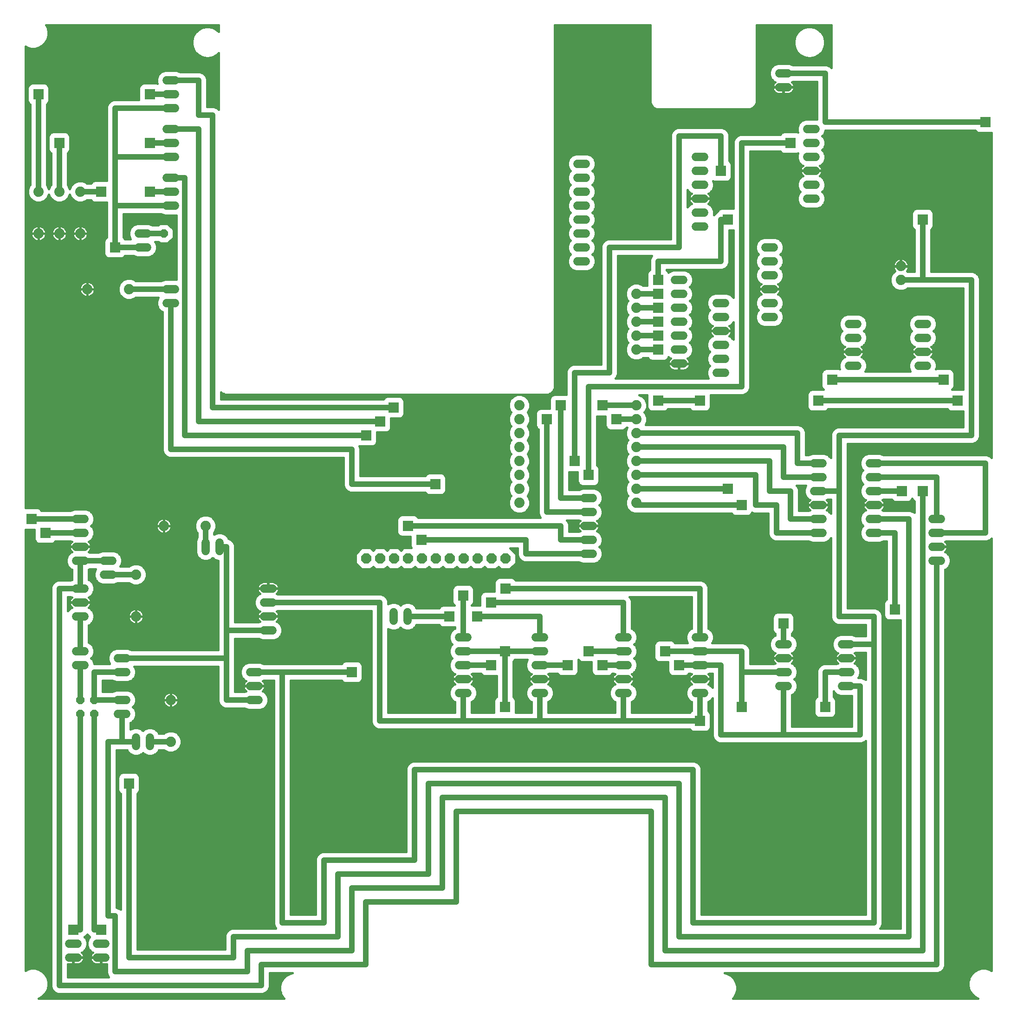
<source format=gbl>
G75*
%MOIN*%
%OFA0B0*%
%FSLAX25Y25*%
%IPPOS*%
%LPD*%
%AMOC8*
5,1,8,0,0,1.08239X$1,22.5*
%
%ADD10C,0.06000*%
%ADD11OC8,0.06000*%
%ADD12C,0.07400*%
%ADD13OC8,0.07400*%
%ADD14C,0.04000*%
%ADD15R,0.07677X0.07677*%
%ADD16C,0.01600*%
D10*
X0055000Y0058000D02*
X0061000Y0058000D01*
X0061000Y0068000D02*
X0055000Y0068000D01*
X0075000Y0068000D02*
X0081000Y0068000D01*
X0081000Y0058000D02*
X0075000Y0058000D01*
X0103000Y0210000D02*
X0103000Y0216000D01*
X0113000Y0216000D02*
X0113000Y0210000D01*
X0096000Y0233000D02*
X0090000Y0233000D01*
X0090000Y0243000D02*
X0096000Y0243000D01*
X0096000Y0263000D02*
X0090000Y0263000D01*
X0090000Y0273000D02*
X0096000Y0273000D01*
X0066000Y0268000D02*
X0060000Y0268000D01*
X0060000Y0278000D02*
X0066000Y0278000D01*
X0066000Y0303000D02*
X0060000Y0303000D01*
X0060000Y0313000D02*
X0066000Y0313000D01*
X0066000Y0323000D02*
X0060000Y0323000D01*
X0060000Y0343000D02*
X0066000Y0343000D01*
X0066000Y0353000D02*
X0060000Y0353000D01*
X0060000Y0363000D02*
X0066000Y0363000D01*
X0066000Y0373000D02*
X0060000Y0373000D01*
X0080000Y0343000D02*
X0086000Y0343000D01*
X0086000Y0333000D02*
X0080000Y0333000D01*
X0153000Y0350000D02*
X0153000Y0356000D01*
X0163000Y0356000D02*
X0163000Y0350000D01*
X0195000Y0323000D02*
X0201000Y0323000D01*
X0201000Y0313000D02*
X0195000Y0313000D01*
X0195000Y0303000D02*
X0201000Y0303000D01*
X0201000Y0293000D02*
X0195000Y0293000D01*
X0191000Y0263000D02*
X0185000Y0263000D01*
X0185000Y0253000D02*
X0191000Y0253000D01*
X0191000Y0243000D02*
X0185000Y0243000D01*
X0288000Y0300000D02*
X0288000Y0306000D01*
X0298000Y0306000D02*
X0298000Y0300000D01*
X0335000Y0288000D02*
X0341000Y0288000D01*
X0341000Y0278000D02*
X0335000Y0278000D01*
X0335000Y0268000D02*
X0341000Y0268000D01*
X0341000Y0258000D02*
X0335000Y0258000D01*
X0335000Y0248000D02*
X0341000Y0248000D01*
X0390000Y0248000D02*
X0396000Y0248000D01*
X0396000Y0258000D02*
X0390000Y0258000D01*
X0390000Y0268000D02*
X0396000Y0268000D01*
X0396000Y0278000D02*
X0390000Y0278000D01*
X0390000Y0288000D02*
X0396000Y0288000D01*
X0450000Y0288000D02*
X0456000Y0288000D01*
X0456000Y0278000D02*
X0450000Y0278000D01*
X0450000Y0268000D02*
X0456000Y0268000D01*
X0456000Y0258000D02*
X0450000Y0258000D01*
X0450000Y0248000D02*
X0456000Y0248000D01*
X0505000Y0248000D02*
X0511000Y0248000D01*
X0511000Y0258000D02*
X0505000Y0258000D01*
X0505000Y0268000D02*
X0511000Y0268000D01*
X0511000Y0278000D02*
X0505000Y0278000D01*
X0505000Y0288000D02*
X0511000Y0288000D01*
X0565000Y0283000D02*
X0571000Y0283000D01*
X0571000Y0273000D02*
X0565000Y0273000D01*
X0565000Y0263000D02*
X0571000Y0263000D01*
X0571000Y0253000D02*
X0565000Y0253000D01*
X0610000Y0253000D02*
X0616000Y0253000D01*
X0616000Y0263000D02*
X0610000Y0263000D01*
X0610000Y0273000D02*
X0616000Y0273000D01*
X0616000Y0283000D02*
X0610000Y0283000D01*
X0675000Y0343000D02*
X0681000Y0343000D01*
X0681000Y0353000D02*
X0675000Y0353000D01*
X0675000Y0363000D02*
X0681000Y0363000D01*
X0681000Y0373000D02*
X0675000Y0373000D01*
X0636000Y0373000D02*
X0630000Y0373000D01*
X0630000Y0363000D02*
X0636000Y0363000D01*
X0636000Y0383000D02*
X0630000Y0383000D01*
X0630000Y0393000D02*
X0636000Y0393000D01*
X0636000Y0403000D02*
X0630000Y0403000D01*
X0630000Y0413000D02*
X0636000Y0413000D01*
X0596000Y0413000D02*
X0590000Y0413000D01*
X0590000Y0403000D02*
X0596000Y0403000D01*
X0596000Y0393000D02*
X0590000Y0393000D01*
X0590000Y0383000D02*
X0596000Y0383000D01*
X0596000Y0373000D02*
X0590000Y0373000D01*
X0590000Y0363000D02*
X0596000Y0363000D01*
X0526000Y0478000D02*
X0520000Y0478000D01*
X0520000Y0488000D02*
X0526000Y0488000D01*
X0526000Y0498000D02*
X0520000Y0498000D01*
X0520000Y0508000D02*
X0526000Y0508000D01*
X0526000Y0518000D02*
X0520000Y0518000D01*
X0520000Y0528000D02*
X0526000Y0528000D01*
X0555000Y0528000D02*
X0561000Y0528000D01*
X0561000Y0538000D02*
X0555000Y0538000D01*
X0555000Y0548000D02*
X0561000Y0548000D01*
X0561000Y0558000D02*
X0555000Y0558000D01*
X0555000Y0568000D02*
X0561000Y0568000D01*
X0585000Y0603000D02*
X0591000Y0603000D01*
X0591000Y0613000D02*
X0585000Y0613000D01*
X0585000Y0623000D02*
X0591000Y0623000D01*
X0591000Y0633000D02*
X0585000Y0633000D01*
X0585000Y0643000D02*
X0591000Y0643000D01*
X0591000Y0653000D02*
X0585000Y0653000D01*
X0571000Y0683000D02*
X0565000Y0683000D01*
X0565000Y0693000D02*
X0571000Y0693000D01*
X0511000Y0633000D02*
X0505000Y0633000D01*
X0505000Y0623000D02*
X0511000Y0623000D01*
X0511000Y0613000D02*
X0505000Y0613000D01*
X0505000Y0603000D02*
X0511000Y0603000D01*
X0511000Y0593000D02*
X0505000Y0593000D01*
X0505000Y0583000D02*
X0511000Y0583000D01*
X0496000Y0544535D02*
X0490000Y0544535D01*
X0490000Y0534535D02*
X0496000Y0534535D01*
X0496000Y0524535D02*
X0490000Y0524535D01*
X0490000Y0514535D02*
X0496000Y0514535D01*
X0496000Y0504535D02*
X0490000Y0504535D01*
X0490000Y0494535D02*
X0496000Y0494535D01*
X0496000Y0484535D02*
X0490000Y0484535D01*
X0555000Y0518000D02*
X0561000Y0518000D01*
X0615000Y0513000D02*
X0621000Y0513000D01*
X0621000Y0503000D02*
X0615000Y0503000D01*
X0615000Y0493000D02*
X0621000Y0493000D01*
X0621000Y0483000D02*
X0615000Y0483000D01*
X0665000Y0483000D02*
X0671000Y0483000D01*
X0671000Y0493000D02*
X0665000Y0493000D01*
X0665000Y0503000D02*
X0671000Y0503000D01*
X0671000Y0513000D02*
X0665000Y0513000D01*
X0431000Y0388000D02*
X0425000Y0388000D01*
X0425000Y0378000D02*
X0431000Y0378000D01*
X0431000Y0368000D02*
X0425000Y0368000D01*
X0425000Y0358000D02*
X0431000Y0358000D01*
X0431000Y0348000D02*
X0425000Y0348000D01*
X0426000Y0558000D02*
X0420000Y0558000D01*
X0420000Y0568000D02*
X0426000Y0568000D01*
X0426000Y0578000D02*
X0420000Y0578000D01*
X0420000Y0588000D02*
X0426000Y0588000D01*
X0426000Y0598000D02*
X0420000Y0598000D01*
X0420000Y0608000D02*
X0426000Y0608000D01*
X0426000Y0618000D02*
X0420000Y0618000D01*
X0420000Y0628000D02*
X0426000Y0628000D01*
X0131000Y0633000D02*
X0125000Y0633000D01*
X0125000Y0643000D02*
X0131000Y0643000D01*
X0131000Y0653000D02*
X0125000Y0653000D01*
X0125000Y0668000D02*
X0131000Y0668000D01*
X0131000Y0678000D02*
X0125000Y0678000D01*
X0125000Y0688000D02*
X0131000Y0688000D01*
X0131000Y0618000D02*
X0125000Y0618000D01*
X0125000Y0608000D02*
X0131000Y0608000D01*
X0131000Y0598000D02*
X0125000Y0598000D01*
X0111000Y0578000D02*
X0105000Y0578000D01*
X0105000Y0568000D02*
X0111000Y0568000D01*
X0125000Y0538000D02*
X0131000Y0538000D01*
X0131000Y0528000D02*
X0125000Y0528000D01*
D11*
X0123000Y0578000D03*
X0073000Y0243000D03*
X0073000Y0233000D03*
X0063000Y0233000D03*
X0063000Y0243000D03*
D12*
X0103000Y0303000D03*
X0103000Y0333000D03*
X0123000Y0368000D03*
X0153000Y0368000D03*
X0128000Y0243000D03*
X0128000Y0213000D03*
X0378354Y0384534D03*
X0378354Y0394534D03*
X0378354Y0404534D03*
X0378354Y0414534D03*
X0378354Y0424534D03*
X0378354Y0434534D03*
X0378354Y0444534D03*
X0378354Y0454534D03*
X0462331Y0454535D03*
X0462331Y0444535D03*
X0462331Y0434535D03*
X0462331Y0424535D03*
X0462331Y0414535D03*
X0462331Y0404535D03*
X0462331Y0394535D03*
X0462331Y0384535D03*
X0462331Y0494535D03*
X0462331Y0504535D03*
X0462331Y0514535D03*
X0462331Y0524535D03*
X0462331Y0534535D03*
X0652331Y0544535D03*
X0652331Y0554535D03*
X0098000Y0538000D03*
X0068000Y0538000D03*
X0063000Y0578000D03*
X0048000Y0578000D03*
X0033000Y0578000D03*
X0033000Y0608000D03*
X0048000Y0608000D03*
X0063000Y0608000D03*
D13*
X0268354Y0344534D03*
X0278354Y0344534D03*
X0288354Y0344534D03*
X0298354Y0344534D03*
X0308354Y0344534D03*
X0318354Y0344534D03*
X0328354Y0344534D03*
X0338354Y0344534D03*
X0348354Y0344534D03*
X0358354Y0344534D03*
X0368354Y0344534D03*
D14*
X0383000Y0348000D02*
X0383000Y0358000D01*
X0308000Y0358000D01*
X0298354Y0368000D02*
X0408000Y0368000D01*
X0408000Y0358000D01*
X0428000Y0358000D01*
X0428000Y0348000D02*
X0383000Y0348000D01*
X0368354Y0323000D02*
X0508000Y0323000D01*
X0508000Y0288000D01*
X0508000Y0278000D02*
X0538000Y0278000D01*
X0538000Y0263000D01*
X0568000Y0263000D01*
X0568000Y0253000D02*
X0568000Y0218000D01*
X0523000Y0218000D01*
X0523000Y0268000D01*
X0508000Y0268000D01*
X0493000Y0268000D01*
X0483000Y0278000D02*
X0508000Y0278000D01*
X0508000Y0248000D02*
X0508000Y0228000D01*
X0453000Y0228000D01*
X0393000Y0228000D01*
X0338000Y0228000D01*
X0338000Y0248000D01*
X0338000Y0268000D02*
X0358000Y0268000D01*
X0368000Y0278000D02*
X0368000Y0238000D01*
X0393000Y0248000D02*
X0393000Y0228000D01*
X0393000Y0268000D02*
X0413000Y0268000D01*
X0428000Y0278000D02*
X0453000Y0278000D01*
X0453000Y0288000D02*
X0453000Y0313000D01*
X0358000Y0313000D01*
X0348000Y0303000D02*
X0393000Y0303000D01*
X0393000Y0288000D01*
X0393000Y0278000D02*
X0368000Y0278000D01*
X0338000Y0278000D01*
X0338000Y0288000D02*
X0338000Y0318000D01*
X0328000Y0303000D02*
X0298000Y0303000D01*
X0278000Y0313000D02*
X0278000Y0228000D01*
X0338000Y0228000D01*
X0303000Y0193000D02*
X0503000Y0193000D01*
X0503000Y0083000D01*
X0633000Y0083000D01*
X0633000Y0283000D01*
X0633000Y0303000D01*
X0608000Y0303000D01*
X0608000Y0393000D01*
X0593000Y0393000D01*
X0593000Y0403000D02*
X0568000Y0403000D01*
X0568000Y0424535D01*
X0462331Y0424535D01*
X0462331Y0414535D02*
X0558000Y0414535D01*
X0558000Y0393000D01*
X0573000Y0393000D01*
X0573000Y0373000D01*
X0593000Y0373000D01*
X0593000Y0363000D02*
X0563000Y0363000D01*
X0563000Y0383000D01*
X0548000Y0383000D01*
X0548000Y0404535D01*
X0462331Y0404535D01*
X0462331Y0394535D02*
X0528000Y0394535D01*
X0538000Y0383000D02*
X0463000Y0383000D01*
X0463000Y0384535D01*
X0462331Y0384535D01*
X0428000Y0388000D02*
X0408000Y0388000D01*
X0408000Y0454534D01*
X0398000Y0444534D02*
X0398000Y0378000D01*
X0428000Y0378000D01*
X0428000Y0404534D02*
X0428000Y0468000D01*
X0538000Y0468000D01*
X0538000Y0643000D01*
X0573000Y0643000D01*
X0598000Y0658000D02*
X0598000Y0693000D01*
X0568000Y0693000D01*
X0598000Y0658000D02*
X0713000Y0658000D01*
X0668000Y0588000D02*
X0668000Y0544535D01*
X0652331Y0544535D01*
X0668000Y0544535D02*
X0703000Y0544535D01*
X0703000Y0433000D01*
X0608000Y0433000D01*
X0608000Y0393000D01*
X0593000Y0413000D02*
X0578000Y0413000D01*
X0578000Y0434535D01*
X0462331Y0434535D01*
X0462331Y0444535D02*
X0448000Y0444535D01*
X0438000Y0454535D02*
X0462331Y0454535D01*
X0478000Y0458000D02*
X0508000Y0458000D01*
X0478000Y0494535D02*
X0462331Y0494535D01*
X0462331Y0504535D02*
X0478000Y0504535D01*
X0478000Y0514535D02*
X0462331Y0514535D01*
X0462331Y0524535D02*
X0478000Y0524535D01*
X0478000Y0534535D02*
X0462331Y0534535D01*
X0478000Y0544535D02*
X0478000Y0558000D01*
X0523000Y0558000D01*
X0523000Y0588000D01*
X0528000Y0588000D01*
X0523000Y0623000D02*
X0523000Y0648000D01*
X0493000Y0648000D01*
X0493000Y0568000D01*
X0443000Y0568000D01*
X0443000Y0478000D01*
X0418000Y0478000D01*
X0418000Y0414534D01*
X0318000Y0398000D02*
X0258000Y0398000D01*
X0258000Y0423000D01*
X0128000Y0423000D01*
X0128000Y0528000D01*
X0128000Y0538000D02*
X0098000Y0538000D01*
X0088000Y0568000D02*
X0108000Y0568000D01*
X0108000Y0578000D02*
X0123000Y0578000D01*
X0128000Y0598000D02*
X0088000Y0598000D01*
X0088000Y0568000D01*
X0088000Y0598000D02*
X0088000Y0633000D01*
X0128000Y0633000D01*
X0128000Y0643000D02*
X0113000Y0643000D01*
X0128000Y0653000D02*
X0148000Y0653000D01*
X0148000Y0443000D01*
X0278354Y0443000D01*
X0268354Y0433000D02*
X0138000Y0433000D01*
X0138000Y0618000D01*
X0128000Y0618000D01*
X0128000Y0608000D02*
X0113000Y0608000D01*
X0088000Y0633000D02*
X0088000Y0668000D01*
X0128000Y0668000D01*
X0128000Y0678000D02*
X0113000Y0678000D01*
X0128000Y0688000D02*
X0148000Y0688000D01*
X0148000Y0663000D01*
X0158000Y0663000D01*
X0158000Y0453000D01*
X0288000Y0453000D01*
X0168000Y0353000D02*
X0168000Y0293000D01*
X0168000Y0273000D01*
X0168000Y0243000D01*
X0188000Y0243000D01*
X0188000Y0263000D02*
X0208000Y0263000D01*
X0258000Y0263000D01*
X0208000Y0263000D02*
X0208000Y0083000D01*
X0238000Y0083000D01*
X0238000Y0128000D01*
X0303000Y0128000D01*
X0303000Y0193000D01*
X0313000Y0183000D02*
X0313000Y0118000D01*
X0248000Y0118000D01*
X0248000Y0073000D01*
X0173000Y0073000D01*
X0173000Y0058000D01*
X0098000Y0058000D01*
X0098000Y0183000D01*
X0103000Y0213000D02*
X0083000Y0213000D01*
X0083000Y0088000D01*
X0088000Y0088000D01*
X0088000Y0048000D01*
X0183000Y0048000D01*
X0183000Y0063000D01*
X0258000Y0063000D01*
X0258000Y0108000D01*
X0323000Y0108000D01*
X0323000Y0173000D01*
X0483000Y0173000D01*
X0483000Y0063000D01*
X0668000Y0063000D01*
X0668000Y0393000D01*
X0678000Y0403000D02*
X0678000Y0373000D01*
X0678000Y0363000D02*
X0713000Y0363000D01*
X0713000Y0413000D01*
X0633000Y0413000D01*
X0633000Y0403000D02*
X0678000Y0403000D01*
X0653000Y0393000D02*
X0633000Y0393000D01*
X0633000Y0373000D02*
X0658000Y0373000D01*
X0658000Y0073000D01*
X0493000Y0073000D01*
X0493000Y0183000D01*
X0313000Y0183000D01*
X0333000Y0163000D02*
X0333000Y0098000D01*
X0268000Y0098000D01*
X0268000Y0053000D01*
X0193000Y0053000D01*
X0193000Y0038000D01*
X0048000Y0038000D01*
X0048000Y0323000D01*
X0063000Y0323000D01*
X0063000Y0343000D01*
X0083000Y0343000D01*
X0083000Y0333000D02*
X0103000Y0333000D01*
X0063000Y0303000D02*
X0063000Y0278000D01*
X0063000Y0268000D02*
X0063000Y0243000D01*
X0063000Y0233000D02*
X0063000Y0078000D01*
X0058000Y0078000D01*
X0073000Y0078000D02*
X0073000Y0233000D01*
X0073000Y0243000D02*
X0073000Y0263000D01*
X0093000Y0263000D01*
X0093000Y0273000D02*
X0168000Y0273000D01*
X0168000Y0293000D02*
X0198000Y0293000D01*
X0198000Y0313000D02*
X0278000Y0313000D01*
X0168000Y0353000D02*
X0163000Y0353000D01*
X0153000Y0353000D02*
X0153000Y0368000D01*
X0063000Y0363000D02*
X0038000Y0363000D01*
X0028000Y0373000D02*
X0063000Y0373000D01*
X0073000Y0243000D02*
X0093000Y0243000D01*
X0093000Y0233000D02*
X0093000Y0213000D01*
X0103000Y0213000D01*
X0113000Y0213000D02*
X0128000Y0213000D01*
X0078000Y0078000D02*
X0073000Y0078000D01*
X0333000Y0163000D02*
X0473000Y0163000D01*
X0473000Y0053000D01*
X0678000Y0053000D01*
X0678000Y0343000D01*
X0648000Y0363000D02*
X0648000Y0308000D01*
X0633000Y0283000D02*
X0613000Y0283000D01*
X0613000Y0263000D02*
X0598000Y0263000D01*
X0598000Y0238000D01*
X0613000Y0253000D02*
X0623000Y0253000D01*
X0623000Y0218000D01*
X0568000Y0218000D01*
X0538000Y0238000D02*
X0538000Y0263000D01*
X0568000Y0283000D02*
X0568000Y0298000D01*
X0633000Y0363000D02*
X0648000Y0363000D01*
X0693000Y0458000D02*
X0593000Y0458000D01*
X0603000Y0473000D02*
X0683000Y0473000D01*
X0453000Y0268000D02*
X0438000Y0268000D01*
X0453000Y0248000D02*
X0453000Y0228000D01*
X0078000Y0608000D02*
X0063000Y0608000D01*
X0048000Y0608000D02*
X0048000Y0643000D01*
X0033000Y0678000D02*
X0033000Y0608000D01*
D15*
X0048000Y0643000D03*
X0033000Y0678000D03*
X0078000Y0608000D03*
X0113000Y0608000D03*
X0113000Y0643000D03*
X0113000Y0678000D03*
X0088000Y0568000D03*
X0078000Y0463000D03*
X0028000Y0373000D03*
X0038000Y0363000D03*
X0098000Y0183000D03*
X0143000Y0153000D03*
X0078000Y0078000D03*
X0058000Y0078000D03*
X0253000Y0188000D03*
X0258000Y0263000D03*
X0303000Y0273000D03*
X0328000Y0303000D03*
X0338000Y0318000D03*
X0348000Y0303000D03*
X0358000Y0313000D03*
X0368354Y0323000D03*
X0368000Y0278000D03*
X0358000Y0268000D03*
X0368000Y0238000D03*
X0413000Y0268000D03*
X0428000Y0278000D03*
X0438000Y0268000D03*
X0468000Y0293000D03*
X0483000Y0278000D03*
X0493000Y0268000D03*
X0508000Y0228000D03*
X0538000Y0238000D03*
X0598000Y0238000D03*
X0568000Y0298000D03*
X0538000Y0333000D03*
X0538000Y0383000D03*
X0528000Y0394535D03*
X0508000Y0458000D03*
X0478000Y0458000D03*
X0448000Y0444535D03*
X0438000Y0454535D03*
X0408000Y0454534D03*
X0398000Y0444534D03*
X0418000Y0414534D03*
X0428000Y0404534D03*
X0478000Y0494535D03*
X0478000Y0504535D03*
X0478000Y0514535D03*
X0478000Y0524535D03*
X0478000Y0534535D03*
X0478000Y0544535D03*
X0528000Y0588000D03*
X0523000Y0623000D03*
X0573000Y0643000D03*
X0628000Y0613000D03*
X0668000Y0588000D03*
X0608000Y0553000D03*
X0603000Y0473000D03*
X0593000Y0458000D03*
X0653000Y0393000D03*
X0668000Y0393000D03*
X0693000Y0458000D03*
X0683000Y0473000D03*
X0648000Y0308000D03*
X0703000Y0238000D03*
X0563000Y0158000D03*
X0318000Y0398000D03*
X0298354Y0368000D03*
X0308000Y0358000D03*
X0268354Y0433000D03*
X0278354Y0443000D03*
X0288000Y0453000D03*
X0563000Y0713000D03*
X0713000Y0658000D03*
D16*
X0033308Y0028681D02*
X0033006Y0028600D01*
X0209302Y0028600D01*
X0208646Y0029256D01*
X0207185Y0031787D01*
X0206428Y0034610D01*
X0206428Y0037532D01*
X0207185Y0040355D01*
X0208646Y0042886D01*
X0210712Y0044952D01*
X0213243Y0046414D01*
X0215432Y0047000D01*
X0199000Y0047000D01*
X0199000Y0036807D01*
X0198087Y0034601D01*
X0196399Y0032913D01*
X0194193Y0032000D01*
X0046807Y0032000D01*
X0044601Y0032913D01*
X0042913Y0034601D01*
X0042000Y0036807D01*
X0042000Y0324193D01*
X0042913Y0326399D01*
X0044601Y0328087D01*
X0046807Y0329000D01*
X0056193Y0329000D01*
X0057000Y0329334D01*
X0057000Y0336666D01*
X0056035Y0337066D01*
X0054066Y0339035D01*
X0053000Y0341608D01*
X0053000Y0344392D01*
X0054066Y0346965D01*
X0056035Y0348934D01*
X0056923Y0349302D01*
X0056873Y0349339D01*
X0056339Y0349873D01*
X0055895Y0350484D01*
X0055552Y0351157D01*
X0055318Y0351876D01*
X0055200Y0352622D01*
X0055200Y0352800D01*
X0062800Y0352800D01*
X0062800Y0353200D01*
X0055200Y0353200D01*
X0055200Y0353378D01*
X0055318Y0354124D01*
X0055552Y0354843D01*
X0055895Y0355516D01*
X0056339Y0356127D01*
X0056873Y0356661D01*
X0056923Y0356698D01*
X0056193Y0357000D01*
X0045273Y0357000D01*
X0045230Y0356896D01*
X0044104Y0355770D01*
X0042634Y0355161D01*
X0033366Y0355161D01*
X0031896Y0355770D01*
X0030770Y0356896D01*
X0030161Y0358366D01*
X0030161Y0365161D01*
X0023600Y0365161D01*
X0023600Y0048709D01*
X0024739Y0049366D01*
X0027562Y0050123D01*
X0030485Y0050123D01*
X0033308Y0049366D01*
X0035839Y0047905D01*
X0037905Y0045839D01*
X0039366Y0043308D01*
X0040123Y0040485D01*
X0040123Y0037562D01*
X0039366Y0034739D01*
X0037905Y0032209D01*
X0035839Y0030142D01*
X0033308Y0028681D01*
X0034897Y0029599D02*
X0208448Y0029599D01*
X0207525Y0031197D02*
X0036894Y0031197D01*
X0038244Y0032796D02*
X0044886Y0032796D01*
X0043121Y0034394D02*
X0039167Y0034394D01*
X0039702Y0035993D02*
X0042337Y0035993D01*
X0042000Y0037591D02*
X0040123Y0037591D01*
X0040123Y0039190D02*
X0042000Y0039190D01*
X0042000Y0040788D02*
X0040042Y0040788D01*
X0039613Y0042387D02*
X0042000Y0042387D01*
X0042000Y0043985D02*
X0038975Y0043985D01*
X0038052Y0045584D02*
X0042000Y0045584D01*
X0042000Y0047182D02*
X0036562Y0047182D01*
X0034322Y0048781D02*
X0042000Y0048781D01*
X0042000Y0050379D02*
X0023600Y0050379D01*
X0023600Y0048781D02*
X0023725Y0048781D01*
X0023600Y0051978D02*
X0042000Y0051978D01*
X0042000Y0053576D02*
X0023600Y0053576D01*
X0023600Y0055175D02*
X0042000Y0055175D01*
X0042000Y0056773D02*
X0023600Y0056773D01*
X0023600Y0058372D02*
X0042000Y0058372D01*
X0042000Y0059970D02*
X0023600Y0059970D01*
X0023600Y0061569D02*
X0042000Y0061569D01*
X0042000Y0063167D02*
X0023600Y0063167D01*
X0023600Y0064766D02*
X0042000Y0064766D01*
X0042000Y0066364D02*
X0023600Y0066364D01*
X0023600Y0067963D02*
X0042000Y0067963D01*
X0042000Y0069561D02*
X0023600Y0069561D01*
X0023600Y0071160D02*
X0042000Y0071160D01*
X0042000Y0072758D02*
X0023600Y0072758D01*
X0023600Y0074357D02*
X0042000Y0074357D01*
X0042000Y0075955D02*
X0023600Y0075955D01*
X0023600Y0077554D02*
X0042000Y0077554D01*
X0042000Y0079152D02*
X0023600Y0079152D01*
X0023600Y0080751D02*
X0042000Y0080751D01*
X0042000Y0082349D02*
X0023600Y0082349D01*
X0023600Y0083948D02*
X0042000Y0083948D01*
X0042000Y0085546D02*
X0023600Y0085546D01*
X0023600Y0087145D02*
X0042000Y0087145D01*
X0042000Y0088743D02*
X0023600Y0088743D01*
X0023600Y0090342D02*
X0042000Y0090342D01*
X0042000Y0091940D02*
X0023600Y0091940D01*
X0023600Y0093539D02*
X0042000Y0093539D01*
X0042000Y0095137D02*
X0023600Y0095137D01*
X0023600Y0096736D02*
X0042000Y0096736D01*
X0042000Y0098334D02*
X0023600Y0098334D01*
X0023600Y0099933D02*
X0042000Y0099933D01*
X0042000Y0101532D02*
X0023600Y0101532D01*
X0023600Y0103130D02*
X0042000Y0103130D01*
X0042000Y0104729D02*
X0023600Y0104729D01*
X0023600Y0106327D02*
X0042000Y0106327D01*
X0042000Y0107926D02*
X0023600Y0107926D01*
X0023600Y0109524D02*
X0042000Y0109524D01*
X0042000Y0111123D02*
X0023600Y0111123D01*
X0023600Y0112721D02*
X0042000Y0112721D01*
X0042000Y0114320D02*
X0023600Y0114320D01*
X0023600Y0115918D02*
X0042000Y0115918D01*
X0042000Y0117517D02*
X0023600Y0117517D01*
X0023600Y0119115D02*
X0042000Y0119115D01*
X0042000Y0120714D02*
X0023600Y0120714D01*
X0023600Y0122312D02*
X0042000Y0122312D01*
X0042000Y0123911D02*
X0023600Y0123911D01*
X0023600Y0125509D02*
X0042000Y0125509D01*
X0042000Y0127108D02*
X0023600Y0127108D01*
X0023600Y0128706D02*
X0042000Y0128706D01*
X0042000Y0130305D02*
X0023600Y0130305D01*
X0023600Y0131903D02*
X0042000Y0131903D01*
X0042000Y0133502D02*
X0023600Y0133502D01*
X0023600Y0135100D02*
X0042000Y0135100D01*
X0042000Y0136699D02*
X0023600Y0136699D01*
X0023600Y0138297D02*
X0042000Y0138297D01*
X0042000Y0139896D02*
X0023600Y0139896D01*
X0023600Y0141494D02*
X0042000Y0141494D01*
X0042000Y0143093D02*
X0023600Y0143093D01*
X0023600Y0144691D02*
X0042000Y0144691D01*
X0042000Y0146290D02*
X0023600Y0146290D01*
X0023600Y0147888D02*
X0042000Y0147888D01*
X0042000Y0149487D02*
X0023600Y0149487D01*
X0023600Y0151085D02*
X0042000Y0151085D01*
X0042000Y0152684D02*
X0023600Y0152684D01*
X0023600Y0154282D02*
X0042000Y0154282D01*
X0042000Y0155881D02*
X0023600Y0155881D01*
X0023600Y0157479D02*
X0042000Y0157479D01*
X0042000Y0159078D02*
X0023600Y0159078D01*
X0023600Y0160676D02*
X0042000Y0160676D01*
X0042000Y0162275D02*
X0023600Y0162275D01*
X0023600Y0163873D02*
X0042000Y0163873D01*
X0042000Y0165472D02*
X0023600Y0165472D01*
X0023600Y0167070D02*
X0042000Y0167070D01*
X0042000Y0168669D02*
X0023600Y0168669D01*
X0023600Y0170268D02*
X0042000Y0170268D01*
X0042000Y0171866D02*
X0023600Y0171866D01*
X0023600Y0173465D02*
X0042000Y0173465D01*
X0042000Y0175063D02*
X0023600Y0175063D01*
X0023600Y0176662D02*
X0042000Y0176662D01*
X0042000Y0178260D02*
X0023600Y0178260D01*
X0023600Y0179859D02*
X0042000Y0179859D01*
X0042000Y0181457D02*
X0023600Y0181457D01*
X0023600Y0183056D02*
X0042000Y0183056D01*
X0042000Y0184654D02*
X0023600Y0184654D01*
X0023600Y0186253D02*
X0042000Y0186253D01*
X0042000Y0187851D02*
X0023600Y0187851D01*
X0023600Y0189450D02*
X0042000Y0189450D01*
X0042000Y0191048D02*
X0023600Y0191048D01*
X0023600Y0192647D02*
X0042000Y0192647D01*
X0042000Y0194245D02*
X0023600Y0194245D01*
X0023600Y0195844D02*
X0042000Y0195844D01*
X0042000Y0197442D02*
X0023600Y0197442D01*
X0023600Y0199041D02*
X0042000Y0199041D01*
X0042000Y0200639D02*
X0023600Y0200639D01*
X0023600Y0202238D02*
X0042000Y0202238D01*
X0042000Y0203836D02*
X0023600Y0203836D01*
X0023600Y0205435D02*
X0042000Y0205435D01*
X0042000Y0207033D02*
X0023600Y0207033D01*
X0023600Y0208632D02*
X0042000Y0208632D01*
X0042000Y0210230D02*
X0023600Y0210230D01*
X0023600Y0211829D02*
X0042000Y0211829D01*
X0042000Y0213427D02*
X0023600Y0213427D01*
X0023600Y0215026D02*
X0042000Y0215026D01*
X0042000Y0216624D02*
X0023600Y0216624D01*
X0023600Y0218223D02*
X0042000Y0218223D01*
X0042000Y0219821D02*
X0023600Y0219821D01*
X0023600Y0221420D02*
X0042000Y0221420D01*
X0042000Y0223018D02*
X0023600Y0223018D01*
X0023600Y0224617D02*
X0042000Y0224617D01*
X0042000Y0226215D02*
X0023600Y0226215D01*
X0023600Y0227814D02*
X0042000Y0227814D01*
X0042000Y0229412D02*
X0023600Y0229412D01*
X0023600Y0231011D02*
X0042000Y0231011D01*
X0042000Y0232609D02*
X0023600Y0232609D01*
X0023600Y0234208D02*
X0042000Y0234208D01*
X0042000Y0235806D02*
X0023600Y0235806D01*
X0023600Y0237405D02*
X0042000Y0237405D01*
X0042000Y0239003D02*
X0023600Y0239003D01*
X0023600Y0240602D02*
X0042000Y0240602D01*
X0042000Y0242201D02*
X0023600Y0242201D01*
X0023600Y0243799D02*
X0042000Y0243799D01*
X0042000Y0245398D02*
X0023600Y0245398D01*
X0023600Y0246996D02*
X0042000Y0246996D01*
X0042000Y0248595D02*
X0023600Y0248595D01*
X0023600Y0250193D02*
X0042000Y0250193D01*
X0042000Y0251792D02*
X0023600Y0251792D01*
X0023600Y0253390D02*
X0042000Y0253390D01*
X0042000Y0254989D02*
X0023600Y0254989D01*
X0023600Y0256587D02*
X0042000Y0256587D01*
X0042000Y0258186D02*
X0023600Y0258186D01*
X0023600Y0259784D02*
X0042000Y0259784D01*
X0042000Y0261383D02*
X0023600Y0261383D01*
X0023600Y0262981D02*
X0042000Y0262981D01*
X0042000Y0264580D02*
X0023600Y0264580D01*
X0023600Y0266178D02*
X0042000Y0266178D01*
X0042000Y0267777D02*
X0023600Y0267777D01*
X0023600Y0269375D02*
X0042000Y0269375D01*
X0042000Y0270974D02*
X0023600Y0270974D01*
X0023600Y0272572D02*
X0042000Y0272572D01*
X0042000Y0274171D02*
X0023600Y0274171D01*
X0023600Y0275769D02*
X0042000Y0275769D01*
X0042000Y0277368D02*
X0023600Y0277368D01*
X0023600Y0278966D02*
X0042000Y0278966D01*
X0042000Y0280565D02*
X0023600Y0280565D01*
X0023600Y0282163D02*
X0042000Y0282163D01*
X0042000Y0283762D02*
X0023600Y0283762D01*
X0023600Y0285360D02*
X0042000Y0285360D01*
X0042000Y0286959D02*
X0023600Y0286959D01*
X0023600Y0288557D02*
X0042000Y0288557D01*
X0042000Y0290156D02*
X0023600Y0290156D01*
X0023600Y0291754D02*
X0042000Y0291754D01*
X0042000Y0293353D02*
X0023600Y0293353D01*
X0023600Y0294951D02*
X0042000Y0294951D01*
X0042000Y0296550D02*
X0023600Y0296550D01*
X0023600Y0298148D02*
X0042000Y0298148D01*
X0042000Y0299747D02*
X0023600Y0299747D01*
X0023600Y0301345D02*
X0042000Y0301345D01*
X0042000Y0302944D02*
X0023600Y0302944D01*
X0023600Y0304542D02*
X0042000Y0304542D01*
X0042000Y0306141D02*
X0023600Y0306141D01*
X0023600Y0307739D02*
X0042000Y0307739D01*
X0042000Y0309338D02*
X0023600Y0309338D01*
X0023600Y0310937D02*
X0042000Y0310937D01*
X0042000Y0312535D02*
X0023600Y0312535D01*
X0023600Y0314134D02*
X0042000Y0314134D01*
X0042000Y0315732D02*
X0023600Y0315732D01*
X0023600Y0317331D02*
X0042000Y0317331D01*
X0042000Y0318929D02*
X0023600Y0318929D01*
X0023600Y0320528D02*
X0042000Y0320528D01*
X0042000Y0322126D02*
X0023600Y0322126D01*
X0023600Y0323725D02*
X0042000Y0323725D01*
X0042468Y0325323D02*
X0023600Y0325323D01*
X0023600Y0326922D02*
X0043436Y0326922D01*
X0045648Y0328520D02*
X0023600Y0328520D01*
X0023600Y0330119D02*
X0057000Y0330119D01*
X0057000Y0331717D02*
X0023600Y0331717D01*
X0023600Y0333316D02*
X0057000Y0333316D01*
X0057000Y0334914D02*
X0023600Y0334914D01*
X0023600Y0336513D02*
X0057000Y0336513D01*
X0054989Y0338111D02*
X0023600Y0338111D01*
X0023600Y0339710D02*
X0053786Y0339710D01*
X0053124Y0341308D02*
X0023600Y0341308D01*
X0023600Y0342907D02*
X0053000Y0342907D01*
X0053047Y0344505D02*
X0023600Y0344505D01*
X0023600Y0346104D02*
X0053709Y0346104D01*
X0054803Y0347702D02*
X0023600Y0347702D01*
X0023600Y0349301D02*
X0056920Y0349301D01*
X0055683Y0350899D02*
X0023600Y0350899D01*
X0023600Y0352498D02*
X0055220Y0352498D01*
X0055314Y0354096D02*
X0023600Y0354096D01*
X0023600Y0355695D02*
X0032078Y0355695D01*
X0030606Y0357293D02*
X0023600Y0357293D01*
X0023600Y0358892D02*
X0030161Y0358892D01*
X0030161Y0360490D02*
X0023600Y0360490D01*
X0023600Y0362089D02*
X0030161Y0362089D01*
X0030161Y0363687D02*
X0023600Y0363687D01*
X0023600Y0380839D02*
X0023600Y0712173D01*
X0024739Y0711515D01*
X0027562Y0710759D01*
X0030485Y0710759D01*
X0033308Y0711515D01*
X0035839Y0712977D01*
X0037905Y0715043D01*
X0039366Y0717574D01*
X0040123Y0720397D01*
X0040123Y0723320D01*
X0039366Y0726142D01*
X0038572Y0727518D01*
X0162400Y0727518D01*
X0162400Y0722919D01*
X0161232Y0724086D01*
X0158701Y0725548D01*
X0155879Y0726304D01*
X0152956Y0726304D01*
X0150133Y0725548D01*
X0147602Y0724086D01*
X0145536Y0722020D01*
X0144075Y0719489D01*
X0143318Y0716666D01*
X0143318Y0713743D01*
X0144075Y0710921D01*
X0145536Y0708390D01*
X0147602Y0706323D01*
X0150133Y0704862D01*
X0152956Y0704106D01*
X0155879Y0704106D01*
X0158701Y0704862D01*
X0161232Y0706323D01*
X0162400Y0707491D01*
X0162400Y0667085D01*
X0161399Y0668087D01*
X0159193Y0669000D01*
X0154000Y0669000D01*
X0154000Y0689193D01*
X0153087Y0691399D01*
X0151399Y0693087D01*
X0149193Y0694000D01*
X0134807Y0694000D01*
X0132392Y0695000D01*
X0123608Y0695000D01*
X0121035Y0693934D01*
X0119066Y0691965D01*
X0118000Y0689392D01*
X0118000Y0686608D01*
X0118460Y0685496D01*
X0117634Y0685839D01*
X0108366Y0685839D01*
X0106896Y0685230D01*
X0105770Y0684104D01*
X0105161Y0682634D01*
X0105161Y0674000D01*
X0086807Y0674000D01*
X0084601Y0673087D01*
X0082913Y0671399D01*
X0082000Y0669193D01*
X0082000Y0615839D01*
X0073366Y0615839D01*
X0071896Y0615230D01*
X0070770Y0614104D01*
X0070727Y0614000D01*
X0067889Y0614000D01*
X0067362Y0614528D01*
X0064532Y0615700D01*
X0061468Y0615700D01*
X0058638Y0614528D01*
X0056472Y0612362D01*
X0055500Y0610014D01*
X0054528Y0612362D01*
X0054000Y0612889D01*
X0054000Y0635727D01*
X0054104Y0635770D01*
X0055230Y0636896D01*
X0055839Y0638366D01*
X0055839Y0647634D01*
X0055230Y0649104D01*
X0054104Y0650230D01*
X0052634Y0650839D01*
X0043366Y0650839D01*
X0041896Y0650230D01*
X0040770Y0649104D01*
X0040161Y0647634D01*
X0040161Y0638366D01*
X0040770Y0636896D01*
X0041896Y0635770D01*
X0042000Y0635727D01*
X0042000Y0612889D01*
X0041472Y0612362D01*
X0040500Y0610014D01*
X0039528Y0612362D01*
X0039000Y0612889D01*
X0039000Y0670727D01*
X0039104Y0670770D01*
X0040230Y0671896D01*
X0040839Y0673366D01*
X0040839Y0682634D01*
X0040230Y0684104D01*
X0039104Y0685230D01*
X0037634Y0685839D01*
X0028366Y0685839D01*
X0026896Y0685230D01*
X0025770Y0684104D01*
X0025161Y0682634D01*
X0025161Y0673366D01*
X0025770Y0671896D01*
X0026896Y0670770D01*
X0027000Y0670727D01*
X0027000Y0612889D01*
X0026472Y0612362D01*
X0025300Y0609532D01*
X0025300Y0606468D01*
X0026472Y0603638D01*
X0028638Y0601472D01*
X0031468Y0600300D01*
X0034532Y0600300D01*
X0037362Y0601472D01*
X0039528Y0603638D01*
X0040500Y0605986D01*
X0041472Y0603638D01*
X0043638Y0601472D01*
X0046468Y0600300D01*
X0049532Y0600300D01*
X0052362Y0601472D01*
X0054528Y0603638D01*
X0055500Y0605986D01*
X0056472Y0603638D01*
X0058638Y0601472D01*
X0061468Y0600300D01*
X0064532Y0600300D01*
X0067362Y0601472D01*
X0067889Y0602000D01*
X0070727Y0602000D01*
X0070770Y0601896D01*
X0071896Y0600770D01*
X0073366Y0600161D01*
X0082000Y0600161D01*
X0082000Y0575273D01*
X0081896Y0575230D01*
X0080770Y0574104D01*
X0080161Y0572634D01*
X0080161Y0563366D01*
X0080770Y0561896D01*
X0081896Y0560770D01*
X0083366Y0560161D01*
X0092634Y0560161D01*
X0094104Y0560770D01*
X0095230Y0561896D01*
X0095273Y0562000D01*
X0101193Y0562000D01*
X0103608Y0561000D01*
X0112392Y0561000D01*
X0114965Y0562066D01*
X0116934Y0564035D01*
X0118000Y0566608D01*
X0118000Y0569392D01*
X0116934Y0571965D01*
X0116899Y0572000D01*
X0119101Y0572000D01*
X0120101Y0571000D01*
X0125899Y0571000D01*
X0130000Y0575101D01*
X0130000Y0580899D01*
X0125899Y0585000D01*
X0120101Y0585000D01*
X0119101Y0584000D01*
X0114807Y0584000D01*
X0112392Y0585000D01*
X0103608Y0585000D01*
X0101035Y0583934D01*
X0099066Y0581965D01*
X0098000Y0579392D01*
X0098000Y0576608D01*
X0099066Y0574035D01*
X0099101Y0574000D01*
X0095273Y0574000D01*
X0095230Y0574104D01*
X0094104Y0575230D01*
X0094000Y0575273D01*
X0094000Y0592000D01*
X0121193Y0592000D01*
X0123608Y0591000D01*
X0132000Y0591000D01*
X0132000Y0545000D01*
X0123608Y0545000D01*
X0121193Y0544000D01*
X0102889Y0544000D01*
X0102362Y0544528D01*
X0099532Y0545700D01*
X0096468Y0545700D01*
X0093638Y0544528D01*
X0091472Y0542362D01*
X0090300Y0539532D01*
X0090300Y0536468D01*
X0091472Y0533638D01*
X0093638Y0531472D01*
X0096468Y0530300D01*
X0099532Y0530300D01*
X0102362Y0531472D01*
X0102889Y0532000D01*
X0119101Y0532000D01*
X0119066Y0531965D01*
X0118000Y0529392D01*
X0118000Y0526608D01*
X0119066Y0524035D01*
X0121035Y0522066D01*
X0122000Y0521666D01*
X0122000Y0421807D01*
X0122913Y0419601D01*
X0124601Y0417913D01*
X0126807Y0417000D01*
X0252000Y0417000D01*
X0252000Y0396807D01*
X0252913Y0394601D01*
X0254601Y0392913D01*
X0256807Y0392000D01*
X0310727Y0392000D01*
X0310770Y0391896D01*
X0311896Y0390770D01*
X0313366Y0390161D01*
X0322634Y0390161D01*
X0324104Y0390770D01*
X0325230Y0391896D01*
X0325839Y0393366D01*
X0325839Y0402634D01*
X0325230Y0404104D01*
X0324104Y0405230D01*
X0322634Y0405839D01*
X0313366Y0405839D01*
X0311896Y0405230D01*
X0310770Y0404104D01*
X0310727Y0404000D01*
X0264000Y0404000D01*
X0264000Y0424193D01*
X0263574Y0425222D01*
X0263720Y0425161D01*
X0272989Y0425161D01*
X0274459Y0425770D01*
X0275584Y0426896D01*
X0276193Y0428366D01*
X0276193Y0435161D01*
X0282989Y0435161D01*
X0284459Y0435770D01*
X0285584Y0436896D01*
X0286193Y0438366D01*
X0286193Y0445161D01*
X0292634Y0445161D01*
X0294104Y0445770D01*
X0295230Y0446896D01*
X0295839Y0448366D01*
X0295839Y0457634D01*
X0295230Y0459104D01*
X0294104Y0460230D01*
X0292634Y0460839D01*
X0283366Y0460839D01*
X0281896Y0460230D01*
X0280770Y0459104D01*
X0280727Y0459000D01*
X0164000Y0459000D01*
X0164000Y0464080D01*
X0164828Y0463253D01*
X0166886Y0462400D01*
X0399114Y0462400D01*
X0401172Y0463253D01*
X0402747Y0464828D01*
X0403600Y0466886D01*
X0403600Y0727518D01*
X0472400Y0727518D01*
X0472400Y0671886D01*
X0473253Y0669828D01*
X0474828Y0668253D01*
X0476886Y0667400D01*
X0544114Y0667400D01*
X0546172Y0668253D01*
X0547747Y0669828D01*
X0548600Y0671886D01*
X0548600Y0727518D01*
X0602400Y0727518D01*
X0602400Y0697085D01*
X0601399Y0698087D01*
X0599193Y0699000D01*
X0574807Y0699000D01*
X0572392Y0700000D01*
X0563608Y0700000D01*
X0561035Y0698934D01*
X0559066Y0696965D01*
X0558000Y0694392D01*
X0558000Y0691608D01*
X0559066Y0689035D01*
X0561035Y0687066D01*
X0561923Y0686698D01*
X0561873Y0686661D01*
X0561339Y0686127D01*
X0560895Y0685516D01*
X0560552Y0684843D01*
X0560318Y0684124D01*
X0560200Y0683378D01*
X0560200Y0683200D01*
X0567800Y0683200D01*
X0567800Y0682800D01*
X0568200Y0682800D01*
X0568200Y0683200D01*
X0575800Y0683200D01*
X0575800Y0683378D01*
X0575682Y0684124D01*
X0575448Y0684843D01*
X0575105Y0685516D01*
X0574661Y0686127D01*
X0574127Y0686661D01*
X0574077Y0686698D01*
X0574807Y0687000D01*
X0592000Y0687000D01*
X0592000Y0660000D01*
X0583608Y0660000D01*
X0581035Y0658934D01*
X0579066Y0656965D01*
X0578000Y0654392D01*
X0578000Y0651608D01*
X0578460Y0650496D01*
X0577634Y0650839D01*
X0568366Y0650839D01*
X0566896Y0650230D01*
X0565770Y0649104D01*
X0565727Y0649000D01*
X0536807Y0649000D01*
X0534601Y0648087D01*
X0532913Y0646399D01*
X0532000Y0644193D01*
X0532000Y0595839D01*
X0523366Y0595839D01*
X0521896Y0595230D01*
X0520770Y0594104D01*
X0520504Y0593460D01*
X0519601Y0593087D01*
X0517913Y0591399D01*
X0518000Y0591608D01*
X0518000Y0594392D01*
X0516934Y0596965D01*
X0514965Y0598934D01*
X0514077Y0599302D01*
X0514127Y0599339D01*
X0514661Y0599873D01*
X0515105Y0600484D01*
X0515448Y0601157D01*
X0515682Y0601876D01*
X0515800Y0602622D01*
X0515800Y0602800D01*
X0508200Y0602800D01*
X0508200Y0603200D01*
X0515800Y0603200D01*
X0515800Y0603378D01*
X0515682Y0604124D01*
X0515448Y0604843D01*
X0515105Y0605516D01*
X0514661Y0606127D01*
X0514127Y0606661D01*
X0532000Y0606661D01*
X0532000Y0605063D02*
X0515336Y0605063D01*
X0515786Y0603464D02*
X0532000Y0603464D01*
X0532000Y0601866D02*
X0515678Y0601866D01*
X0514948Y0600267D02*
X0532000Y0600267D01*
X0532000Y0598669D02*
X0515231Y0598669D01*
X0516829Y0597070D02*
X0532000Y0597070D01*
X0522480Y0595472D02*
X0517553Y0595472D01*
X0518000Y0593873D02*
X0520675Y0593873D01*
X0518789Y0592274D02*
X0518000Y0592274D01*
X0507800Y0602800D02*
X0500200Y0602800D01*
X0500200Y0602622D01*
X0500318Y0601876D01*
X0500552Y0601157D01*
X0500895Y0600484D01*
X0501339Y0599873D01*
X0501873Y0599339D01*
X0501923Y0599302D01*
X0501035Y0598934D01*
X0499066Y0596965D01*
X0499000Y0596807D01*
X0499000Y0609193D01*
X0499066Y0609035D01*
X0501035Y0607066D01*
X0501923Y0606698D01*
X0501873Y0606661D01*
X0499000Y0606661D01*
X0499000Y0605063D02*
X0500664Y0605063D01*
X0500552Y0604843D02*
X0500318Y0604124D01*
X0500200Y0603378D01*
X0500200Y0603200D01*
X0507800Y0603200D01*
X0507800Y0602800D01*
X0501873Y0606661D02*
X0501339Y0606127D01*
X0500895Y0605516D01*
X0500552Y0604843D01*
X0500214Y0603464D02*
X0499000Y0603464D01*
X0499000Y0601866D02*
X0500322Y0601866D01*
X0501052Y0600267D02*
X0499000Y0600267D01*
X0499000Y0598669D02*
X0500769Y0598669D01*
X0499171Y0597070D02*
X0499000Y0597070D01*
X0499000Y0608260D02*
X0499841Y0608260D01*
X0487000Y0608260D02*
X0433000Y0608260D01*
X0433000Y0609392D02*
X0433000Y0606608D01*
X0431934Y0604035D01*
X0430899Y0603000D01*
X0431934Y0601965D01*
X0433000Y0599392D01*
X0433000Y0596608D01*
X0431934Y0594035D01*
X0430899Y0593000D01*
X0431934Y0591965D01*
X0433000Y0589392D01*
X0433000Y0586608D01*
X0431934Y0584035D01*
X0430899Y0583000D01*
X0431934Y0581965D01*
X0433000Y0579392D01*
X0433000Y0576608D01*
X0431934Y0574035D01*
X0430899Y0573000D01*
X0431934Y0571965D01*
X0433000Y0569392D01*
X0433000Y0566608D01*
X0431934Y0564035D01*
X0430899Y0563000D01*
X0431934Y0561965D01*
X0433000Y0559392D01*
X0433000Y0556608D01*
X0431934Y0554035D01*
X0429965Y0552066D01*
X0427392Y0551000D01*
X0418608Y0551000D01*
X0416035Y0552066D01*
X0414066Y0554035D01*
X0413000Y0556608D01*
X0413000Y0559392D01*
X0414066Y0561965D01*
X0415101Y0563000D01*
X0414066Y0564035D01*
X0413000Y0566608D01*
X0413000Y0569392D01*
X0414066Y0571965D01*
X0415101Y0573000D01*
X0414066Y0574035D01*
X0413000Y0576608D01*
X0413000Y0579392D01*
X0414066Y0581965D01*
X0415101Y0583000D01*
X0414066Y0584035D01*
X0413000Y0586608D01*
X0413000Y0589392D01*
X0414066Y0591965D01*
X0415101Y0593000D01*
X0414066Y0594035D01*
X0413000Y0596608D01*
X0413000Y0599392D01*
X0414066Y0601965D01*
X0415101Y0603000D01*
X0414066Y0604035D01*
X0413000Y0606608D01*
X0413000Y0609392D01*
X0414066Y0611965D01*
X0415101Y0613000D01*
X0414066Y0614035D01*
X0413000Y0616608D01*
X0413000Y0619392D01*
X0414066Y0621965D01*
X0415101Y0623000D01*
X0414066Y0624035D01*
X0413000Y0626608D01*
X0413000Y0629392D01*
X0414066Y0631965D01*
X0416035Y0633934D01*
X0418608Y0635000D01*
X0427392Y0635000D01*
X0429965Y0633934D01*
X0431934Y0631965D01*
X0433000Y0629392D01*
X0433000Y0626608D01*
X0431934Y0624035D01*
X0430899Y0623000D01*
X0431934Y0621965D01*
X0433000Y0619392D01*
X0433000Y0616608D01*
X0431934Y0614035D01*
X0430899Y0613000D01*
X0431934Y0611965D01*
X0433000Y0609392D01*
X0432807Y0609858D02*
X0487000Y0609858D01*
X0487000Y0611457D02*
X0432145Y0611457D01*
X0430955Y0613055D02*
X0487000Y0613055D01*
X0487000Y0614654D02*
X0432191Y0614654D01*
X0432853Y0616252D02*
X0487000Y0616252D01*
X0487000Y0617851D02*
X0433000Y0617851D01*
X0432976Y0619449D02*
X0487000Y0619449D01*
X0487000Y0621048D02*
X0432314Y0621048D01*
X0431253Y0622646D02*
X0487000Y0622646D01*
X0487000Y0624245D02*
X0432021Y0624245D01*
X0432683Y0625843D02*
X0487000Y0625843D01*
X0487000Y0627442D02*
X0433000Y0627442D01*
X0433000Y0629040D02*
X0487000Y0629040D01*
X0487000Y0630639D02*
X0432484Y0630639D01*
X0431662Y0632237D02*
X0487000Y0632237D01*
X0487000Y0633836D02*
X0430064Y0633836D01*
X0415936Y0633836D02*
X0403600Y0633836D01*
X0403600Y0635434D02*
X0487000Y0635434D01*
X0487000Y0637033D02*
X0403600Y0637033D01*
X0403600Y0638631D02*
X0487000Y0638631D01*
X0487000Y0640230D02*
X0403600Y0640230D01*
X0403600Y0641828D02*
X0487000Y0641828D01*
X0487000Y0643427D02*
X0403600Y0643427D01*
X0403600Y0645025D02*
X0487000Y0645025D01*
X0487000Y0646624D02*
X0403600Y0646624D01*
X0403600Y0648222D02*
X0487000Y0648222D01*
X0487000Y0649193D02*
X0487000Y0574000D01*
X0441807Y0574000D01*
X0439601Y0573087D01*
X0437913Y0571399D01*
X0437000Y0569193D01*
X0437000Y0484000D01*
X0416807Y0484000D01*
X0414601Y0483087D01*
X0412913Y0481399D01*
X0412000Y0479193D01*
X0412000Y0462373D01*
X0403366Y0462373D01*
X0401896Y0461764D01*
X0400770Y0460639D01*
X0400161Y0459169D01*
X0400161Y0452373D01*
X0393366Y0452373D01*
X0391896Y0451764D01*
X0390770Y0450639D01*
X0390161Y0449169D01*
X0390161Y0439900D01*
X0390770Y0438430D01*
X0391896Y0437305D01*
X0392000Y0437261D01*
X0392000Y0376807D01*
X0392913Y0374601D01*
X0393515Y0374000D01*
X0305627Y0374000D01*
X0305584Y0374104D01*
X0304459Y0375230D01*
X0302989Y0375839D01*
X0293720Y0375839D01*
X0292250Y0375230D01*
X0291125Y0374104D01*
X0290516Y0372634D01*
X0290516Y0363366D01*
X0291125Y0361896D01*
X0292250Y0360770D01*
X0293720Y0360161D01*
X0300161Y0360161D01*
X0300161Y0353366D01*
X0300630Y0352234D01*
X0295165Y0352234D01*
X0293354Y0350424D01*
X0291544Y0352234D01*
X0285165Y0352234D01*
X0283354Y0350424D01*
X0281544Y0352234D01*
X0275165Y0352234D01*
X0273354Y0350424D01*
X0271544Y0352234D01*
X0265165Y0352234D01*
X0260654Y0347724D01*
X0260654Y0341345D01*
X0265165Y0336834D01*
X0271544Y0336834D01*
X0273354Y0338645D01*
X0275165Y0336834D01*
X0281544Y0336834D01*
X0283354Y0338645D01*
X0285165Y0336834D01*
X0291544Y0336834D01*
X0293354Y0338645D01*
X0295165Y0336834D01*
X0301544Y0336834D01*
X0303354Y0338645D01*
X0305165Y0336834D01*
X0311544Y0336834D01*
X0313354Y0338645D01*
X0315165Y0336834D01*
X0321544Y0336834D01*
X0323354Y0338645D01*
X0325165Y0336834D01*
X0331544Y0336834D01*
X0333354Y0338645D01*
X0335165Y0336834D01*
X0341544Y0336834D01*
X0343354Y0338645D01*
X0345165Y0336834D01*
X0351544Y0336834D01*
X0353354Y0338645D01*
X0355165Y0336834D01*
X0361544Y0336834D01*
X0363354Y0338645D01*
X0365165Y0336834D01*
X0371544Y0336834D01*
X0376054Y0341345D01*
X0376054Y0347724D01*
X0371778Y0352000D01*
X0377000Y0352000D01*
X0377000Y0346807D01*
X0377913Y0344601D01*
X0379601Y0342913D01*
X0381807Y0342000D01*
X0421193Y0342000D01*
X0423608Y0341000D01*
X0432392Y0341000D01*
X0434965Y0342066D01*
X0436934Y0344035D01*
X0438000Y0346608D01*
X0438000Y0349392D01*
X0436934Y0351965D01*
X0435899Y0353000D01*
X0436934Y0354035D01*
X0438000Y0356608D01*
X0438000Y0359392D01*
X0436934Y0361965D01*
X0434965Y0363934D01*
X0434077Y0364302D01*
X0434127Y0364339D01*
X0434661Y0364873D01*
X0435105Y0365484D01*
X0435448Y0366157D01*
X0435682Y0366876D01*
X0435800Y0367622D01*
X0435800Y0367800D01*
X0428200Y0367800D01*
X0428200Y0368200D01*
X0435800Y0368200D01*
X0435800Y0368378D01*
X0435682Y0369124D01*
X0435448Y0369843D01*
X0435105Y0370516D01*
X0434661Y0371127D01*
X0434127Y0371661D01*
X0434077Y0371698D01*
X0434965Y0372066D01*
X0436934Y0374035D01*
X0438000Y0376608D01*
X0438000Y0379392D01*
X0436934Y0381965D01*
X0435899Y0383000D01*
X0436934Y0384035D01*
X0438000Y0386608D01*
X0438000Y0389392D01*
X0436934Y0391965D01*
X0434965Y0393934D01*
X0432392Y0395000D01*
X0423608Y0395000D01*
X0421193Y0394000D01*
X0414000Y0394000D01*
X0414000Y0406696D01*
X0420161Y0406696D01*
X0420161Y0399900D01*
X0420770Y0398430D01*
X0421896Y0397305D01*
X0423366Y0396696D01*
X0432634Y0396696D01*
X0434104Y0397305D01*
X0435230Y0398430D01*
X0435839Y0399900D01*
X0435839Y0409169D01*
X0435230Y0410639D01*
X0434104Y0411764D01*
X0434000Y0411807D01*
X0434000Y0446697D01*
X0440161Y0446697D01*
X0440161Y0439901D01*
X0440770Y0438431D01*
X0441896Y0437306D01*
X0443366Y0436697D01*
X0452634Y0436697D01*
X0454104Y0437306D01*
X0455230Y0438431D01*
X0455273Y0438535D01*
X0455653Y0438535D01*
X0454631Y0436067D01*
X0454631Y0433004D01*
X0455803Y0430174D01*
X0456441Y0429535D01*
X0455803Y0428897D01*
X0454631Y0426067D01*
X0454631Y0423004D01*
X0455803Y0420174D01*
X0456441Y0419535D01*
X0455803Y0418897D01*
X0454631Y0416067D01*
X0454631Y0413004D01*
X0455803Y0410174D01*
X0456441Y0409535D01*
X0455803Y0408897D01*
X0454631Y0406067D01*
X0454631Y0403004D01*
X0455803Y0400174D01*
X0456441Y0399535D01*
X0455803Y0398897D01*
X0454631Y0396067D01*
X0454631Y0393004D01*
X0455803Y0390174D01*
X0456441Y0389535D01*
X0455803Y0388897D01*
X0454631Y0386067D01*
X0454631Y0383004D01*
X0455803Y0380174D01*
X0457969Y0378008D01*
X0460799Y0376835D01*
X0463862Y0376835D01*
X0464260Y0377000D01*
X0530727Y0377000D01*
X0530770Y0376896D01*
X0531896Y0375770D01*
X0533366Y0375161D01*
X0542634Y0375161D01*
X0544104Y0375770D01*
X0545230Y0376896D01*
X0545497Y0377542D01*
X0546807Y0377000D01*
X0557000Y0377000D01*
X0557000Y0361807D01*
X0557913Y0359601D01*
X0559601Y0357913D01*
X0561807Y0357000D01*
X0586193Y0357000D01*
X0588608Y0356000D01*
X0597392Y0356000D01*
X0599965Y0357066D01*
X0601934Y0359035D01*
X0602000Y0359193D01*
X0602000Y0301807D01*
X0602913Y0299601D01*
X0604601Y0297913D01*
X0606807Y0297000D01*
X0627000Y0297000D01*
X0627000Y0289000D01*
X0619807Y0289000D01*
X0617392Y0290000D01*
X0608608Y0290000D01*
X0606035Y0288934D01*
X0604066Y0286965D01*
X0603000Y0284392D01*
X0603000Y0281608D01*
X0604066Y0279035D01*
X0606035Y0277066D01*
X0606923Y0276698D01*
X0606873Y0276661D01*
X0606339Y0276127D01*
X0605895Y0275516D01*
X0605552Y0274843D01*
X0605318Y0274124D01*
X0605200Y0273378D01*
X0605200Y0273200D01*
X0612800Y0273200D01*
X0612800Y0272800D01*
X0605200Y0272800D01*
X0605200Y0272622D01*
X0605318Y0271876D01*
X0605552Y0271157D01*
X0605895Y0270484D01*
X0606339Y0269873D01*
X0606873Y0269339D01*
X0606923Y0269302D01*
X0606193Y0269000D01*
X0596807Y0269000D01*
X0594601Y0268087D01*
X0592913Y0266399D01*
X0592000Y0264193D01*
X0592000Y0245273D01*
X0591896Y0245230D01*
X0590770Y0244104D01*
X0590161Y0242634D01*
X0590161Y0233366D01*
X0590770Y0231896D01*
X0591896Y0230770D01*
X0593366Y0230161D01*
X0602634Y0230161D01*
X0604104Y0230770D01*
X0605230Y0231896D01*
X0605839Y0233366D01*
X0605839Y0242634D01*
X0605230Y0244104D01*
X0604104Y0245230D01*
X0604000Y0245273D01*
X0604000Y0249193D01*
X0604066Y0249035D01*
X0606035Y0247066D01*
X0608608Y0246000D01*
X0617000Y0246000D01*
X0617000Y0224000D01*
X0574000Y0224000D01*
X0574000Y0246666D01*
X0574965Y0247066D01*
X0576934Y0249035D01*
X0578000Y0251608D01*
X0578000Y0254392D01*
X0576934Y0256965D01*
X0575899Y0258000D01*
X0576934Y0259035D01*
X0578000Y0261608D01*
X0578000Y0264392D01*
X0576934Y0266965D01*
X0574965Y0268934D01*
X0574077Y0269302D01*
X0574127Y0269339D01*
X0574661Y0269873D01*
X0575105Y0270484D01*
X0575448Y0271157D01*
X0575682Y0271876D01*
X0575800Y0272622D01*
X0575800Y0272800D01*
X0568200Y0272800D01*
X0568200Y0273200D01*
X0575800Y0273200D01*
X0575800Y0273378D01*
X0575682Y0274124D01*
X0575448Y0274843D01*
X0575105Y0275516D01*
X0574661Y0276127D01*
X0574127Y0276661D01*
X0574077Y0276698D01*
X0574965Y0277066D01*
X0576934Y0279035D01*
X0578000Y0281608D01*
X0578000Y0284392D01*
X0576934Y0286965D01*
X0574965Y0288934D01*
X0574000Y0289334D01*
X0574000Y0290727D01*
X0574104Y0290770D01*
X0575230Y0291896D01*
X0575839Y0293366D01*
X0575839Y0302634D01*
X0575230Y0304104D01*
X0574104Y0305230D01*
X0572634Y0305839D01*
X0563366Y0305839D01*
X0561896Y0305230D01*
X0560770Y0304104D01*
X0560161Y0302634D01*
X0560161Y0293366D01*
X0560770Y0291896D01*
X0561896Y0290770D01*
X0562000Y0290727D01*
X0562000Y0289334D01*
X0561035Y0288934D01*
X0559066Y0286965D01*
X0558000Y0284392D01*
X0558000Y0281608D01*
X0559066Y0279035D01*
X0561035Y0277066D01*
X0561923Y0276698D01*
X0561873Y0276661D01*
X0561339Y0276127D01*
X0560895Y0275516D01*
X0560552Y0274843D01*
X0560318Y0274124D01*
X0560200Y0273378D01*
X0560200Y0273200D01*
X0567800Y0273200D01*
X0567800Y0272800D01*
X0560200Y0272800D01*
X0560200Y0272622D01*
X0560318Y0271876D01*
X0560552Y0271157D01*
X0560895Y0270484D01*
X0561339Y0269873D01*
X0561873Y0269339D01*
X0561923Y0269302D01*
X0561193Y0269000D01*
X0544000Y0269000D01*
X0544000Y0279193D01*
X0543087Y0281399D01*
X0541399Y0283087D01*
X0539193Y0284000D01*
X0516899Y0284000D01*
X0516934Y0284035D01*
X0518000Y0286608D01*
X0518000Y0289392D01*
X0516934Y0291965D01*
X0514965Y0293934D01*
X0514000Y0294334D01*
X0514000Y0324193D01*
X0513087Y0326399D01*
X0511399Y0328087D01*
X0509193Y0329000D01*
X0375627Y0329000D01*
X0375584Y0329104D01*
X0374459Y0330230D01*
X0372989Y0330839D01*
X0363720Y0330839D01*
X0362250Y0330230D01*
X0361125Y0329104D01*
X0360516Y0327634D01*
X0360516Y0320839D01*
X0353366Y0320839D01*
X0351896Y0320230D01*
X0350770Y0319104D01*
X0350161Y0317634D01*
X0350161Y0310839D01*
X0344173Y0310839D01*
X0345230Y0311896D01*
X0345839Y0313366D01*
X0345839Y0322634D01*
X0345230Y0324104D01*
X0344104Y0325230D01*
X0342634Y0325839D01*
X0333366Y0325839D01*
X0331896Y0325230D01*
X0330770Y0324104D01*
X0330161Y0322634D01*
X0330161Y0313366D01*
X0330770Y0311896D01*
X0331827Y0310839D01*
X0323366Y0310839D01*
X0321896Y0310230D01*
X0320770Y0309104D01*
X0320727Y0309000D01*
X0304334Y0309000D01*
X0303934Y0309965D01*
X0301965Y0311934D01*
X0299392Y0313000D01*
X0296608Y0313000D01*
X0294035Y0311934D01*
X0293000Y0310899D01*
X0291965Y0311934D01*
X0289392Y0313000D01*
X0286608Y0313000D01*
X0284035Y0311934D01*
X0284000Y0311899D01*
X0284000Y0314193D01*
X0283087Y0316399D01*
X0281399Y0318087D01*
X0279193Y0319000D01*
X0204807Y0319000D01*
X0204077Y0319302D01*
X0204127Y0319339D01*
X0204661Y0319873D01*
X0205105Y0320484D01*
X0205448Y0321157D01*
X0205682Y0321876D01*
X0205800Y0322622D01*
X0205800Y0322800D01*
X0198200Y0322800D01*
X0198200Y0323200D01*
X0197800Y0323200D01*
X0197800Y0327800D01*
X0194622Y0327800D01*
X0193876Y0327682D01*
X0193157Y0327448D01*
X0192484Y0327105D01*
X0191873Y0326661D01*
X0191339Y0326127D01*
X0190895Y0325516D01*
X0190552Y0324843D01*
X0190318Y0324124D01*
X0190200Y0323378D01*
X0190200Y0323200D01*
X0197800Y0323200D01*
X0197800Y0322800D01*
X0190200Y0322800D01*
X0190200Y0322622D01*
X0190318Y0321876D01*
X0190552Y0321157D01*
X0190895Y0320484D01*
X0191339Y0319873D01*
X0191873Y0319339D01*
X0191923Y0319302D01*
X0191035Y0318934D01*
X0189066Y0316965D01*
X0188000Y0314392D01*
X0188000Y0311608D01*
X0189066Y0309035D01*
X0191035Y0307066D01*
X0191923Y0306698D01*
X0191873Y0306661D01*
X0191339Y0306127D01*
X0190895Y0305516D01*
X0190552Y0304843D01*
X0190318Y0304124D01*
X0190200Y0303378D01*
X0190200Y0303200D01*
X0197800Y0303200D01*
X0197800Y0302800D01*
X0190200Y0302800D01*
X0190200Y0302622D01*
X0190318Y0301876D01*
X0190552Y0301157D01*
X0190895Y0300484D01*
X0191339Y0299873D01*
X0191873Y0299339D01*
X0191923Y0299302D01*
X0191193Y0299000D01*
X0174000Y0299000D01*
X0174000Y0354193D01*
X0173087Y0356399D01*
X0171399Y0358087D01*
X0169363Y0358930D01*
X0168934Y0359965D01*
X0166965Y0361934D01*
X0164392Y0363000D01*
X0161608Y0363000D01*
X0159035Y0361934D01*
X0159000Y0361899D01*
X0159000Y0363111D01*
X0159528Y0363638D01*
X0160700Y0366468D01*
X0160700Y0369532D01*
X0159528Y0372362D01*
X0157362Y0374528D01*
X0154532Y0375700D01*
X0151468Y0375700D01*
X0148638Y0374528D01*
X0146472Y0372362D01*
X0145300Y0369532D01*
X0145300Y0366468D01*
X0146472Y0363638D01*
X0147000Y0363111D01*
X0147000Y0359807D01*
X0146000Y0357392D01*
X0146000Y0348608D01*
X0147066Y0346035D01*
X0149035Y0344066D01*
X0151608Y0343000D01*
X0154392Y0343000D01*
X0156965Y0344066D01*
X0158000Y0345101D01*
X0159035Y0344066D01*
X0161608Y0343000D01*
X0162000Y0343000D01*
X0162000Y0279000D01*
X0099807Y0279000D01*
X0097392Y0280000D01*
X0088608Y0280000D01*
X0086035Y0278934D01*
X0084066Y0276965D01*
X0083000Y0274392D01*
X0083000Y0271608D01*
X0084066Y0269035D01*
X0084101Y0269000D01*
X0073000Y0269000D01*
X0073000Y0269392D01*
X0071934Y0271965D01*
X0070899Y0273000D01*
X0071934Y0274035D01*
X0073000Y0276608D01*
X0073000Y0279392D01*
X0071934Y0281965D01*
X0069965Y0283934D01*
X0069000Y0284334D01*
X0069000Y0296666D01*
X0069965Y0297066D01*
X0071934Y0299035D01*
X0073000Y0301608D01*
X0073000Y0304392D01*
X0071934Y0306965D01*
X0069965Y0308934D01*
X0069077Y0309302D01*
X0069127Y0309339D01*
X0069661Y0309873D01*
X0070105Y0310484D01*
X0070448Y0311157D01*
X0070682Y0311876D01*
X0070800Y0312622D01*
X0070800Y0312800D01*
X0063200Y0312800D01*
X0063200Y0313200D01*
X0070800Y0313200D01*
X0070800Y0313378D01*
X0070682Y0314124D01*
X0070448Y0314843D01*
X0070105Y0315516D01*
X0069661Y0316127D01*
X0069127Y0316661D01*
X0069077Y0316698D01*
X0069965Y0317066D01*
X0071934Y0319035D01*
X0073000Y0321608D01*
X0073000Y0324392D01*
X0071934Y0326965D01*
X0069965Y0328934D01*
X0069000Y0329334D01*
X0069000Y0336666D01*
X0069807Y0337000D01*
X0074101Y0337000D01*
X0074066Y0336965D01*
X0073000Y0334392D01*
X0073000Y0331608D01*
X0074066Y0329035D01*
X0076035Y0327066D01*
X0078608Y0326000D01*
X0087392Y0326000D01*
X0089807Y0327000D01*
X0098111Y0327000D01*
X0098638Y0326472D01*
X0101468Y0325300D01*
X0104532Y0325300D01*
X0107362Y0326472D01*
X0109528Y0328638D01*
X0110700Y0331468D01*
X0110700Y0334532D01*
X0109528Y0337362D01*
X0107362Y0339528D01*
X0104532Y0340700D01*
X0101468Y0340700D01*
X0098638Y0339528D01*
X0098111Y0339000D01*
X0091899Y0339000D01*
X0091934Y0339035D01*
X0093000Y0341608D01*
X0093000Y0344392D01*
X0091934Y0346965D01*
X0089965Y0348934D01*
X0087392Y0350000D01*
X0078608Y0350000D01*
X0076193Y0349000D01*
X0069807Y0349000D01*
X0069077Y0349302D01*
X0069127Y0349339D01*
X0069661Y0349873D01*
X0070105Y0350484D01*
X0070448Y0351157D01*
X0070682Y0351876D01*
X0070800Y0352622D01*
X0070800Y0352800D01*
X0063200Y0352800D01*
X0063200Y0353200D01*
X0070800Y0353200D01*
X0070800Y0353378D01*
X0070682Y0354124D01*
X0070448Y0354843D01*
X0070105Y0355516D01*
X0069661Y0356127D01*
X0069127Y0356661D01*
X0069077Y0356698D01*
X0069965Y0357066D01*
X0071934Y0359035D01*
X0073000Y0361608D01*
X0073000Y0364392D01*
X0071934Y0366965D01*
X0070899Y0368000D01*
X0071934Y0369035D01*
X0073000Y0371608D01*
X0073000Y0374392D01*
X0071934Y0376965D01*
X0069965Y0378934D01*
X0067392Y0380000D01*
X0058608Y0380000D01*
X0056193Y0379000D01*
X0035273Y0379000D01*
X0035230Y0379104D01*
X0034104Y0380230D01*
X0032634Y0380839D01*
X0023600Y0380839D01*
X0023600Y0381271D02*
X0371372Y0381271D01*
X0371827Y0380173D02*
X0373993Y0378007D01*
X0376823Y0376834D01*
X0379886Y0376834D01*
X0382716Y0378007D01*
X0384882Y0380173D01*
X0386054Y0383003D01*
X0386054Y0386066D01*
X0384882Y0388896D01*
X0384244Y0389534D01*
X0384882Y0390173D01*
X0386054Y0393003D01*
X0386054Y0396066D01*
X0384882Y0398896D01*
X0384244Y0399534D01*
X0384882Y0400173D01*
X0386054Y0403003D01*
X0386054Y0406066D01*
X0384882Y0408896D01*
X0384244Y0409534D01*
X0384882Y0410173D01*
X0386054Y0413003D01*
X0386054Y0416066D01*
X0384882Y0418896D01*
X0384244Y0419534D01*
X0384882Y0420173D01*
X0386054Y0423003D01*
X0386054Y0426066D01*
X0384882Y0428896D01*
X0384244Y0429534D01*
X0384882Y0430173D01*
X0386054Y0433003D01*
X0386054Y0436066D01*
X0384882Y0438896D01*
X0384244Y0439534D01*
X0384882Y0440173D01*
X0386054Y0443003D01*
X0386054Y0446066D01*
X0384882Y0448896D01*
X0384244Y0449534D01*
X0384882Y0450173D01*
X0386054Y0453003D01*
X0386054Y0456066D01*
X0384882Y0458896D01*
X0382716Y0461062D01*
X0379886Y0462234D01*
X0376823Y0462234D01*
X0373993Y0461062D01*
X0371827Y0458896D01*
X0370654Y0456066D01*
X0370654Y0453003D01*
X0371827Y0450173D01*
X0372465Y0449534D01*
X0371827Y0448896D01*
X0370654Y0446066D01*
X0370654Y0443003D01*
X0371827Y0440173D01*
X0372465Y0439534D01*
X0371827Y0438896D01*
X0370654Y0436066D01*
X0370654Y0433003D01*
X0371827Y0430173D01*
X0372465Y0429534D01*
X0371827Y0428896D01*
X0370654Y0426066D01*
X0370654Y0423003D01*
X0371827Y0420173D01*
X0372465Y0419534D01*
X0371827Y0418896D01*
X0370654Y0416066D01*
X0370654Y0413003D01*
X0371827Y0410173D01*
X0372465Y0409534D01*
X0371827Y0408896D01*
X0370654Y0406066D01*
X0370654Y0403003D01*
X0371827Y0400173D01*
X0372465Y0399534D01*
X0371827Y0398896D01*
X0370654Y0396066D01*
X0370654Y0393003D01*
X0371827Y0390173D01*
X0372465Y0389534D01*
X0371827Y0388896D01*
X0370654Y0386066D01*
X0370654Y0383003D01*
X0371827Y0380173D01*
X0372327Y0379672D02*
X0068183Y0379672D01*
X0070825Y0378074D02*
X0373925Y0378074D01*
X0370709Y0382870D02*
X0023600Y0382870D01*
X0023600Y0384468D02*
X0370654Y0384468D01*
X0370655Y0386067D02*
X0023600Y0386067D01*
X0023600Y0387665D02*
X0371317Y0387665D01*
X0372194Y0389264D02*
X0023600Y0389264D01*
X0023600Y0390862D02*
X0311804Y0390862D01*
X0324196Y0390862D02*
X0371541Y0390862D01*
X0370879Y0392461D02*
X0325464Y0392461D01*
X0325839Y0394059D02*
X0370654Y0394059D01*
X0370654Y0395658D02*
X0325839Y0395658D01*
X0325839Y0397256D02*
X0371147Y0397256D01*
X0371809Y0398855D02*
X0325839Y0398855D01*
X0325839Y0400453D02*
X0371710Y0400453D01*
X0371048Y0402052D02*
X0325839Y0402052D01*
X0325418Y0403650D02*
X0370654Y0403650D01*
X0370654Y0405249D02*
X0324058Y0405249D01*
X0311942Y0405249D02*
X0264000Y0405249D01*
X0264000Y0406847D02*
X0370978Y0406847D01*
X0371640Y0408446D02*
X0264000Y0408446D01*
X0264000Y0410044D02*
X0371955Y0410044D01*
X0371218Y0411643D02*
X0264000Y0411643D01*
X0264000Y0413241D02*
X0370654Y0413241D01*
X0370654Y0414840D02*
X0264000Y0414840D01*
X0264000Y0416438D02*
X0370809Y0416438D01*
X0371471Y0418037D02*
X0264000Y0418037D01*
X0264000Y0419635D02*
X0372364Y0419635D01*
X0371387Y0421234D02*
X0264000Y0421234D01*
X0264000Y0422832D02*
X0370725Y0422832D01*
X0370654Y0424431D02*
X0263902Y0424431D01*
X0252000Y0416438D02*
X0023600Y0416438D01*
X0023600Y0414840D02*
X0252000Y0414840D01*
X0252000Y0413241D02*
X0023600Y0413241D01*
X0023600Y0411643D02*
X0252000Y0411643D01*
X0252000Y0410044D02*
X0023600Y0410044D01*
X0023600Y0408446D02*
X0252000Y0408446D01*
X0252000Y0406847D02*
X0023600Y0406847D01*
X0023600Y0405249D02*
X0252000Y0405249D01*
X0252000Y0403650D02*
X0023600Y0403650D01*
X0023600Y0402052D02*
X0252000Y0402052D01*
X0252000Y0400453D02*
X0023600Y0400453D01*
X0023600Y0398855D02*
X0252000Y0398855D01*
X0252000Y0397256D02*
X0023600Y0397256D01*
X0023600Y0395658D02*
X0252476Y0395658D01*
X0253456Y0394059D02*
X0023600Y0394059D01*
X0023600Y0392461D02*
X0255695Y0392461D01*
X0274718Y0426029D02*
X0370654Y0426029D01*
X0371301Y0427628D02*
X0275887Y0427628D01*
X0276193Y0429226D02*
X0372157Y0429226D01*
X0371556Y0430825D02*
X0276193Y0430825D01*
X0276193Y0432423D02*
X0370894Y0432423D01*
X0370654Y0434022D02*
X0276193Y0434022D01*
X0284097Y0435620D02*
X0370654Y0435620D01*
X0371132Y0437219D02*
X0285718Y0437219D01*
X0286193Y0438817D02*
X0371794Y0438817D01*
X0371726Y0440416D02*
X0286193Y0440416D01*
X0286193Y0442014D02*
X0371064Y0442014D01*
X0370654Y0443613D02*
X0286193Y0443613D01*
X0292755Y0445211D02*
X0370654Y0445211D01*
X0370963Y0446810D02*
X0295144Y0446810D01*
X0295839Y0448408D02*
X0371625Y0448408D01*
X0371992Y0450007D02*
X0295839Y0450007D01*
X0295839Y0451605D02*
X0371233Y0451605D01*
X0370654Y0453204D02*
X0295839Y0453204D01*
X0295839Y0454803D02*
X0370654Y0454803D01*
X0370793Y0456401D02*
X0295839Y0456401D01*
X0295687Y0458000D02*
X0371455Y0458000D01*
X0372529Y0459598D02*
X0294736Y0459598D01*
X0281264Y0459598D02*
X0164000Y0459598D01*
X0164000Y0461197D02*
X0374317Y0461197D01*
X0382391Y0461197D02*
X0401328Y0461197D01*
X0400339Y0459598D02*
X0384180Y0459598D01*
X0385253Y0458000D02*
X0400161Y0458000D01*
X0400161Y0456401D02*
X0385916Y0456401D01*
X0386054Y0454803D02*
X0400161Y0454803D01*
X0400161Y0453204D02*
X0386054Y0453204D01*
X0385476Y0451605D02*
X0391737Y0451605D01*
X0390509Y0450007D02*
X0384716Y0450007D01*
X0385084Y0448408D02*
X0390161Y0448408D01*
X0390161Y0446810D02*
X0385746Y0446810D01*
X0386054Y0445211D02*
X0390161Y0445211D01*
X0390161Y0443613D02*
X0386054Y0443613D01*
X0385645Y0442014D02*
X0390161Y0442014D01*
X0390161Y0440416D02*
X0384983Y0440416D01*
X0384915Y0438817D02*
X0390610Y0438817D01*
X0392000Y0437219D02*
X0385577Y0437219D01*
X0386054Y0435620D02*
X0392000Y0435620D01*
X0392000Y0434022D02*
X0386054Y0434022D01*
X0385814Y0432423D02*
X0392000Y0432423D01*
X0392000Y0430825D02*
X0385152Y0430825D01*
X0384552Y0429226D02*
X0392000Y0429226D01*
X0392000Y0427628D02*
X0385407Y0427628D01*
X0386054Y0426029D02*
X0392000Y0426029D01*
X0392000Y0424431D02*
X0386054Y0424431D01*
X0385984Y0422832D02*
X0392000Y0422832D01*
X0392000Y0421234D02*
X0385322Y0421234D01*
X0384345Y0419635D02*
X0392000Y0419635D01*
X0392000Y0418037D02*
X0385238Y0418037D01*
X0385900Y0416438D02*
X0392000Y0416438D01*
X0392000Y0414840D02*
X0386054Y0414840D01*
X0386054Y0413241D02*
X0392000Y0413241D01*
X0392000Y0411643D02*
X0385491Y0411643D01*
X0384754Y0410044D02*
X0392000Y0410044D01*
X0392000Y0408446D02*
X0385069Y0408446D01*
X0385731Y0406847D02*
X0392000Y0406847D01*
X0392000Y0405249D02*
X0386054Y0405249D01*
X0386054Y0403650D02*
X0392000Y0403650D01*
X0392000Y0402052D02*
X0385660Y0402052D01*
X0384998Y0400453D02*
X0392000Y0400453D01*
X0392000Y0398855D02*
X0384899Y0398855D01*
X0385561Y0397256D02*
X0392000Y0397256D01*
X0392000Y0395658D02*
X0386054Y0395658D01*
X0386054Y0394059D02*
X0392000Y0394059D01*
X0392000Y0392461D02*
X0385830Y0392461D01*
X0385168Y0390862D02*
X0392000Y0390862D01*
X0392000Y0389264D02*
X0384515Y0389264D01*
X0385392Y0387665D02*
X0392000Y0387665D01*
X0392000Y0386067D02*
X0386054Y0386067D01*
X0386054Y0384468D02*
X0392000Y0384468D01*
X0392000Y0382870D02*
X0385999Y0382870D01*
X0385337Y0381271D02*
X0392000Y0381271D01*
X0392000Y0379672D02*
X0384382Y0379672D01*
X0382783Y0378074D02*
X0392000Y0378074D01*
X0392137Y0376475D02*
X0072137Y0376475D01*
X0072799Y0374877D02*
X0149481Y0374877D01*
X0147389Y0373278D02*
X0124553Y0373278D01*
X0124288Y0373365D02*
X0123433Y0373500D01*
X0123086Y0373500D01*
X0123086Y0368086D01*
X0128500Y0368086D01*
X0128500Y0368433D01*
X0128365Y0369288D01*
X0128097Y0370111D01*
X0127704Y0370883D01*
X0127195Y0371583D01*
X0126583Y0372195D01*
X0125883Y0372704D01*
X0125111Y0373097D01*
X0124288Y0373365D01*
X0123086Y0373278D02*
X0122914Y0373278D01*
X0122914Y0373500D02*
X0122567Y0373500D01*
X0121712Y0373365D01*
X0120889Y0373097D01*
X0120117Y0372704D01*
X0119417Y0372195D01*
X0118805Y0371583D01*
X0118296Y0370883D01*
X0117903Y0370111D01*
X0117635Y0369288D01*
X0117500Y0368433D01*
X0117500Y0368086D01*
X0122914Y0368086D01*
X0122914Y0373500D01*
X0121447Y0373278D02*
X0073000Y0373278D01*
X0073000Y0371680D02*
X0118902Y0371680D01*
X0117893Y0370081D02*
X0072368Y0370081D01*
X0071382Y0368483D02*
X0117508Y0368483D01*
X0117500Y0367914D02*
X0117500Y0367567D01*
X0117635Y0366712D01*
X0117903Y0365889D01*
X0118296Y0365117D01*
X0118805Y0364417D01*
X0119417Y0363805D01*
X0120117Y0363296D01*
X0120889Y0362903D01*
X0121712Y0362635D01*
X0122567Y0362500D01*
X0122914Y0362500D01*
X0122914Y0367914D01*
X0123086Y0367914D01*
X0123086Y0368086D01*
X0122914Y0368086D01*
X0122914Y0367914D01*
X0117500Y0367914D01*
X0117608Y0366884D02*
X0071968Y0366884D01*
X0072630Y0365286D02*
X0118210Y0365286D01*
X0119579Y0363687D02*
X0073000Y0363687D01*
X0073000Y0362089D02*
X0147000Y0362089D01*
X0147000Y0360490D02*
X0072537Y0360490D01*
X0071791Y0358892D02*
X0146621Y0358892D01*
X0146000Y0357293D02*
X0070193Y0357293D01*
X0069975Y0355695D02*
X0146000Y0355695D01*
X0146000Y0354096D02*
X0070686Y0354096D01*
X0070780Y0352498D02*
X0146000Y0352498D01*
X0146000Y0350899D02*
X0070317Y0350899D01*
X0069080Y0349301D02*
X0076920Y0349301D01*
X0089080Y0349301D02*
X0146000Y0349301D01*
X0146375Y0347702D02*
X0091197Y0347702D01*
X0092291Y0346104D02*
X0147037Y0346104D01*
X0148595Y0344505D02*
X0092953Y0344505D01*
X0093000Y0342907D02*
X0162000Y0342907D01*
X0162000Y0341308D02*
X0092876Y0341308D01*
X0092214Y0339710D02*
X0099078Y0339710D01*
X0106922Y0339710D02*
X0162000Y0339710D01*
X0162000Y0338111D02*
X0108778Y0338111D01*
X0109879Y0336513D02*
X0162000Y0336513D01*
X0162000Y0334914D02*
X0110542Y0334914D01*
X0110700Y0333316D02*
X0162000Y0333316D01*
X0162000Y0331717D02*
X0110700Y0331717D01*
X0110141Y0330119D02*
X0162000Y0330119D01*
X0162000Y0328520D02*
X0109410Y0328520D01*
X0107811Y0326922D02*
X0162000Y0326922D01*
X0162000Y0325323D02*
X0104587Y0325323D01*
X0101413Y0325323D02*
X0072614Y0325323D01*
X0073000Y0323725D02*
X0162000Y0323725D01*
X0162000Y0322126D02*
X0073000Y0322126D01*
X0072553Y0320528D02*
X0162000Y0320528D01*
X0162000Y0318929D02*
X0071829Y0318929D01*
X0070230Y0317331D02*
X0162000Y0317331D01*
X0162000Y0315732D02*
X0069948Y0315732D01*
X0070679Y0314134D02*
X0162000Y0314134D01*
X0162000Y0312535D02*
X0070786Y0312535D01*
X0070336Y0310937D02*
X0162000Y0310937D01*
X0162000Y0309338D02*
X0069126Y0309338D01*
X0071160Y0307739D02*
X0100187Y0307739D01*
X0100117Y0307704D02*
X0099417Y0307195D01*
X0098805Y0306583D01*
X0098296Y0305883D01*
X0097903Y0305111D01*
X0097635Y0304288D01*
X0097500Y0303433D01*
X0097500Y0303086D01*
X0102914Y0303086D01*
X0102914Y0308500D01*
X0102567Y0308500D01*
X0101712Y0308365D01*
X0100889Y0308097D01*
X0100117Y0307704D01*
X0098484Y0306141D02*
X0072276Y0306141D01*
X0072938Y0304542D02*
X0097718Y0304542D01*
X0097500Y0302914D02*
X0097500Y0302567D01*
X0097635Y0301712D01*
X0097903Y0300889D01*
X0098296Y0300117D01*
X0098805Y0299417D01*
X0099417Y0298805D01*
X0100117Y0298296D01*
X0100889Y0297903D01*
X0101712Y0297635D01*
X0102567Y0297500D01*
X0102914Y0297500D01*
X0102914Y0302914D01*
X0097500Y0302914D01*
X0097755Y0301345D02*
X0072891Y0301345D01*
X0073000Y0302944D02*
X0102914Y0302944D01*
X0102914Y0302914D02*
X0102914Y0303086D01*
X0103086Y0303086D01*
X0103086Y0308500D01*
X0103433Y0308500D01*
X0104288Y0308365D01*
X0105111Y0308097D01*
X0105883Y0307704D01*
X0106583Y0307195D01*
X0107195Y0306583D01*
X0107704Y0305883D01*
X0108097Y0305111D01*
X0108365Y0304288D01*
X0108500Y0303433D01*
X0108500Y0303086D01*
X0103086Y0303086D01*
X0103086Y0302914D01*
X0108500Y0302914D01*
X0108500Y0302567D01*
X0108365Y0301712D01*
X0108097Y0300889D01*
X0107704Y0300117D01*
X0107195Y0299417D01*
X0106583Y0298805D01*
X0105883Y0298296D01*
X0105111Y0297903D01*
X0104288Y0297635D01*
X0103433Y0297500D01*
X0103086Y0297500D01*
X0103086Y0302914D01*
X0102914Y0302914D01*
X0103086Y0302944D02*
X0162000Y0302944D01*
X0162000Y0304542D02*
X0108282Y0304542D01*
X0107516Y0306141D02*
X0162000Y0306141D01*
X0162000Y0307739D02*
X0105813Y0307739D01*
X0103086Y0307739D02*
X0102914Y0307739D01*
X0102914Y0306141D02*
X0103086Y0306141D01*
X0103086Y0304542D02*
X0102914Y0304542D01*
X0102914Y0301345D02*
X0103086Y0301345D01*
X0103086Y0299747D02*
X0102914Y0299747D01*
X0102914Y0298148D02*
X0103086Y0298148D01*
X0105593Y0298148D02*
X0162000Y0298148D01*
X0162000Y0296550D02*
X0069000Y0296550D01*
X0069000Y0294951D02*
X0162000Y0294951D01*
X0162000Y0293353D02*
X0069000Y0293353D01*
X0069000Y0291754D02*
X0162000Y0291754D01*
X0162000Y0290156D02*
X0069000Y0290156D01*
X0069000Y0288557D02*
X0162000Y0288557D01*
X0162000Y0286959D02*
X0069000Y0286959D01*
X0069000Y0285360D02*
X0162000Y0285360D01*
X0162000Y0283762D02*
X0070138Y0283762D01*
X0071736Y0282163D02*
X0162000Y0282163D01*
X0162000Y0280565D02*
X0072514Y0280565D01*
X0073000Y0278966D02*
X0086112Y0278966D01*
X0084468Y0277368D02*
X0073000Y0277368D01*
X0072653Y0275769D02*
X0083570Y0275769D01*
X0083000Y0274171D02*
X0071991Y0274171D01*
X0071327Y0272572D02*
X0083000Y0272572D01*
X0083263Y0270974D02*
X0072345Y0270974D01*
X0073000Y0269375D02*
X0083925Y0269375D01*
X0086193Y0257000D02*
X0079000Y0257000D01*
X0079000Y0249000D01*
X0086193Y0249000D01*
X0088608Y0250000D01*
X0097392Y0250000D01*
X0099965Y0248934D01*
X0101934Y0246965D01*
X0103000Y0244392D01*
X0103000Y0241608D01*
X0101934Y0239035D01*
X0100899Y0238000D01*
X0101934Y0236965D01*
X0103000Y0234392D01*
X0103000Y0231608D01*
X0101934Y0229035D01*
X0099965Y0227066D01*
X0099000Y0226666D01*
X0099000Y0221899D01*
X0099035Y0221934D01*
X0101608Y0223000D01*
X0104392Y0223000D01*
X0106965Y0221934D01*
X0108000Y0220899D01*
X0109035Y0221934D01*
X0111608Y0223000D01*
X0114392Y0223000D01*
X0116965Y0221934D01*
X0118934Y0219965D01*
X0119334Y0219000D01*
X0123111Y0219000D01*
X0123638Y0219528D01*
X0126468Y0220700D01*
X0129532Y0220700D01*
X0132362Y0219528D01*
X0134528Y0217362D01*
X0135700Y0214532D01*
X0135700Y0211468D01*
X0134528Y0208638D01*
X0132362Y0206472D01*
X0129532Y0205300D01*
X0126468Y0205300D01*
X0123638Y0206472D01*
X0123111Y0207000D01*
X0119334Y0207000D01*
X0118934Y0206035D01*
X0116965Y0204066D01*
X0114392Y0203000D01*
X0111608Y0203000D01*
X0109035Y0204066D01*
X0108000Y0205101D01*
X0106965Y0204066D01*
X0104392Y0203000D01*
X0101608Y0203000D01*
X0099035Y0204066D01*
X0097066Y0206035D01*
X0096666Y0207000D01*
X0089000Y0207000D01*
X0089000Y0094000D01*
X0089193Y0094000D01*
X0091399Y0093087D01*
X0092000Y0092485D01*
X0092000Y0175727D01*
X0091896Y0175770D01*
X0090770Y0176896D01*
X0090161Y0178366D01*
X0090161Y0187634D01*
X0090770Y0189104D01*
X0091896Y0190230D01*
X0093366Y0190839D01*
X0102634Y0190839D01*
X0104104Y0190230D01*
X0105230Y0189104D01*
X0105839Y0187634D01*
X0105839Y0178366D01*
X0105230Y0176896D01*
X0104104Y0175770D01*
X0104000Y0175727D01*
X0104000Y0064000D01*
X0167000Y0064000D01*
X0167000Y0074193D01*
X0167913Y0076399D01*
X0169601Y0078087D01*
X0171807Y0079000D01*
X0203515Y0079000D01*
X0202913Y0079601D01*
X0202000Y0081807D01*
X0202000Y0257000D01*
X0194807Y0257000D01*
X0194077Y0256698D01*
X0194127Y0256661D01*
X0194661Y0256127D01*
X0195105Y0255516D01*
X0195448Y0254843D01*
X0195682Y0254124D01*
X0195800Y0253378D01*
X0195800Y0253200D01*
X0188200Y0253200D01*
X0188200Y0252800D01*
X0195800Y0252800D01*
X0195800Y0252622D01*
X0195682Y0251876D01*
X0195448Y0251157D01*
X0195105Y0250484D01*
X0194661Y0249873D01*
X0194127Y0249339D01*
X0194077Y0249302D01*
X0194965Y0248934D01*
X0196934Y0246965D01*
X0198000Y0244392D01*
X0198000Y0241608D01*
X0196934Y0239035D01*
X0194965Y0237066D01*
X0192392Y0236000D01*
X0183608Y0236000D01*
X0181193Y0237000D01*
X0166807Y0237000D01*
X0164601Y0237913D01*
X0162913Y0239601D01*
X0162000Y0241807D01*
X0162000Y0267000D01*
X0101899Y0267000D01*
X0101934Y0266965D01*
X0103000Y0264392D01*
X0103000Y0261608D01*
X0101934Y0259035D01*
X0099965Y0257066D01*
X0097392Y0256000D01*
X0088608Y0256000D01*
X0086193Y0257000D01*
X0087190Y0256587D02*
X0079000Y0256587D01*
X0079000Y0254989D02*
X0162000Y0254989D01*
X0162000Y0256587D02*
X0098810Y0256587D01*
X0101085Y0258186D02*
X0162000Y0258186D01*
X0162000Y0259784D02*
X0102245Y0259784D01*
X0102907Y0261383D02*
X0162000Y0261383D01*
X0162000Y0262981D02*
X0103000Y0262981D01*
X0102922Y0264580D02*
X0162000Y0264580D01*
X0162000Y0266178D02*
X0102260Y0266178D01*
X0100305Y0248595D02*
X0162000Y0248595D01*
X0162000Y0250193D02*
X0079000Y0250193D01*
X0079000Y0251792D02*
X0162000Y0251792D01*
X0162000Y0253390D02*
X0079000Y0253390D01*
X0101903Y0246996D02*
X0124218Y0246996D01*
X0124417Y0247195D02*
X0123805Y0246583D01*
X0123296Y0245883D01*
X0122903Y0245111D01*
X0122635Y0244288D01*
X0122500Y0243433D01*
X0122500Y0243086D01*
X0127914Y0243086D01*
X0127914Y0248500D01*
X0127567Y0248500D01*
X0126712Y0248365D01*
X0125889Y0248097D01*
X0125117Y0247704D01*
X0124417Y0247195D01*
X0123049Y0245398D02*
X0102584Y0245398D01*
X0103000Y0243799D02*
X0122558Y0243799D01*
X0122500Y0242914D02*
X0122500Y0242567D01*
X0122635Y0241712D01*
X0122903Y0240889D01*
X0123296Y0240117D01*
X0123805Y0239417D01*
X0124417Y0238805D01*
X0125117Y0238296D01*
X0125889Y0237903D01*
X0126712Y0237635D01*
X0127567Y0237500D01*
X0127914Y0237500D01*
X0127914Y0242914D01*
X0122500Y0242914D01*
X0122558Y0242201D02*
X0103000Y0242201D01*
X0102583Y0240602D02*
X0123049Y0240602D01*
X0124218Y0239003D02*
X0101903Y0239003D01*
X0101494Y0237405D02*
X0165829Y0237405D01*
X0163511Y0239003D02*
X0131782Y0239003D01*
X0131583Y0238805D02*
X0132195Y0239417D01*
X0132704Y0240117D01*
X0133097Y0240889D01*
X0133365Y0241712D01*
X0133500Y0242567D01*
X0133500Y0242914D01*
X0128086Y0242914D01*
X0128086Y0243086D01*
X0127914Y0243086D01*
X0127914Y0242914D01*
X0128086Y0242914D01*
X0128086Y0237500D01*
X0128433Y0237500D01*
X0129288Y0237635D01*
X0130111Y0237903D01*
X0130883Y0238296D01*
X0131583Y0238805D01*
X0132951Y0240602D02*
X0162499Y0240602D01*
X0162000Y0242201D02*
X0133442Y0242201D01*
X0133500Y0243086D02*
X0133500Y0243433D01*
X0133365Y0244288D01*
X0133097Y0245111D01*
X0132704Y0245883D01*
X0132195Y0246583D01*
X0131583Y0247195D01*
X0130883Y0247704D01*
X0130111Y0248097D01*
X0129288Y0248365D01*
X0128433Y0248500D01*
X0128086Y0248500D01*
X0128086Y0243086D01*
X0133500Y0243086D01*
X0133442Y0243799D02*
X0162000Y0243799D01*
X0162000Y0245398D02*
X0132951Y0245398D01*
X0131782Y0246996D02*
X0162000Y0246996D01*
X0174000Y0249000D02*
X0174000Y0287000D01*
X0191193Y0287000D01*
X0193608Y0286000D01*
X0202392Y0286000D01*
X0204965Y0287066D01*
X0206934Y0289035D01*
X0208000Y0291608D01*
X0208000Y0294392D01*
X0206934Y0296965D01*
X0204965Y0298934D01*
X0204077Y0299302D01*
X0204127Y0299339D01*
X0204661Y0299873D01*
X0205105Y0300484D01*
X0205448Y0301157D01*
X0205682Y0301876D01*
X0205800Y0302622D01*
X0205800Y0302800D01*
X0198200Y0302800D01*
X0198200Y0303200D01*
X0205800Y0303200D01*
X0205800Y0303378D01*
X0205682Y0304124D01*
X0205448Y0304843D01*
X0205105Y0305516D01*
X0204661Y0306127D01*
X0204127Y0306661D01*
X0204077Y0306698D01*
X0204807Y0307000D01*
X0272000Y0307000D01*
X0272000Y0226807D01*
X0272913Y0224601D01*
X0274601Y0222913D01*
X0276807Y0222000D01*
X0500727Y0222000D01*
X0500770Y0221896D01*
X0501896Y0220770D01*
X0503366Y0220161D01*
X0512634Y0220161D01*
X0514104Y0220770D01*
X0515230Y0221896D01*
X0515839Y0223366D01*
X0515839Y0232634D01*
X0515230Y0234104D01*
X0514104Y0235230D01*
X0514000Y0235273D01*
X0514000Y0241666D01*
X0514965Y0242066D01*
X0516934Y0244035D01*
X0517000Y0244193D01*
X0517000Y0216807D01*
X0517913Y0214601D01*
X0519601Y0212913D01*
X0521807Y0212000D01*
X0624193Y0212000D01*
X0626399Y0212913D01*
X0627000Y0213515D01*
X0627000Y0089000D01*
X0509000Y0089000D01*
X0509000Y0194193D01*
X0508087Y0196399D01*
X0506399Y0198087D01*
X0504193Y0199000D01*
X0301807Y0199000D01*
X0299601Y0198087D01*
X0297913Y0196399D01*
X0297000Y0194193D01*
X0297000Y0134000D01*
X0236807Y0134000D01*
X0234601Y0133087D01*
X0232913Y0131399D01*
X0232000Y0129193D01*
X0232000Y0089000D01*
X0214000Y0089000D01*
X0214000Y0257000D01*
X0250727Y0257000D01*
X0250770Y0256896D01*
X0251896Y0255770D01*
X0253366Y0255161D01*
X0262634Y0255161D01*
X0264104Y0255770D01*
X0265230Y0256896D01*
X0265839Y0258366D01*
X0265839Y0267634D01*
X0265230Y0269104D01*
X0264104Y0270230D01*
X0262634Y0270839D01*
X0253366Y0270839D01*
X0251896Y0270230D01*
X0250770Y0269104D01*
X0250727Y0269000D01*
X0194807Y0269000D01*
X0192392Y0270000D01*
X0183608Y0270000D01*
X0181035Y0268934D01*
X0179066Y0266965D01*
X0178000Y0264392D01*
X0178000Y0261608D01*
X0179066Y0259035D01*
X0181035Y0257066D01*
X0181923Y0256698D01*
X0181873Y0256661D01*
X0181339Y0256127D01*
X0180895Y0255516D01*
X0180552Y0254843D01*
X0180318Y0254124D01*
X0180200Y0253378D01*
X0180200Y0253200D01*
X0187800Y0253200D01*
X0187800Y0252800D01*
X0180200Y0252800D01*
X0180200Y0252622D01*
X0180318Y0251876D01*
X0180552Y0251157D01*
X0180895Y0250484D01*
X0181339Y0249873D01*
X0181873Y0249339D01*
X0181923Y0249302D01*
X0181193Y0249000D01*
X0174000Y0249000D01*
X0174000Y0250193D02*
X0181106Y0250193D01*
X0180346Y0251792D02*
X0174000Y0251792D01*
X0174000Y0253390D02*
X0180202Y0253390D01*
X0180626Y0254989D02*
X0174000Y0254989D01*
X0174000Y0256587D02*
X0181799Y0256587D01*
X0179915Y0258186D02*
X0174000Y0258186D01*
X0174000Y0259784D02*
X0178755Y0259784D01*
X0178093Y0261383D02*
X0174000Y0261383D01*
X0174000Y0262981D02*
X0178000Y0262981D01*
X0178078Y0264580D02*
X0174000Y0264580D01*
X0174000Y0266178D02*
X0178740Y0266178D01*
X0179877Y0267777D02*
X0174000Y0267777D01*
X0174000Y0269375D02*
X0182099Y0269375D01*
X0174000Y0270974D02*
X0272000Y0270974D01*
X0272000Y0272572D02*
X0174000Y0272572D01*
X0174000Y0274171D02*
X0272000Y0274171D01*
X0272000Y0275769D02*
X0174000Y0275769D01*
X0174000Y0277368D02*
X0272000Y0277368D01*
X0272000Y0278966D02*
X0174000Y0278966D01*
X0174000Y0280565D02*
X0272000Y0280565D01*
X0272000Y0282163D02*
X0174000Y0282163D01*
X0174000Y0283762D02*
X0272000Y0283762D01*
X0272000Y0285360D02*
X0174000Y0285360D01*
X0174000Y0286959D02*
X0191293Y0286959D01*
X0191465Y0299747D02*
X0174000Y0299747D01*
X0174000Y0301345D02*
X0190491Y0301345D01*
X0190454Y0304542D02*
X0174000Y0304542D01*
X0174000Y0302944D02*
X0197800Y0302944D01*
X0198200Y0302944D02*
X0272000Y0302944D01*
X0272000Y0304542D02*
X0205546Y0304542D01*
X0204647Y0306141D02*
X0272000Y0306141D01*
X0272000Y0301345D02*
X0205509Y0301345D01*
X0204535Y0299747D02*
X0272000Y0299747D01*
X0272000Y0298148D02*
X0205751Y0298148D01*
X0207106Y0296550D02*
X0272000Y0296550D01*
X0272000Y0294951D02*
X0207768Y0294951D01*
X0208000Y0293353D02*
X0272000Y0293353D01*
X0272000Y0291754D02*
X0208000Y0291754D01*
X0207399Y0290156D02*
X0272000Y0290156D01*
X0272000Y0288557D02*
X0206457Y0288557D01*
X0204707Y0286959D02*
X0272000Y0286959D01*
X0284000Y0286959D02*
X0328000Y0286959D01*
X0328000Y0286608D02*
X0329066Y0284035D01*
X0330101Y0283000D01*
X0329066Y0281965D01*
X0328000Y0279392D01*
X0328000Y0276608D01*
X0329066Y0274035D01*
X0330101Y0273000D01*
X0329066Y0271965D01*
X0328000Y0269392D01*
X0328000Y0266608D01*
X0329066Y0264035D01*
X0331035Y0262066D01*
X0331923Y0261698D01*
X0331873Y0261661D01*
X0331339Y0261127D01*
X0330895Y0260516D01*
X0330552Y0259843D01*
X0330318Y0259124D01*
X0330200Y0258378D01*
X0330200Y0258200D01*
X0337800Y0258200D01*
X0337800Y0257800D01*
X0330200Y0257800D01*
X0330200Y0257622D01*
X0330318Y0256876D01*
X0330552Y0256157D01*
X0330895Y0255484D01*
X0331339Y0254873D01*
X0331873Y0254339D01*
X0331923Y0254302D01*
X0331035Y0253934D01*
X0329066Y0251965D01*
X0328000Y0249392D01*
X0328000Y0246608D01*
X0329066Y0244035D01*
X0331035Y0242066D01*
X0332000Y0241666D01*
X0332000Y0234000D01*
X0284000Y0234000D01*
X0284000Y0294101D01*
X0284035Y0294066D01*
X0286608Y0293000D01*
X0289392Y0293000D01*
X0291965Y0294066D01*
X0293000Y0295101D01*
X0294035Y0294066D01*
X0296608Y0293000D01*
X0299392Y0293000D01*
X0301965Y0294066D01*
X0303934Y0296035D01*
X0304334Y0297000D01*
X0320727Y0297000D01*
X0320770Y0296896D01*
X0321896Y0295770D01*
X0323366Y0295161D01*
X0332000Y0295161D01*
X0332000Y0294334D01*
X0331035Y0293934D01*
X0329066Y0291965D01*
X0328000Y0289392D01*
X0328000Y0286608D01*
X0328517Y0285360D02*
X0284000Y0285360D01*
X0284000Y0283762D02*
X0329339Y0283762D01*
X0329264Y0282163D02*
X0284000Y0282163D01*
X0284000Y0280565D02*
X0328486Y0280565D01*
X0328000Y0278966D02*
X0284000Y0278966D01*
X0284000Y0277368D02*
X0328000Y0277368D01*
X0328347Y0275769D02*
X0284000Y0275769D01*
X0284000Y0274171D02*
X0329009Y0274171D01*
X0329673Y0272572D02*
X0284000Y0272572D01*
X0284000Y0270974D02*
X0328655Y0270974D01*
X0328000Y0269375D02*
X0284000Y0269375D01*
X0284000Y0267777D02*
X0328000Y0267777D01*
X0328178Y0266178D02*
X0284000Y0266178D01*
X0284000Y0264580D02*
X0328840Y0264580D01*
X0330119Y0262981D02*
X0284000Y0262981D01*
X0284000Y0261383D02*
X0331594Y0261383D01*
X0330533Y0259784D02*
X0284000Y0259784D01*
X0284000Y0258186D02*
X0337800Y0258186D01*
X0338200Y0258186D02*
X0362000Y0258186D01*
X0362000Y0259784D02*
X0345467Y0259784D01*
X0345448Y0259843D02*
X0345105Y0260516D01*
X0344661Y0261127D01*
X0344127Y0261661D01*
X0344077Y0261698D01*
X0344807Y0262000D01*
X0350727Y0262000D01*
X0350770Y0261896D01*
X0351896Y0260770D01*
X0353366Y0260161D01*
X0362000Y0260161D01*
X0362000Y0245273D01*
X0361896Y0245230D01*
X0360770Y0244104D01*
X0360161Y0242634D01*
X0360161Y0234000D01*
X0344000Y0234000D01*
X0344000Y0241666D01*
X0344965Y0242066D01*
X0346934Y0244035D01*
X0348000Y0246608D01*
X0348000Y0249392D01*
X0346934Y0251965D01*
X0344965Y0253934D01*
X0344077Y0254302D01*
X0344127Y0254339D01*
X0344661Y0254873D01*
X0345105Y0255484D01*
X0345448Y0256157D01*
X0345682Y0256876D01*
X0345800Y0257622D01*
X0345800Y0257800D01*
X0338200Y0257800D01*
X0338200Y0258200D01*
X0345800Y0258200D01*
X0345800Y0258378D01*
X0345682Y0259124D01*
X0345448Y0259843D01*
X0344406Y0261383D02*
X0351283Y0261383D01*
X0345588Y0256587D02*
X0362000Y0256587D01*
X0362000Y0254989D02*
X0344745Y0254989D01*
X0345509Y0253390D02*
X0362000Y0253390D01*
X0362000Y0251792D02*
X0347006Y0251792D01*
X0347668Y0250193D02*
X0362000Y0250193D01*
X0362000Y0248595D02*
X0348000Y0248595D01*
X0348000Y0246996D02*
X0362000Y0246996D01*
X0362000Y0245398D02*
X0347499Y0245398D01*
X0346699Y0243799D02*
X0360644Y0243799D01*
X0360161Y0242201D02*
X0345100Y0242201D01*
X0344000Y0240602D02*
X0360161Y0240602D01*
X0360161Y0239003D02*
X0344000Y0239003D01*
X0344000Y0237405D02*
X0360161Y0237405D01*
X0360161Y0235806D02*
X0344000Y0235806D01*
X0344000Y0234208D02*
X0360161Y0234208D01*
X0375839Y0234208D02*
X0387000Y0234208D01*
X0387000Y0234000D02*
X0375839Y0234000D01*
X0375839Y0242634D01*
X0375230Y0244104D01*
X0374104Y0245230D01*
X0374000Y0245273D01*
X0374000Y0270727D01*
X0374104Y0270770D01*
X0375230Y0271896D01*
X0375273Y0272000D01*
X0384101Y0272000D01*
X0384066Y0271965D01*
X0383000Y0269392D01*
X0383000Y0266608D01*
X0384066Y0264035D01*
X0386035Y0262066D01*
X0386923Y0261698D01*
X0386873Y0261661D01*
X0386339Y0261127D01*
X0385895Y0260516D01*
X0385552Y0259843D01*
X0385318Y0259124D01*
X0385200Y0258378D01*
X0385200Y0258200D01*
X0392800Y0258200D01*
X0392800Y0257800D01*
X0385200Y0257800D01*
X0385200Y0257622D01*
X0385318Y0256876D01*
X0385552Y0256157D01*
X0385895Y0255484D01*
X0386339Y0254873D01*
X0386873Y0254339D01*
X0386923Y0254302D01*
X0386035Y0253934D01*
X0384066Y0251965D01*
X0383000Y0249392D01*
X0383000Y0246608D01*
X0384066Y0244035D01*
X0386035Y0242066D01*
X0387000Y0241666D01*
X0387000Y0234000D01*
X0387000Y0235806D02*
X0375839Y0235806D01*
X0375839Y0237405D02*
X0387000Y0237405D01*
X0387000Y0239003D02*
X0375839Y0239003D01*
X0375839Y0240602D02*
X0387000Y0240602D01*
X0385900Y0242201D02*
X0375839Y0242201D01*
X0375356Y0243799D02*
X0384301Y0243799D01*
X0383501Y0245398D02*
X0374000Y0245398D01*
X0374000Y0246996D02*
X0383000Y0246996D01*
X0383000Y0248595D02*
X0374000Y0248595D01*
X0374000Y0250193D02*
X0383332Y0250193D01*
X0383994Y0251792D02*
X0374000Y0251792D01*
X0374000Y0253390D02*
X0385491Y0253390D01*
X0386255Y0254989D02*
X0374000Y0254989D01*
X0374000Y0256587D02*
X0385412Y0256587D01*
X0385533Y0259784D02*
X0374000Y0259784D01*
X0374000Y0258186D02*
X0392800Y0258186D01*
X0393200Y0258186D02*
X0452800Y0258186D01*
X0452800Y0258200D02*
X0452800Y0257800D01*
X0445200Y0257800D01*
X0445200Y0257622D01*
X0445318Y0256876D01*
X0445552Y0256157D01*
X0445895Y0255484D01*
X0446339Y0254873D01*
X0446873Y0254339D01*
X0446923Y0254302D01*
X0446035Y0253934D01*
X0444066Y0251965D01*
X0443000Y0249392D01*
X0443000Y0246608D01*
X0444066Y0244035D01*
X0446035Y0242066D01*
X0447000Y0241666D01*
X0447000Y0234000D01*
X0399000Y0234000D01*
X0399000Y0241666D01*
X0399965Y0242066D01*
X0401934Y0244035D01*
X0403000Y0246608D01*
X0403000Y0249392D01*
X0401934Y0251965D01*
X0399965Y0253934D01*
X0399077Y0254302D01*
X0399127Y0254339D01*
X0399661Y0254873D01*
X0400105Y0255484D01*
X0400448Y0256157D01*
X0400682Y0256876D01*
X0400800Y0257622D01*
X0400800Y0257800D01*
X0393200Y0257800D01*
X0393200Y0258200D01*
X0400800Y0258200D01*
X0400800Y0258378D01*
X0400682Y0259124D01*
X0400448Y0259843D01*
X0400105Y0260516D01*
X0399661Y0261127D01*
X0399127Y0261661D01*
X0399077Y0261698D01*
X0399807Y0262000D01*
X0405727Y0262000D01*
X0405770Y0261896D01*
X0406896Y0260770D01*
X0408366Y0260161D01*
X0417634Y0260161D01*
X0419104Y0260770D01*
X0420230Y0261896D01*
X0420839Y0263366D01*
X0420839Y0271827D01*
X0421896Y0270770D01*
X0423366Y0270161D01*
X0430161Y0270161D01*
X0430161Y0263366D01*
X0430770Y0261896D01*
X0431896Y0260770D01*
X0433366Y0260161D01*
X0442634Y0260161D01*
X0444104Y0260770D01*
X0445230Y0261896D01*
X0445273Y0262000D01*
X0446193Y0262000D01*
X0446923Y0261698D01*
X0446873Y0261661D01*
X0446339Y0261127D01*
X0445895Y0260516D01*
X0445552Y0259843D01*
X0445318Y0259124D01*
X0445200Y0258378D01*
X0445200Y0258200D01*
X0452800Y0258200D01*
X0453200Y0258200D02*
X0460800Y0258200D01*
X0460800Y0258378D01*
X0460682Y0259124D01*
X0460448Y0259843D01*
X0460105Y0260516D01*
X0459661Y0261127D01*
X0459127Y0261661D01*
X0459077Y0261698D01*
X0459965Y0262066D01*
X0461934Y0264035D01*
X0463000Y0266608D01*
X0463000Y0269392D01*
X0461934Y0271965D01*
X0460899Y0273000D01*
X0461934Y0274035D01*
X0463000Y0276608D01*
X0463000Y0279392D01*
X0461934Y0281965D01*
X0460899Y0283000D01*
X0461934Y0284035D01*
X0463000Y0286608D01*
X0463000Y0289392D01*
X0461934Y0291965D01*
X0459965Y0293934D01*
X0459000Y0294334D01*
X0459000Y0314193D01*
X0458087Y0316399D01*
X0457485Y0317000D01*
X0502000Y0317000D01*
X0502000Y0294334D01*
X0501035Y0293934D01*
X0499066Y0291965D01*
X0498000Y0289392D01*
X0498000Y0286608D01*
X0499066Y0284035D01*
X0499101Y0284000D01*
X0490273Y0284000D01*
X0490230Y0284104D01*
X0489104Y0285230D01*
X0487634Y0285839D01*
X0478366Y0285839D01*
X0476896Y0285230D01*
X0475770Y0284104D01*
X0475161Y0282634D01*
X0475161Y0273366D01*
X0475770Y0271896D01*
X0476896Y0270770D01*
X0478366Y0270161D01*
X0485161Y0270161D01*
X0485161Y0263366D01*
X0485770Y0261896D01*
X0486896Y0260770D01*
X0488366Y0260161D01*
X0497634Y0260161D01*
X0499104Y0260770D01*
X0500230Y0261896D01*
X0500273Y0262000D01*
X0501193Y0262000D01*
X0501923Y0261698D01*
X0501873Y0261661D01*
X0501339Y0261127D01*
X0500895Y0260516D01*
X0500552Y0259843D01*
X0500318Y0259124D01*
X0500200Y0258378D01*
X0500200Y0258200D01*
X0507800Y0258200D01*
X0507800Y0257800D01*
X0500200Y0257800D01*
X0500200Y0257622D01*
X0500318Y0256876D01*
X0500552Y0256157D01*
X0500895Y0255484D01*
X0501339Y0254873D01*
X0501873Y0254339D01*
X0501923Y0254302D01*
X0501035Y0253934D01*
X0499066Y0251965D01*
X0498000Y0249392D01*
X0498000Y0246608D01*
X0499066Y0244035D01*
X0501035Y0242066D01*
X0502000Y0241666D01*
X0502000Y0235273D01*
X0501896Y0235230D01*
X0500770Y0234104D01*
X0500727Y0234000D01*
X0459000Y0234000D01*
X0459000Y0241666D01*
X0459965Y0242066D01*
X0461934Y0244035D01*
X0463000Y0246608D01*
X0463000Y0249392D01*
X0461934Y0251965D01*
X0459965Y0253934D01*
X0459077Y0254302D01*
X0459127Y0254339D01*
X0459661Y0254873D01*
X0460105Y0255484D01*
X0460448Y0256157D01*
X0460682Y0256876D01*
X0460800Y0257622D01*
X0460800Y0257800D01*
X0453200Y0257800D01*
X0453200Y0258200D01*
X0453200Y0258186D02*
X0507800Y0258186D01*
X0508200Y0258186D02*
X0517000Y0258186D01*
X0515800Y0258200D02*
X0515800Y0258378D01*
X0515682Y0259124D01*
X0515448Y0259843D01*
X0515105Y0260516D01*
X0514661Y0261127D01*
X0514127Y0261661D01*
X0514077Y0261698D01*
X0514807Y0262000D01*
X0517000Y0262000D01*
X0517000Y0251807D01*
X0516934Y0251965D01*
X0514965Y0253934D01*
X0514077Y0254302D01*
X0514127Y0254339D01*
X0514661Y0254873D01*
X0515105Y0255484D01*
X0515448Y0256157D01*
X0515682Y0256876D01*
X0515800Y0257622D01*
X0515800Y0257800D01*
X0508200Y0257800D01*
X0508200Y0258200D01*
X0515800Y0258200D01*
X0515467Y0259784D02*
X0517000Y0259784D01*
X0517000Y0261383D02*
X0514406Y0261383D01*
X0515588Y0256587D02*
X0517000Y0256587D01*
X0517000Y0254989D02*
X0514745Y0254989D01*
X0515509Y0253390D02*
X0517000Y0253390D01*
X0517000Y0243799D02*
X0516699Y0243799D01*
X0517000Y0242201D02*
X0515100Y0242201D01*
X0514000Y0240602D02*
X0517000Y0240602D01*
X0517000Y0239003D02*
X0514000Y0239003D01*
X0514000Y0237405D02*
X0517000Y0237405D01*
X0517000Y0235806D02*
X0514000Y0235806D01*
X0515126Y0234208D02*
X0517000Y0234208D01*
X0517000Y0232609D02*
X0515839Y0232609D01*
X0515839Y0231011D02*
X0517000Y0231011D01*
X0517000Y0229412D02*
X0515839Y0229412D01*
X0515839Y0227814D02*
X0517000Y0227814D01*
X0517000Y0226215D02*
X0515839Y0226215D01*
X0515839Y0224617D02*
X0517000Y0224617D01*
X0517000Y0223018D02*
X0515695Y0223018D01*
X0514754Y0221420D02*
X0517000Y0221420D01*
X0517000Y0219821D02*
X0214000Y0219821D01*
X0214000Y0218223D02*
X0517000Y0218223D01*
X0517075Y0216624D02*
X0214000Y0216624D01*
X0214000Y0215026D02*
X0517738Y0215026D01*
X0519087Y0213427D02*
X0214000Y0213427D01*
X0214000Y0211829D02*
X0627000Y0211829D01*
X0627000Y0213427D02*
X0626913Y0213427D01*
X0627000Y0210230D02*
X0214000Y0210230D01*
X0214000Y0208632D02*
X0627000Y0208632D01*
X0627000Y0207033D02*
X0214000Y0207033D01*
X0214000Y0205435D02*
X0627000Y0205435D01*
X0627000Y0203836D02*
X0214000Y0203836D01*
X0214000Y0202238D02*
X0627000Y0202238D01*
X0627000Y0200639D02*
X0214000Y0200639D01*
X0214000Y0199041D02*
X0627000Y0199041D01*
X0627000Y0197442D02*
X0507043Y0197442D01*
X0508316Y0195844D02*
X0627000Y0195844D01*
X0627000Y0194245D02*
X0508979Y0194245D01*
X0509000Y0192647D02*
X0627000Y0192647D01*
X0627000Y0191048D02*
X0509000Y0191048D01*
X0509000Y0189450D02*
X0627000Y0189450D01*
X0627000Y0187851D02*
X0509000Y0187851D01*
X0509000Y0186253D02*
X0627000Y0186253D01*
X0627000Y0184654D02*
X0509000Y0184654D01*
X0509000Y0183056D02*
X0627000Y0183056D01*
X0627000Y0181457D02*
X0509000Y0181457D01*
X0509000Y0179859D02*
X0627000Y0179859D01*
X0627000Y0178260D02*
X0509000Y0178260D01*
X0509000Y0176662D02*
X0627000Y0176662D01*
X0627000Y0175063D02*
X0509000Y0175063D01*
X0509000Y0173465D02*
X0627000Y0173465D01*
X0627000Y0171866D02*
X0509000Y0171866D01*
X0509000Y0170268D02*
X0627000Y0170268D01*
X0627000Y0168669D02*
X0509000Y0168669D01*
X0509000Y0167070D02*
X0627000Y0167070D01*
X0627000Y0165472D02*
X0509000Y0165472D01*
X0509000Y0163873D02*
X0627000Y0163873D01*
X0627000Y0162275D02*
X0509000Y0162275D01*
X0509000Y0160676D02*
X0627000Y0160676D01*
X0627000Y0159078D02*
X0509000Y0159078D01*
X0509000Y0157479D02*
X0627000Y0157479D01*
X0627000Y0155881D02*
X0509000Y0155881D01*
X0509000Y0154282D02*
X0627000Y0154282D01*
X0627000Y0152684D02*
X0509000Y0152684D01*
X0509000Y0151085D02*
X0627000Y0151085D01*
X0627000Y0149487D02*
X0509000Y0149487D01*
X0509000Y0147888D02*
X0627000Y0147888D01*
X0627000Y0146290D02*
X0509000Y0146290D01*
X0509000Y0144691D02*
X0627000Y0144691D01*
X0627000Y0143093D02*
X0509000Y0143093D01*
X0509000Y0141494D02*
X0627000Y0141494D01*
X0627000Y0139896D02*
X0509000Y0139896D01*
X0509000Y0138297D02*
X0627000Y0138297D01*
X0627000Y0136699D02*
X0509000Y0136699D01*
X0509000Y0135100D02*
X0627000Y0135100D01*
X0627000Y0133502D02*
X0509000Y0133502D01*
X0509000Y0131903D02*
X0627000Y0131903D01*
X0627000Y0130305D02*
X0509000Y0130305D01*
X0509000Y0128706D02*
X0627000Y0128706D01*
X0627000Y0127108D02*
X0509000Y0127108D01*
X0509000Y0125509D02*
X0627000Y0125509D01*
X0627000Y0123911D02*
X0509000Y0123911D01*
X0509000Y0122312D02*
X0627000Y0122312D01*
X0627000Y0120714D02*
X0509000Y0120714D01*
X0509000Y0119115D02*
X0627000Y0119115D01*
X0627000Y0117517D02*
X0509000Y0117517D01*
X0509000Y0115918D02*
X0627000Y0115918D01*
X0627000Y0114320D02*
X0509000Y0114320D01*
X0509000Y0112721D02*
X0627000Y0112721D01*
X0627000Y0111123D02*
X0509000Y0111123D01*
X0509000Y0109524D02*
X0627000Y0109524D01*
X0627000Y0107926D02*
X0509000Y0107926D01*
X0509000Y0106327D02*
X0627000Y0106327D01*
X0627000Y0104729D02*
X0509000Y0104729D01*
X0509000Y0103130D02*
X0627000Y0103130D01*
X0627000Y0101532D02*
X0509000Y0101532D01*
X0509000Y0099933D02*
X0627000Y0099933D01*
X0627000Y0098334D02*
X0509000Y0098334D01*
X0509000Y0096736D02*
X0627000Y0096736D01*
X0627000Y0095137D02*
X0509000Y0095137D01*
X0509000Y0093539D02*
X0627000Y0093539D01*
X0627000Y0091940D02*
X0509000Y0091940D01*
X0509000Y0090342D02*
X0627000Y0090342D01*
X0639000Y0090342D02*
X0652000Y0090342D01*
X0652000Y0091940D02*
X0639000Y0091940D01*
X0639000Y0093539D02*
X0652000Y0093539D01*
X0652000Y0095137D02*
X0639000Y0095137D01*
X0639000Y0096736D02*
X0652000Y0096736D01*
X0652000Y0098334D02*
X0639000Y0098334D01*
X0639000Y0099933D02*
X0652000Y0099933D01*
X0652000Y0101532D02*
X0639000Y0101532D01*
X0639000Y0103130D02*
X0652000Y0103130D01*
X0652000Y0104729D02*
X0639000Y0104729D01*
X0639000Y0106327D02*
X0652000Y0106327D01*
X0652000Y0107926D02*
X0639000Y0107926D01*
X0639000Y0109524D02*
X0652000Y0109524D01*
X0652000Y0111123D02*
X0639000Y0111123D01*
X0639000Y0112721D02*
X0652000Y0112721D01*
X0652000Y0114320D02*
X0639000Y0114320D01*
X0639000Y0115918D02*
X0652000Y0115918D01*
X0652000Y0117517D02*
X0639000Y0117517D01*
X0639000Y0119115D02*
X0652000Y0119115D01*
X0652000Y0120714D02*
X0639000Y0120714D01*
X0639000Y0122312D02*
X0652000Y0122312D01*
X0652000Y0123911D02*
X0639000Y0123911D01*
X0639000Y0125509D02*
X0652000Y0125509D01*
X0652000Y0127108D02*
X0639000Y0127108D01*
X0639000Y0128706D02*
X0652000Y0128706D01*
X0652000Y0130305D02*
X0639000Y0130305D01*
X0639000Y0131903D02*
X0652000Y0131903D01*
X0652000Y0133502D02*
X0639000Y0133502D01*
X0639000Y0135100D02*
X0652000Y0135100D01*
X0652000Y0136699D02*
X0639000Y0136699D01*
X0639000Y0138297D02*
X0652000Y0138297D01*
X0652000Y0139896D02*
X0639000Y0139896D01*
X0639000Y0141494D02*
X0652000Y0141494D01*
X0652000Y0143093D02*
X0639000Y0143093D01*
X0639000Y0144691D02*
X0652000Y0144691D01*
X0652000Y0146290D02*
X0639000Y0146290D01*
X0639000Y0147888D02*
X0652000Y0147888D01*
X0652000Y0149487D02*
X0639000Y0149487D01*
X0639000Y0151085D02*
X0652000Y0151085D01*
X0652000Y0152684D02*
X0639000Y0152684D01*
X0639000Y0154282D02*
X0652000Y0154282D01*
X0652000Y0155881D02*
X0639000Y0155881D01*
X0639000Y0157479D02*
X0652000Y0157479D01*
X0652000Y0159078D02*
X0639000Y0159078D01*
X0639000Y0160676D02*
X0652000Y0160676D01*
X0652000Y0162275D02*
X0639000Y0162275D01*
X0639000Y0163873D02*
X0652000Y0163873D01*
X0652000Y0165472D02*
X0639000Y0165472D01*
X0639000Y0167070D02*
X0652000Y0167070D01*
X0652000Y0168669D02*
X0639000Y0168669D01*
X0639000Y0170268D02*
X0652000Y0170268D01*
X0652000Y0171866D02*
X0639000Y0171866D01*
X0639000Y0173465D02*
X0652000Y0173465D01*
X0652000Y0175063D02*
X0639000Y0175063D01*
X0639000Y0176662D02*
X0652000Y0176662D01*
X0652000Y0178260D02*
X0639000Y0178260D01*
X0639000Y0179859D02*
X0652000Y0179859D01*
X0652000Y0181457D02*
X0639000Y0181457D01*
X0639000Y0183056D02*
X0652000Y0183056D01*
X0652000Y0184654D02*
X0639000Y0184654D01*
X0639000Y0186253D02*
X0652000Y0186253D01*
X0652000Y0187851D02*
X0639000Y0187851D01*
X0639000Y0189450D02*
X0652000Y0189450D01*
X0652000Y0191048D02*
X0639000Y0191048D01*
X0639000Y0192647D02*
X0652000Y0192647D01*
X0652000Y0194245D02*
X0639000Y0194245D01*
X0639000Y0195844D02*
X0652000Y0195844D01*
X0652000Y0197442D02*
X0639000Y0197442D01*
X0639000Y0199041D02*
X0652000Y0199041D01*
X0652000Y0200639D02*
X0639000Y0200639D01*
X0639000Y0202238D02*
X0652000Y0202238D01*
X0652000Y0203836D02*
X0639000Y0203836D01*
X0639000Y0205435D02*
X0652000Y0205435D01*
X0652000Y0207033D02*
X0639000Y0207033D01*
X0639000Y0208632D02*
X0652000Y0208632D01*
X0652000Y0210230D02*
X0639000Y0210230D01*
X0639000Y0211829D02*
X0652000Y0211829D01*
X0652000Y0213427D02*
X0639000Y0213427D01*
X0639000Y0215026D02*
X0652000Y0215026D01*
X0652000Y0216624D02*
X0639000Y0216624D01*
X0639000Y0218223D02*
X0652000Y0218223D01*
X0652000Y0219821D02*
X0639000Y0219821D01*
X0639000Y0221420D02*
X0652000Y0221420D01*
X0652000Y0223018D02*
X0639000Y0223018D01*
X0639000Y0224617D02*
X0652000Y0224617D01*
X0652000Y0226215D02*
X0639000Y0226215D01*
X0639000Y0227814D02*
X0652000Y0227814D01*
X0652000Y0229412D02*
X0639000Y0229412D01*
X0639000Y0231011D02*
X0652000Y0231011D01*
X0652000Y0232609D02*
X0639000Y0232609D01*
X0639000Y0234208D02*
X0652000Y0234208D01*
X0652000Y0235806D02*
X0639000Y0235806D01*
X0639000Y0237405D02*
X0652000Y0237405D01*
X0652000Y0239003D02*
X0639000Y0239003D01*
X0639000Y0240602D02*
X0652000Y0240602D01*
X0652000Y0242201D02*
X0639000Y0242201D01*
X0639000Y0243799D02*
X0652000Y0243799D01*
X0652000Y0245398D02*
X0639000Y0245398D01*
X0639000Y0246996D02*
X0652000Y0246996D01*
X0652000Y0248595D02*
X0639000Y0248595D01*
X0639000Y0250193D02*
X0652000Y0250193D01*
X0652000Y0251792D02*
X0639000Y0251792D01*
X0639000Y0253390D02*
X0652000Y0253390D01*
X0652000Y0254989D02*
X0639000Y0254989D01*
X0639000Y0256587D02*
X0652000Y0256587D01*
X0652000Y0258186D02*
X0639000Y0258186D01*
X0639000Y0259784D02*
X0652000Y0259784D01*
X0652000Y0261383D02*
X0639000Y0261383D01*
X0639000Y0262981D02*
X0652000Y0262981D01*
X0652000Y0264580D02*
X0639000Y0264580D01*
X0639000Y0266178D02*
X0652000Y0266178D01*
X0652000Y0267777D02*
X0639000Y0267777D01*
X0639000Y0269375D02*
X0652000Y0269375D01*
X0652000Y0270974D02*
X0639000Y0270974D01*
X0639000Y0272572D02*
X0652000Y0272572D01*
X0652000Y0274171D02*
X0639000Y0274171D01*
X0639000Y0275769D02*
X0652000Y0275769D01*
X0652000Y0277368D02*
X0639000Y0277368D01*
X0639000Y0278966D02*
X0652000Y0278966D01*
X0652000Y0280565D02*
X0639000Y0280565D01*
X0639000Y0282163D02*
X0652000Y0282163D01*
X0652000Y0283762D02*
X0639000Y0283762D01*
X0639000Y0285360D02*
X0652000Y0285360D01*
X0652000Y0286959D02*
X0639000Y0286959D01*
X0639000Y0288557D02*
X0652000Y0288557D01*
X0652000Y0290156D02*
X0639000Y0290156D01*
X0639000Y0291754D02*
X0652000Y0291754D01*
X0652000Y0293353D02*
X0639000Y0293353D01*
X0639000Y0294951D02*
X0652000Y0294951D01*
X0652000Y0296550D02*
X0639000Y0296550D01*
X0639000Y0298148D02*
X0652000Y0298148D01*
X0652000Y0299747D02*
X0639000Y0299747D01*
X0639000Y0301345D02*
X0641321Y0301345D01*
X0640770Y0301896D02*
X0641896Y0300770D01*
X0643366Y0300161D01*
X0652000Y0300161D01*
X0652000Y0079000D01*
X0637485Y0079000D01*
X0638087Y0079601D01*
X0639000Y0081807D01*
X0639000Y0304193D01*
X0638087Y0306399D01*
X0636399Y0308087D01*
X0634193Y0309000D01*
X0614000Y0309000D01*
X0614000Y0427000D01*
X0704193Y0427000D01*
X0706399Y0427913D01*
X0708087Y0429601D01*
X0709000Y0431807D01*
X0709000Y0545729D01*
X0708087Y0547934D01*
X0706399Y0549622D01*
X0704193Y0550535D01*
X0674000Y0550535D01*
X0674000Y0580727D01*
X0674104Y0580770D01*
X0675230Y0581896D01*
X0675839Y0583366D01*
X0675839Y0592634D01*
X0675230Y0594104D01*
X0674104Y0595230D01*
X0672634Y0595839D01*
X0663366Y0595839D01*
X0661896Y0595230D01*
X0660770Y0594104D01*
X0660161Y0592634D01*
X0660161Y0583366D01*
X0660770Y0581896D01*
X0661896Y0580770D01*
X0662000Y0580727D01*
X0662000Y0550535D01*
X0657220Y0550535D01*
X0656692Y0551063D01*
X0656626Y0551091D01*
X0657035Y0551653D01*
X0657428Y0552424D01*
X0657695Y0553248D01*
X0657831Y0554103D01*
X0657831Y0554335D01*
X0652531Y0554335D01*
X0652531Y0554735D01*
X0657831Y0554735D01*
X0657831Y0554968D01*
X0657695Y0555823D01*
X0657428Y0556647D01*
X0657035Y0557418D01*
X0656526Y0558118D01*
X0655914Y0558731D01*
X0655213Y0559239D01*
X0654442Y0559632D01*
X0653619Y0559900D01*
X0652764Y0560035D01*
X0652531Y0560035D01*
X0652531Y0554736D01*
X0652131Y0554736D01*
X0652131Y0560035D01*
X0651898Y0560035D01*
X0651043Y0559900D01*
X0650219Y0559632D01*
X0649448Y0559239D01*
X0648748Y0558731D01*
X0648136Y0558118D01*
X0647627Y0557418D01*
X0647234Y0556647D01*
X0646966Y0555823D01*
X0646831Y0554968D01*
X0646831Y0554735D01*
X0652131Y0554735D01*
X0652131Y0554335D01*
X0646831Y0554335D01*
X0646831Y0554103D01*
X0646966Y0553248D01*
X0647234Y0552424D01*
X0647627Y0551653D01*
X0648035Y0551091D01*
X0647969Y0551063D01*
X0645803Y0548897D01*
X0644631Y0546067D01*
X0644631Y0543004D01*
X0645803Y0540174D01*
X0647969Y0538008D01*
X0650799Y0536835D01*
X0653862Y0536835D01*
X0656692Y0538008D01*
X0657220Y0538535D01*
X0697000Y0538535D01*
X0697000Y0465839D01*
X0689173Y0465839D01*
X0690230Y0466896D01*
X0690839Y0468366D01*
X0690839Y0477634D01*
X0690230Y0479104D01*
X0689104Y0480230D01*
X0687634Y0480839D01*
X0678366Y0480839D01*
X0677540Y0480496D01*
X0678000Y0481608D01*
X0678000Y0484392D01*
X0676934Y0486965D01*
X0674965Y0488934D01*
X0674077Y0489302D01*
X0674127Y0489339D01*
X0674661Y0489873D01*
X0675105Y0490484D01*
X0675448Y0491157D01*
X0675682Y0491876D01*
X0675800Y0492622D01*
X0675800Y0492800D01*
X0668200Y0492800D01*
X0668200Y0493200D01*
X0675800Y0493200D01*
X0675800Y0493378D01*
X0675682Y0494124D01*
X0675448Y0494843D01*
X0675105Y0495516D01*
X0674661Y0496127D01*
X0674127Y0496661D01*
X0674077Y0496698D01*
X0674965Y0497066D01*
X0676934Y0499035D01*
X0678000Y0501608D01*
X0678000Y0504392D01*
X0676934Y0506965D01*
X0675899Y0508000D01*
X0676934Y0509035D01*
X0678000Y0511608D01*
X0678000Y0514392D01*
X0676934Y0516965D01*
X0674965Y0518934D01*
X0672392Y0520000D01*
X0663608Y0520000D01*
X0661035Y0518934D01*
X0659066Y0516965D01*
X0658000Y0514392D01*
X0658000Y0511608D01*
X0659066Y0509035D01*
X0660101Y0508000D01*
X0659066Y0506965D01*
X0658000Y0504392D01*
X0658000Y0501608D01*
X0659066Y0499035D01*
X0661035Y0497066D01*
X0661923Y0496698D01*
X0661873Y0496661D01*
X0661339Y0496127D01*
X0660895Y0495516D01*
X0660552Y0494843D01*
X0660318Y0494124D01*
X0660200Y0493378D01*
X0660200Y0493200D01*
X0667800Y0493200D01*
X0667800Y0492800D01*
X0660200Y0492800D01*
X0660200Y0492622D01*
X0660318Y0491876D01*
X0660552Y0491157D01*
X0660895Y0490484D01*
X0661339Y0489873D01*
X0661873Y0489339D01*
X0661923Y0489302D01*
X0661035Y0488934D01*
X0659066Y0486965D01*
X0658000Y0484392D01*
X0658000Y0481608D01*
X0659066Y0479035D01*
X0659101Y0479000D01*
X0626899Y0479000D01*
X0626934Y0479035D01*
X0628000Y0481608D01*
X0628000Y0484392D01*
X0626934Y0486965D01*
X0624965Y0488934D01*
X0624077Y0489302D01*
X0624127Y0489339D01*
X0624661Y0489873D01*
X0625105Y0490484D01*
X0625448Y0491157D01*
X0625682Y0491876D01*
X0625800Y0492622D01*
X0625800Y0492800D01*
X0618200Y0492800D01*
X0618200Y0493200D01*
X0625800Y0493200D01*
X0625800Y0493378D01*
X0625682Y0494124D01*
X0625448Y0494843D01*
X0625105Y0495516D01*
X0624661Y0496127D01*
X0624127Y0496661D01*
X0624077Y0496698D01*
X0624965Y0497066D01*
X0626934Y0499035D01*
X0628000Y0501608D01*
X0628000Y0504392D01*
X0626934Y0506965D01*
X0625899Y0508000D01*
X0626934Y0509035D01*
X0628000Y0511608D01*
X0628000Y0514392D01*
X0626934Y0516965D01*
X0624965Y0518934D01*
X0622392Y0520000D01*
X0613608Y0520000D01*
X0611035Y0518934D01*
X0609066Y0516965D01*
X0608000Y0514392D01*
X0608000Y0511608D01*
X0609066Y0509035D01*
X0610101Y0508000D01*
X0609066Y0506965D01*
X0608000Y0504392D01*
X0608000Y0501608D01*
X0609066Y0499035D01*
X0611035Y0497066D01*
X0611923Y0496698D01*
X0611873Y0496661D01*
X0611339Y0496127D01*
X0610895Y0495516D01*
X0610552Y0494843D01*
X0610318Y0494124D01*
X0610200Y0493378D01*
X0610200Y0493200D01*
X0617800Y0493200D01*
X0617800Y0492800D01*
X0610200Y0492800D01*
X0610200Y0492622D01*
X0610318Y0491876D01*
X0610552Y0491157D01*
X0610895Y0490484D01*
X0611339Y0489873D01*
X0611873Y0489339D01*
X0611923Y0489302D01*
X0611035Y0488934D01*
X0609066Y0486965D01*
X0608000Y0484392D01*
X0608000Y0481608D01*
X0608460Y0480496D01*
X0607634Y0480839D01*
X0598366Y0480839D01*
X0596896Y0480230D01*
X0595770Y0479104D01*
X0595161Y0477634D01*
X0595161Y0468366D01*
X0595770Y0466896D01*
X0596827Y0465839D01*
X0588366Y0465839D01*
X0586896Y0465230D01*
X0585770Y0464104D01*
X0585161Y0462634D01*
X0585161Y0453366D01*
X0585770Y0451896D01*
X0586896Y0450770D01*
X0588366Y0450161D01*
X0597634Y0450161D01*
X0599104Y0450770D01*
X0600230Y0451896D01*
X0600273Y0452000D01*
X0685727Y0452000D01*
X0685770Y0451896D01*
X0686896Y0450770D01*
X0688366Y0450161D01*
X0697000Y0450161D01*
X0697000Y0439000D01*
X0606807Y0439000D01*
X0604601Y0438087D01*
X0602913Y0436399D01*
X0602000Y0434193D01*
X0602000Y0416807D01*
X0601934Y0416965D01*
X0599965Y0418934D01*
X0597392Y0420000D01*
X0588608Y0420000D01*
X0586193Y0419000D01*
X0584000Y0419000D01*
X0584000Y0435729D01*
X0583087Y0437934D01*
X0581399Y0439622D01*
X0579193Y0440535D01*
X0469008Y0440535D01*
X0470031Y0443004D01*
X0470031Y0446067D01*
X0468858Y0448897D01*
X0468220Y0449535D01*
X0468858Y0450174D01*
X0470031Y0453004D01*
X0470031Y0456067D01*
X0468858Y0458897D01*
X0466692Y0461063D01*
X0464431Y0462000D01*
X0470161Y0462000D01*
X0470161Y0453366D01*
X0470770Y0451896D01*
X0471896Y0450770D01*
X0473366Y0450161D01*
X0482634Y0450161D01*
X0484104Y0450770D01*
X0485230Y0451896D01*
X0485273Y0452000D01*
X0500727Y0452000D01*
X0500770Y0451896D01*
X0501896Y0450770D01*
X0503366Y0450161D01*
X0512634Y0450161D01*
X0514104Y0450770D01*
X0515230Y0451896D01*
X0515839Y0453366D01*
X0515839Y0462000D01*
X0539193Y0462000D01*
X0541399Y0462913D01*
X0543087Y0464601D01*
X0544000Y0466807D01*
X0544000Y0637000D01*
X0565727Y0637000D01*
X0565770Y0636896D01*
X0566896Y0635770D01*
X0568366Y0635161D01*
X0577634Y0635161D01*
X0578460Y0635504D01*
X0578000Y0634392D01*
X0578000Y0631608D01*
X0579066Y0629035D01*
X0581035Y0627066D01*
X0581923Y0626698D01*
X0581873Y0626661D01*
X0581339Y0626127D01*
X0580895Y0625516D01*
X0580552Y0624843D01*
X0580318Y0624124D01*
X0580200Y0623378D01*
X0580200Y0623200D01*
X0587800Y0623200D01*
X0587800Y0622800D01*
X0580200Y0622800D01*
X0580200Y0622622D01*
X0580318Y0621876D01*
X0580552Y0621157D01*
X0580895Y0620484D01*
X0581339Y0619873D01*
X0581873Y0619339D01*
X0581923Y0619302D01*
X0581035Y0618934D01*
X0579066Y0616965D01*
X0578000Y0614392D01*
X0578000Y0611608D01*
X0579066Y0609035D01*
X0580101Y0608000D01*
X0579066Y0606965D01*
X0578000Y0604392D01*
X0578000Y0601608D01*
X0579066Y0599035D01*
X0581035Y0597066D01*
X0583608Y0596000D01*
X0592392Y0596000D01*
X0594965Y0597066D01*
X0596934Y0599035D01*
X0598000Y0601608D01*
X0598000Y0604392D01*
X0596934Y0606965D01*
X0595899Y0608000D01*
X0596934Y0609035D01*
X0598000Y0611608D01*
X0598000Y0614392D01*
X0596934Y0616965D01*
X0594965Y0618934D01*
X0594077Y0619302D01*
X0594127Y0619339D01*
X0594661Y0619873D01*
X0595105Y0620484D01*
X0595448Y0621157D01*
X0595682Y0621876D01*
X0595800Y0622622D01*
X0595800Y0622800D01*
X0588200Y0622800D01*
X0588200Y0623200D01*
X0595800Y0623200D01*
X0595800Y0623378D01*
X0595682Y0624124D01*
X0595448Y0624843D01*
X0595105Y0625516D01*
X0594661Y0626127D01*
X0594127Y0626661D01*
X0594077Y0626698D01*
X0594965Y0627066D01*
X0596934Y0629035D01*
X0598000Y0631608D01*
X0598000Y0634392D01*
X0596934Y0636965D01*
X0595899Y0638000D01*
X0596934Y0639035D01*
X0598000Y0641608D01*
X0598000Y0644392D01*
X0596934Y0646965D01*
X0595899Y0648000D01*
X0596934Y0649035D01*
X0598000Y0651608D01*
X0598000Y0652000D01*
X0705727Y0652000D01*
X0705770Y0651896D01*
X0706896Y0650770D01*
X0708366Y0650161D01*
X0717518Y0650161D01*
X0717518Y0416967D01*
X0716399Y0418087D01*
X0714193Y0419000D01*
X0639807Y0419000D01*
X0637392Y0420000D01*
X0628608Y0420000D01*
X0626035Y0418934D01*
X0624066Y0416965D01*
X0623000Y0414392D01*
X0623000Y0411608D01*
X0624066Y0409035D01*
X0625101Y0408000D01*
X0624066Y0406965D01*
X0623000Y0404392D01*
X0623000Y0401608D01*
X0624066Y0399035D01*
X0625101Y0398000D01*
X0624066Y0396965D01*
X0623000Y0394392D01*
X0623000Y0391608D01*
X0624066Y0389035D01*
X0626035Y0387066D01*
X0626923Y0386698D01*
X0626873Y0386661D01*
X0626339Y0386127D01*
X0625895Y0385516D01*
X0625552Y0384843D01*
X0625318Y0384124D01*
X0625200Y0383378D01*
X0625200Y0383200D01*
X0632800Y0383200D01*
X0632800Y0382800D01*
X0625200Y0382800D01*
X0625200Y0382622D01*
X0625318Y0381876D01*
X0625552Y0381157D01*
X0625895Y0380484D01*
X0626339Y0379873D01*
X0626873Y0379339D01*
X0626923Y0379302D01*
X0626035Y0378934D01*
X0624066Y0376965D01*
X0623000Y0374392D01*
X0623000Y0371608D01*
X0624066Y0369035D01*
X0625101Y0368000D01*
X0624066Y0366965D01*
X0623000Y0364392D01*
X0623000Y0361608D01*
X0624066Y0359035D01*
X0626035Y0357066D01*
X0628608Y0356000D01*
X0637392Y0356000D01*
X0639807Y0357000D01*
X0642000Y0357000D01*
X0642000Y0315273D01*
X0641896Y0315230D01*
X0640770Y0314104D01*
X0640161Y0312634D01*
X0640161Y0303366D01*
X0640770Y0301896D01*
X0640336Y0302944D02*
X0639000Y0302944D01*
X0638855Y0304542D02*
X0640161Y0304542D01*
X0640161Y0306141D02*
X0638193Y0306141D01*
X0636746Y0307739D02*
X0640161Y0307739D01*
X0640161Y0309338D02*
X0614000Y0309338D01*
X0614000Y0310937D02*
X0640161Y0310937D01*
X0640161Y0312535D02*
X0614000Y0312535D01*
X0614000Y0314134D02*
X0640800Y0314134D01*
X0642000Y0315732D02*
X0614000Y0315732D01*
X0614000Y0317331D02*
X0642000Y0317331D01*
X0642000Y0318929D02*
X0614000Y0318929D01*
X0614000Y0320528D02*
X0642000Y0320528D01*
X0642000Y0322126D02*
X0614000Y0322126D01*
X0614000Y0323725D02*
X0642000Y0323725D01*
X0642000Y0325323D02*
X0614000Y0325323D01*
X0614000Y0326922D02*
X0642000Y0326922D01*
X0642000Y0328520D02*
X0614000Y0328520D01*
X0614000Y0330119D02*
X0642000Y0330119D01*
X0642000Y0331717D02*
X0614000Y0331717D01*
X0614000Y0333316D02*
X0642000Y0333316D01*
X0642000Y0334914D02*
X0614000Y0334914D01*
X0614000Y0336513D02*
X0642000Y0336513D01*
X0642000Y0338111D02*
X0614000Y0338111D01*
X0614000Y0339710D02*
X0642000Y0339710D01*
X0642000Y0341308D02*
X0614000Y0341308D01*
X0614000Y0342907D02*
X0642000Y0342907D01*
X0642000Y0344505D02*
X0614000Y0344505D01*
X0614000Y0346104D02*
X0642000Y0346104D01*
X0642000Y0347702D02*
X0614000Y0347702D01*
X0614000Y0349301D02*
X0642000Y0349301D01*
X0642000Y0350899D02*
X0614000Y0350899D01*
X0614000Y0352498D02*
X0642000Y0352498D01*
X0642000Y0354096D02*
X0614000Y0354096D01*
X0614000Y0355695D02*
X0642000Y0355695D01*
X0625807Y0357293D02*
X0614000Y0357293D01*
X0614000Y0358892D02*
X0624209Y0358892D01*
X0623463Y0360490D02*
X0614000Y0360490D01*
X0614000Y0362089D02*
X0623000Y0362089D01*
X0623000Y0363687D02*
X0614000Y0363687D01*
X0614000Y0365286D02*
X0623370Y0365286D01*
X0624032Y0366884D02*
X0614000Y0366884D01*
X0614000Y0368483D02*
X0624618Y0368483D01*
X0623632Y0370081D02*
X0614000Y0370081D01*
X0614000Y0371680D02*
X0623000Y0371680D01*
X0623000Y0373278D02*
X0614000Y0373278D01*
X0614000Y0374877D02*
X0623201Y0374877D01*
X0623863Y0376475D02*
X0614000Y0376475D01*
X0614000Y0378074D02*
X0625174Y0378074D01*
X0626539Y0379672D02*
X0614000Y0379672D01*
X0614000Y0381271D02*
X0625515Y0381271D01*
X0625430Y0384468D02*
X0614000Y0384468D01*
X0614000Y0382870D02*
X0632800Y0382870D01*
X0633200Y0382870D02*
X0662000Y0382870D01*
X0662000Y0384468D02*
X0640570Y0384468D01*
X0640682Y0384124D02*
X0640448Y0384843D01*
X0640105Y0385516D01*
X0639661Y0386127D01*
X0639127Y0386661D01*
X0639077Y0386698D01*
X0639807Y0387000D01*
X0645727Y0387000D01*
X0645770Y0386896D01*
X0646896Y0385770D01*
X0648366Y0385161D01*
X0657634Y0385161D01*
X0659104Y0385770D01*
X0660230Y0386896D01*
X0660500Y0387548D01*
X0660770Y0386896D01*
X0661896Y0385770D01*
X0662000Y0385727D01*
X0662000Y0377485D01*
X0661399Y0378087D01*
X0659193Y0379000D01*
X0639807Y0379000D01*
X0639077Y0379302D01*
X0639127Y0379339D01*
X0639661Y0379873D01*
X0640105Y0380484D01*
X0640448Y0381157D01*
X0640682Y0381876D01*
X0640800Y0382622D01*
X0640800Y0382800D01*
X0633200Y0382800D01*
X0633200Y0383200D01*
X0640800Y0383200D01*
X0640800Y0383378D01*
X0640682Y0384124D01*
X0639705Y0386067D02*
X0646599Y0386067D01*
X0640485Y0381271D02*
X0662000Y0381271D01*
X0662000Y0379672D02*
X0639461Y0379672D01*
X0626295Y0386067D02*
X0614000Y0386067D01*
X0614000Y0387665D02*
X0625435Y0387665D01*
X0623971Y0389264D02*
X0614000Y0389264D01*
X0614000Y0390862D02*
X0623309Y0390862D01*
X0623000Y0392461D02*
X0614000Y0392461D01*
X0614000Y0394059D02*
X0623000Y0394059D01*
X0623524Y0395658D02*
X0614000Y0395658D01*
X0614000Y0397256D02*
X0624357Y0397256D01*
X0624246Y0398855D02*
X0614000Y0398855D01*
X0614000Y0400453D02*
X0623478Y0400453D01*
X0623000Y0402052D02*
X0614000Y0402052D01*
X0614000Y0403650D02*
X0623000Y0403650D01*
X0623355Y0405249D02*
X0614000Y0405249D01*
X0614000Y0406847D02*
X0624017Y0406847D01*
X0624655Y0408446D02*
X0614000Y0408446D01*
X0614000Y0410044D02*
X0623648Y0410044D01*
X0623000Y0411643D02*
X0614000Y0411643D01*
X0614000Y0413241D02*
X0623000Y0413241D01*
X0623185Y0414840D02*
X0614000Y0414840D01*
X0614000Y0416438D02*
X0623847Y0416438D01*
X0625137Y0418037D02*
X0614000Y0418037D01*
X0614000Y0419635D02*
X0627727Y0419635D01*
X0638273Y0419635D02*
X0717518Y0419635D01*
X0717518Y0418037D02*
X0716448Y0418037D01*
X0717518Y0421234D02*
X0614000Y0421234D01*
X0614000Y0422832D02*
X0717518Y0422832D01*
X0717518Y0424431D02*
X0614000Y0424431D01*
X0614000Y0426029D02*
X0717518Y0426029D01*
X0717518Y0427628D02*
X0705709Y0427628D01*
X0707712Y0429226D02*
X0717518Y0429226D01*
X0717518Y0430825D02*
X0708593Y0430825D01*
X0709000Y0432423D02*
X0717518Y0432423D01*
X0717518Y0434022D02*
X0709000Y0434022D01*
X0709000Y0435620D02*
X0717518Y0435620D01*
X0717518Y0437219D02*
X0709000Y0437219D01*
X0709000Y0438817D02*
X0717518Y0438817D01*
X0717518Y0440416D02*
X0709000Y0440416D01*
X0709000Y0442014D02*
X0717518Y0442014D01*
X0717518Y0443613D02*
X0709000Y0443613D01*
X0709000Y0445211D02*
X0717518Y0445211D01*
X0717518Y0446810D02*
X0709000Y0446810D01*
X0709000Y0448408D02*
X0717518Y0448408D01*
X0717518Y0450007D02*
X0709000Y0450007D01*
X0709000Y0451605D02*
X0717518Y0451605D01*
X0717518Y0453204D02*
X0709000Y0453204D01*
X0709000Y0454803D02*
X0717518Y0454803D01*
X0717518Y0456401D02*
X0709000Y0456401D01*
X0709000Y0458000D02*
X0717518Y0458000D01*
X0717518Y0459598D02*
X0709000Y0459598D01*
X0709000Y0461197D02*
X0717518Y0461197D01*
X0717518Y0462795D02*
X0709000Y0462795D01*
X0709000Y0464394D02*
X0717518Y0464394D01*
X0717518Y0465992D02*
X0709000Y0465992D01*
X0709000Y0467591D02*
X0717518Y0467591D01*
X0717518Y0469189D02*
X0709000Y0469189D01*
X0709000Y0470788D02*
X0717518Y0470788D01*
X0717518Y0472386D02*
X0709000Y0472386D01*
X0709000Y0473985D02*
X0717518Y0473985D01*
X0717518Y0475583D02*
X0709000Y0475583D01*
X0709000Y0477182D02*
X0717518Y0477182D01*
X0717518Y0478780D02*
X0709000Y0478780D01*
X0709000Y0480379D02*
X0717518Y0480379D01*
X0717518Y0481977D02*
X0709000Y0481977D01*
X0709000Y0483576D02*
X0717518Y0483576D01*
X0717518Y0485174D02*
X0709000Y0485174D01*
X0709000Y0486773D02*
X0717518Y0486773D01*
X0717518Y0488371D02*
X0709000Y0488371D01*
X0709000Y0489970D02*
X0717518Y0489970D01*
X0717518Y0491568D02*
X0709000Y0491568D01*
X0709000Y0493167D02*
X0717518Y0493167D01*
X0717518Y0494765D02*
X0709000Y0494765D01*
X0709000Y0496364D02*
X0717518Y0496364D01*
X0717518Y0497962D02*
X0709000Y0497962D01*
X0709000Y0499561D02*
X0717518Y0499561D01*
X0717518Y0501159D02*
X0709000Y0501159D01*
X0709000Y0502758D02*
X0717518Y0502758D01*
X0717518Y0504356D02*
X0709000Y0504356D01*
X0709000Y0505955D02*
X0717518Y0505955D01*
X0717518Y0507553D02*
X0709000Y0507553D01*
X0709000Y0509152D02*
X0717518Y0509152D01*
X0717518Y0510750D02*
X0709000Y0510750D01*
X0709000Y0512349D02*
X0717518Y0512349D01*
X0717518Y0513947D02*
X0709000Y0513947D01*
X0709000Y0515546D02*
X0717518Y0515546D01*
X0717518Y0517144D02*
X0709000Y0517144D01*
X0709000Y0518743D02*
X0717518Y0518743D01*
X0717518Y0520341D02*
X0709000Y0520341D01*
X0709000Y0521940D02*
X0717518Y0521940D01*
X0717518Y0523539D02*
X0709000Y0523539D01*
X0709000Y0525137D02*
X0717518Y0525137D01*
X0717518Y0526736D02*
X0709000Y0526736D01*
X0709000Y0528334D02*
X0717518Y0528334D01*
X0717518Y0529933D02*
X0709000Y0529933D01*
X0709000Y0531531D02*
X0717518Y0531531D01*
X0717518Y0533130D02*
X0709000Y0533130D01*
X0709000Y0534728D02*
X0717518Y0534728D01*
X0717518Y0536327D02*
X0709000Y0536327D01*
X0709000Y0537925D02*
X0717518Y0537925D01*
X0717518Y0539524D02*
X0709000Y0539524D01*
X0709000Y0541122D02*
X0717518Y0541122D01*
X0717518Y0542721D02*
X0709000Y0542721D01*
X0709000Y0544319D02*
X0717518Y0544319D01*
X0717518Y0545918D02*
X0708922Y0545918D01*
X0708260Y0547516D02*
X0717518Y0547516D01*
X0717518Y0549115D02*
X0706906Y0549115D01*
X0717518Y0550713D02*
X0674000Y0550713D01*
X0674000Y0552312D02*
X0717518Y0552312D01*
X0717518Y0553910D02*
X0674000Y0553910D01*
X0674000Y0555509D02*
X0717518Y0555509D01*
X0717518Y0557107D02*
X0674000Y0557107D01*
X0674000Y0558706D02*
X0717518Y0558706D01*
X0717518Y0560304D02*
X0674000Y0560304D01*
X0674000Y0561903D02*
X0717518Y0561903D01*
X0717518Y0563501D02*
X0674000Y0563501D01*
X0674000Y0565100D02*
X0717518Y0565100D01*
X0717518Y0566698D02*
X0674000Y0566698D01*
X0674000Y0568297D02*
X0717518Y0568297D01*
X0717518Y0569895D02*
X0674000Y0569895D01*
X0674000Y0571494D02*
X0717518Y0571494D01*
X0717518Y0573092D02*
X0674000Y0573092D01*
X0674000Y0574691D02*
X0717518Y0574691D01*
X0717518Y0576289D02*
X0674000Y0576289D01*
X0674000Y0577888D02*
X0717518Y0577888D01*
X0717518Y0579486D02*
X0674000Y0579486D01*
X0674419Y0581085D02*
X0717518Y0581085D01*
X0717518Y0582683D02*
X0675556Y0582683D01*
X0675839Y0584282D02*
X0717518Y0584282D01*
X0717518Y0585880D02*
X0675839Y0585880D01*
X0675839Y0587479D02*
X0717518Y0587479D01*
X0717518Y0589077D02*
X0675839Y0589077D01*
X0675839Y0590676D02*
X0717518Y0590676D01*
X0717518Y0592274D02*
X0675839Y0592274D01*
X0675325Y0593873D02*
X0717518Y0593873D01*
X0717518Y0595472D02*
X0673520Y0595472D01*
X0662480Y0595472D02*
X0544000Y0595472D01*
X0544000Y0597070D02*
X0581030Y0597070D01*
X0579432Y0598669D02*
X0544000Y0598669D01*
X0544000Y0600267D02*
X0578555Y0600267D01*
X0578000Y0601866D02*
X0544000Y0601866D01*
X0544000Y0603464D02*
X0578000Y0603464D01*
X0578278Y0605063D02*
X0544000Y0605063D01*
X0544000Y0606661D02*
X0578940Y0606661D01*
X0579841Y0608260D02*
X0544000Y0608260D01*
X0544000Y0609858D02*
X0578725Y0609858D01*
X0578063Y0611457D02*
X0544000Y0611457D01*
X0544000Y0613055D02*
X0578000Y0613055D01*
X0578108Y0614654D02*
X0544000Y0614654D01*
X0544000Y0616252D02*
X0578770Y0616252D01*
X0579951Y0617851D02*
X0544000Y0617851D01*
X0544000Y0619449D02*
X0581763Y0619449D01*
X0580608Y0621048D02*
X0544000Y0621048D01*
X0544000Y0622646D02*
X0580200Y0622646D01*
X0580357Y0624245D02*
X0544000Y0624245D01*
X0544000Y0625843D02*
X0581133Y0625843D01*
X0580659Y0627442D02*
X0544000Y0627442D01*
X0544000Y0629040D02*
X0579063Y0629040D01*
X0578401Y0630639D02*
X0544000Y0630639D01*
X0544000Y0632237D02*
X0578000Y0632237D01*
X0578000Y0633836D02*
X0544000Y0633836D01*
X0544000Y0635434D02*
X0567707Y0635434D01*
X0578293Y0635434D02*
X0578432Y0635434D01*
X0578078Y0651419D02*
X0528066Y0651419D01*
X0528087Y0651399D02*
X0526399Y0653087D01*
X0524193Y0654000D01*
X0491807Y0654000D01*
X0489601Y0653087D01*
X0487913Y0651399D01*
X0487000Y0649193D01*
X0487260Y0649821D02*
X0403600Y0649821D01*
X0403600Y0651419D02*
X0487934Y0651419D01*
X0489533Y0653018D02*
X0403600Y0653018D01*
X0403600Y0654616D02*
X0578093Y0654616D01*
X0578000Y0653018D02*
X0526467Y0653018D01*
X0528087Y0651399D02*
X0529000Y0649193D01*
X0529000Y0630273D01*
X0529104Y0630230D01*
X0530230Y0629104D01*
X0530839Y0627634D01*
X0530839Y0618366D01*
X0530230Y0616896D01*
X0529104Y0615770D01*
X0527634Y0615161D01*
X0518366Y0615161D01*
X0517540Y0615504D01*
X0518000Y0614392D01*
X0518000Y0611608D01*
X0516934Y0609035D01*
X0514965Y0607066D01*
X0514077Y0606698D01*
X0514127Y0606661D01*
X0516159Y0608260D02*
X0532000Y0608260D01*
X0532000Y0609858D02*
X0517275Y0609858D01*
X0517937Y0611457D02*
X0532000Y0611457D01*
X0532000Y0613055D02*
X0518000Y0613055D01*
X0517892Y0614654D02*
X0532000Y0614654D01*
X0532000Y0616252D02*
X0529586Y0616252D01*
X0530625Y0617851D02*
X0532000Y0617851D01*
X0532000Y0619449D02*
X0530839Y0619449D01*
X0530839Y0621048D02*
X0532000Y0621048D01*
X0532000Y0622646D02*
X0530839Y0622646D01*
X0530839Y0624245D02*
X0532000Y0624245D01*
X0532000Y0625843D02*
X0530839Y0625843D01*
X0530839Y0627442D02*
X0532000Y0627442D01*
X0532000Y0629040D02*
X0530256Y0629040D01*
X0529000Y0630639D02*
X0532000Y0630639D01*
X0532000Y0632237D02*
X0529000Y0632237D01*
X0529000Y0633836D02*
X0532000Y0633836D01*
X0532000Y0635434D02*
X0529000Y0635434D01*
X0529000Y0637033D02*
X0532000Y0637033D01*
X0532000Y0638631D02*
X0529000Y0638631D01*
X0529000Y0640230D02*
X0532000Y0640230D01*
X0532000Y0641828D02*
X0529000Y0641828D01*
X0529000Y0643427D02*
X0532000Y0643427D01*
X0532345Y0645025D02*
X0529000Y0645025D01*
X0529000Y0646624D02*
X0533139Y0646624D01*
X0534929Y0648222D02*
X0529000Y0648222D01*
X0528740Y0649821D02*
X0566487Y0649821D01*
X0578755Y0656215D02*
X0403600Y0656215D01*
X0403600Y0657813D02*
X0579914Y0657813D01*
X0582188Y0659412D02*
X0403600Y0659412D01*
X0403600Y0661010D02*
X0592000Y0661010D01*
X0592000Y0662609D02*
X0403600Y0662609D01*
X0403600Y0664208D02*
X0592000Y0664208D01*
X0592000Y0665806D02*
X0403600Y0665806D01*
X0403600Y0667405D02*
X0476875Y0667405D01*
X0474077Y0669003D02*
X0403600Y0669003D01*
X0403600Y0670602D02*
X0472932Y0670602D01*
X0472400Y0672200D02*
X0403600Y0672200D01*
X0403600Y0673799D02*
X0472400Y0673799D01*
X0472400Y0675397D02*
X0403600Y0675397D01*
X0403600Y0676996D02*
X0472400Y0676996D01*
X0472400Y0678594D02*
X0403600Y0678594D01*
X0403600Y0680193D02*
X0472400Y0680193D01*
X0472400Y0681791D02*
X0403600Y0681791D01*
X0403600Y0683390D02*
X0472400Y0683390D01*
X0472400Y0684988D02*
X0403600Y0684988D01*
X0403600Y0686587D02*
X0472400Y0686587D01*
X0472400Y0688185D02*
X0403600Y0688185D01*
X0403600Y0689784D02*
X0472400Y0689784D01*
X0472400Y0691382D02*
X0403600Y0691382D01*
X0403600Y0692981D02*
X0472400Y0692981D01*
X0472400Y0694579D02*
X0403600Y0694579D01*
X0403600Y0696178D02*
X0472400Y0696178D01*
X0472400Y0697776D02*
X0403600Y0697776D01*
X0403600Y0699375D02*
X0472400Y0699375D01*
X0472400Y0700973D02*
X0403600Y0700973D01*
X0403600Y0702572D02*
X0472400Y0702572D01*
X0472400Y0704170D02*
X0403600Y0704170D01*
X0403600Y0705769D02*
X0472400Y0705769D01*
X0472400Y0707367D02*
X0403600Y0707367D01*
X0403600Y0708966D02*
X0472400Y0708966D01*
X0472400Y0710564D02*
X0403600Y0710564D01*
X0403600Y0712163D02*
X0472400Y0712163D01*
X0472400Y0713761D02*
X0403600Y0713761D01*
X0403600Y0715360D02*
X0472400Y0715360D01*
X0472400Y0716958D02*
X0403600Y0716958D01*
X0403600Y0718557D02*
X0472400Y0718557D01*
X0472400Y0720155D02*
X0403600Y0720155D01*
X0403600Y0721754D02*
X0472400Y0721754D01*
X0472400Y0723352D02*
X0403600Y0723352D01*
X0403600Y0724951D02*
X0472400Y0724951D01*
X0472400Y0726549D02*
X0403600Y0726549D01*
X0403600Y0632237D02*
X0414338Y0632237D01*
X0413516Y0630639D02*
X0403600Y0630639D01*
X0403600Y0629040D02*
X0413000Y0629040D01*
X0413000Y0627442D02*
X0403600Y0627442D01*
X0403600Y0625843D02*
X0413317Y0625843D01*
X0413979Y0624245D02*
X0403600Y0624245D01*
X0403600Y0622646D02*
X0414747Y0622646D01*
X0413686Y0621048D02*
X0403600Y0621048D01*
X0403600Y0619449D02*
X0413024Y0619449D01*
X0413000Y0617851D02*
X0403600Y0617851D01*
X0403600Y0616252D02*
X0413147Y0616252D01*
X0413809Y0614654D02*
X0403600Y0614654D01*
X0403600Y0613055D02*
X0415045Y0613055D01*
X0413855Y0611457D02*
X0403600Y0611457D01*
X0403600Y0609858D02*
X0413193Y0609858D01*
X0413000Y0608260D02*
X0403600Y0608260D01*
X0403600Y0606661D02*
X0413000Y0606661D01*
X0413640Y0605063D02*
X0403600Y0605063D01*
X0403600Y0603464D02*
X0414636Y0603464D01*
X0414024Y0601866D02*
X0403600Y0601866D01*
X0403600Y0600267D02*
X0413362Y0600267D01*
X0413000Y0598669D02*
X0403600Y0598669D01*
X0403600Y0597070D02*
X0413000Y0597070D01*
X0413471Y0595472D02*
X0403600Y0595472D01*
X0403600Y0593873D02*
X0414227Y0593873D01*
X0414375Y0592274D02*
X0403600Y0592274D01*
X0403600Y0590676D02*
X0413532Y0590676D01*
X0413000Y0589077D02*
X0403600Y0589077D01*
X0403600Y0587479D02*
X0413000Y0587479D01*
X0413301Y0585880D02*
X0403600Y0585880D01*
X0403600Y0584282D02*
X0413963Y0584282D01*
X0414784Y0582683D02*
X0403600Y0582683D01*
X0403600Y0581085D02*
X0413701Y0581085D01*
X0413039Y0579486D02*
X0403600Y0579486D01*
X0403600Y0577888D02*
X0413000Y0577888D01*
X0413132Y0576289D02*
X0403600Y0576289D01*
X0403600Y0574691D02*
X0413794Y0574691D01*
X0415008Y0573092D02*
X0403600Y0573092D01*
X0403600Y0571494D02*
X0413870Y0571494D01*
X0413208Y0569895D02*
X0403600Y0569895D01*
X0403600Y0568297D02*
X0413000Y0568297D01*
X0413000Y0566698D02*
X0403600Y0566698D01*
X0403600Y0565100D02*
X0413625Y0565100D01*
X0414599Y0563501D02*
X0403600Y0563501D01*
X0403600Y0561903D02*
X0414040Y0561903D01*
X0413378Y0560304D02*
X0403600Y0560304D01*
X0403600Y0558706D02*
X0413000Y0558706D01*
X0413000Y0557107D02*
X0403600Y0557107D01*
X0403600Y0555509D02*
X0413455Y0555509D01*
X0414190Y0553910D02*
X0403600Y0553910D01*
X0403600Y0552312D02*
X0415789Y0552312D01*
X0403600Y0550713D02*
X0437000Y0550713D01*
X0437000Y0549115D02*
X0403600Y0549115D01*
X0403600Y0547516D02*
X0437000Y0547516D01*
X0437000Y0545918D02*
X0403600Y0545918D01*
X0403600Y0544319D02*
X0437000Y0544319D01*
X0437000Y0542721D02*
X0403600Y0542721D01*
X0403600Y0541122D02*
X0437000Y0541122D01*
X0437000Y0539524D02*
X0403600Y0539524D01*
X0403600Y0537925D02*
X0437000Y0537925D01*
X0437000Y0536327D02*
X0403600Y0536327D01*
X0403600Y0534728D02*
X0437000Y0534728D01*
X0437000Y0533130D02*
X0403600Y0533130D01*
X0403600Y0531531D02*
X0437000Y0531531D01*
X0437000Y0529933D02*
X0403600Y0529933D01*
X0403600Y0528334D02*
X0437000Y0528334D01*
X0437000Y0526736D02*
X0403600Y0526736D01*
X0403600Y0525137D02*
X0437000Y0525137D01*
X0437000Y0523539D02*
X0403600Y0523539D01*
X0403600Y0521940D02*
X0437000Y0521940D01*
X0437000Y0520341D02*
X0403600Y0520341D01*
X0403600Y0518743D02*
X0437000Y0518743D01*
X0437000Y0517144D02*
X0403600Y0517144D01*
X0403600Y0515546D02*
X0437000Y0515546D01*
X0437000Y0513947D02*
X0403600Y0513947D01*
X0403600Y0512349D02*
X0437000Y0512349D01*
X0437000Y0510750D02*
X0403600Y0510750D01*
X0403600Y0509152D02*
X0437000Y0509152D01*
X0437000Y0507553D02*
X0403600Y0507553D01*
X0403600Y0505955D02*
X0437000Y0505955D01*
X0437000Y0504356D02*
X0403600Y0504356D01*
X0403600Y0502758D02*
X0437000Y0502758D01*
X0437000Y0501159D02*
X0403600Y0501159D01*
X0403600Y0499561D02*
X0437000Y0499561D01*
X0437000Y0497962D02*
X0403600Y0497962D01*
X0403600Y0496364D02*
X0437000Y0496364D01*
X0437000Y0494765D02*
X0403600Y0494765D01*
X0403600Y0493167D02*
X0437000Y0493167D01*
X0437000Y0491568D02*
X0403600Y0491568D01*
X0403600Y0489970D02*
X0437000Y0489970D01*
X0437000Y0488371D02*
X0403600Y0488371D01*
X0403600Y0486773D02*
X0437000Y0486773D01*
X0437000Y0485174D02*
X0403600Y0485174D01*
X0403600Y0483576D02*
X0415782Y0483576D01*
X0413492Y0481977D02*
X0403600Y0481977D01*
X0403600Y0480379D02*
X0412491Y0480379D01*
X0412000Y0478780D02*
X0403600Y0478780D01*
X0403600Y0477182D02*
X0412000Y0477182D01*
X0412000Y0475583D02*
X0403600Y0475583D01*
X0403600Y0473985D02*
X0412000Y0473985D01*
X0412000Y0472386D02*
X0403600Y0472386D01*
X0403600Y0470788D02*
X0412000Y0470788D01*
X0412000Y0469189D02*
X0403600Y0469189D01*
X0403600Y0467591D02*
X0412000Y0467591D01*
X0412000Y0465992D02*
X0403230Y0465992D01*
X0402313Y0464394D02*
X0412000Y0464394D01*
X0412000Y0462795D02*
X0400068Y0462795D01*
X0434000Y0445211D02*
X0440161Y0445211D01*
X0440161Y0443613D02*
X0434000Y0443613D01*
X0434000Y0442014D02*
X0440161Y0442014D01*
X0440161Y0440416D02*
X0434000Y0440416D01*
X0434000Y0438817D02*
X0440610Y0438817D01*
X0442105Y0437219D02*
X0434000Y0437219D01*
X0434000Y0435620D02*
X0454631Y0435620D01*
X0454631Y0434022D02*
X0434000Y0434022D01*
X0434000Y0432423D02*
X0454871Y0432423D01*
X0455533Y0430825D02*
X0434000Y0430825D01*
X0434000Y0429226D02*
X0456132Y0429226D01*
X0455277Y0427628D02*
X0434000Y0427628D01*
X0434000Y0426029D02*
X0454631Y0426029D01*
X0454631Y0424431D02*
X0434000Y0424431D01*
X0434000Y0422832D02*
X0454702Y0422832D01*
X0455364Y0421234D02*
X0434000Y0421234D01*
X0434000Y0419635D02*
X0456341Y0419635D01*
X0455447Y0418037D02*
X0434000Y0418037D01*
X0434000Y0416438D02*
X0454784Y0416438D01*
X0454631Y0414840D02*
X0434000Y0414840D01*
X0434000Y0413241D02*
X0454631Y0413241D01*
X0455194Y0411643D02*
X0434226Y0411643D01*
X0435476Y0410044D02*
X0455932Y0410044D01*
X0455616Y0408446D02*
X0435839Y0408446D01*
X0435839Y0406847D02*
X0454954Y0406847D01*
X0454631Y0405249D02*
X0435839Y0405249D01*
X0435839Y0403650D02*
X0454631Y0403650D01*
X0455025Y0402052D02*
X0435839Y0402052D01*
X0435839Y0400453D02*
X0455687Y0400453D01*
X0455785Y0398855D02*
X0435406Y0398855D01*
X0433987Y0397256D02*
X0455123Y0397256D01*
X0454631Y0395658D02*
X0414000Y0395658D01*
X0414000Y0397256D02*
X0422013Y0397256D01*
X0420594Y0398855D02*
X0414000Y0398855D01*
X0414000Y0400453D02*
X0420161Y0400453D01*
X0420161Y0402052D02*
X0414000Y0402052D01*
X0414000Y0403650D02*
X0420161Y0403650D01*
X0420161Y0405249D02*
X0414000Y0405249D01*
X0414000Y0394059D02*
X0421336Y0394059D01*
X0434664Y0394059D02*
X0454631Y0394059D01*
X0454856Y0392461D02*
X0436439Y0392461D01*
X0437391Y0390862D02*
X0455518Y0390862D01*
X0456169Y0389264D02*
X0438000Y0389264D01*
X0438000Y0387665D02*
X0455293Y0387665D01*
X0454631Y0386067D02*
X0437776Y0386067D01*
X0437114Y0384468D02*
X0454631Y0384468D01*
X0454686Y0382870D02*
X0436030Y0382870D01*
X0437222Y0381271D02*
X0455348Y0381271D01*
X0456304Y0379672D02*
X0437884Y0379672D01*
X0438000Y0378074D02*
X0457903Y0378074D01*
X0437945Y0376475D02*
X0531191Y0376475D01*
X0544809Y0376475D02*
X0557000Y0376475D01*
X0557000Y0374877D02*
X0437283Y0374877D01*
X0436178Y0373278D02*
X0557000Y0373278D01*
X0557000Y0371680D02*
X0434101Y0371680D01*
X0435327Y0370081D02*
X0557000Y0370081D01*
X0557000Y0368483D02*
X0435783Y0368483D01*
X0435683Y0366884D02*
X0557000Y0366884D01*
X0557000Y0365286D02*
X0434961Y0365286D01*
X0435212Y0363687D02*
X0557000Y0363687D01*
X0557000Y0362089D02*
X0436811Y0362089D01*
X0437545Y0360490D02*
X0557545Y0360490D01*
X0558623Y0358892D02*
X0438000Y0358892D01*
X0438000Y0357293D02*
X0561098Y0357293D01*
X0579000Y0379000D02*
X0579000Y0394193D01*
X0578087Y0396399D01*
X0577485Y0397000D01*
X0584101Y0397000D01*
X0584066Y0396965D01*
X0583000Y0394392D01*
X0583000Y0391608D01*
X0584066Y0389035D01*
X0586035Y0387066D01*
X0586923Y0386698D01*
X0586873Y0386661D01*
X0586339Y0386127D01*
X0585895Y0385516D01*
X0585552Y0384843D01*
X0585318Y0384124D01*
X0585200Y0383378D01*
X0585200Y0383200D01*
X0592800Y0383200D01*
X0592800Y0382800D01*
X0585200Y0382800D01*
X0585200Y0382622D01*
X0585318Y0381876D01*
X0585552Y0381157D01*
X0585895Y0380484D01*
X0586339Y0379873D01*
X0586873Y0379339D01*
X0586923Y0379302D01*
X0586193Y0379000D01*
X0579000Y0379000D01*
X0579000Y0379672D02*
X0586539Y0379672D01*
X0585515Y0381271D02*
X0579000Y0381271D01*
X0579000Y0382870D02*
X0592800Y0382870D01*
X0593200Y0382870D02*
X0602000Y0382870D01*
X0600800Y0382800D02*
X0593200Y0382800D01*
X0593200Y0383200D01*
X0600800Y0383200D01*
X0600800Y0383378D01*
X0600682Y0384124D01*
X0600448Y0384843D01*
X0600105Y0385516D01*
X0599661Y0386127D01*
X0599127Y0386661D01*
X0599077Y0386698D01*
X0599807Y0387000D01*
X0602000Y0387000D01*
X0602000Y0376807D01*
X0601934Y0376965D01*
X0599965Y0378934D01*
X0599077Y0379302D01*
X0599127Y0379339D01*
X0599661Y0379873D01*
X0600105Y0380484D01*
X0600448Y0381157D01*
X0600682Y0381876D01*
X0600800Y0382622D01*
X0600800Y0382800D01*
X0600485Y0381271D02*
X0602000Y0381271D01*
X0602000Y0379672D02*
X0599461Y0379672D01*
X0600825Y0378074D02*
X0602000Y0378074D01*
X0602000Y0384468D02*
X0600570Y0384468D01*
X0599705Y0386067D02*
X0602000Y0386067D01*
X0586295Y0386067D02*
X0579000Y0386067D01*
X0579000Y0387665D02*
X0585435Y0387665D01*
X0583971Y0389264D02*
X0579000Y0389264D01*
X0579000Y0390862D02*
X0583309Y0390862D01*
X0583000Y0392461D02*
X0579000Y0392461D01*
X0579000Y0394059D02*
X0583000Y0394059D01*
X0583524Y0395658D02*
X0578394Y0395658D01*
X0579000Y0384468D02*
X0585430Y0384468D01*
X0601791Y0358892D02*
X0602000Y0358892D01*
X0602000Y0357293D02*
X0600193Y0357293D01*
X0602000Y0355695D02*
X0437622Y0355695D01*
X0436960Y0354096D02*
X0602000Y0354096D01*
X0602000Y0352498D02*
X0436402Y0352498D01*
X0437376Y0350899D02*
X0602000Y0350899D01*
X0602000Y0349301D02*
X0438000Y0349301D01*
X0438000Y0347702D02*
X0602000Y0347702D01*
X0602000Y0346104D02*
X0437791Y0346104D01*
X0437129Y0344505D02*
X0602000Y0344505D01*
X0602000Y0342907D02*
X0435806Y0342907D01*
X0433136Y0341308D02*
X0602000Y0341308D01*
X0602000Y0339710D02*
X0374419Y0339710D01*
X0376018Y0341308D02*
X0422863Y0341308D01*
X0421193Y0364000D02*
X0414000Y0364000D01*
X0414000Y0369193D01*
X0413087Y0371399D01*
X0412485Y0372000D01*
X0421193Y0372000D01*
X0421923Y0371698D01*
X0421873Y0371661D01*
X0421339Y0371127D01*
X0420895Y0370516D01*
X0420552Y0369843D01*
X0420318Y0369124D01*
X0420200Y0368378D01*
X0420200Y0368200D01*
X0427800Y0368200D01*
X0427800Y0367800D01*
X0420200Y0367800D01*
X0420200Y0367622D01*
X0420318Y0366876D01*
X0420552Y0366157D01*
X0420895Y0365484D01*
X0421339Y0364873D01*
X0421873Y0364339D01*
X0421923Y0364302D01*
X0421193Y0364000D01*
X0421039Y0365286D02*
X0414000Y0365286D01*
X0414000Y0366884D02*
X0420317Y0366884D01*
X0420217Y0368483D02*
X0414000Y0368483D01*
X0413632Y0370081D02*
X0420673Y0370081D01*
X0421899Y0371680D02*
X0412805Y0371680D01*
X0392799Y0374877D02*
X0304811Y0374877D01*
X0291897Y0374877D02*
X0156519Y0374877D01*
X0158611Y0373278D02*
X0290783Y0373278D01*
X0290516Y0371680D02*
X0159810Y0371680D01*
X0160472Y0370081D02*
X0290516Y0370081D01*
X0290516Y0368483D02*
X0160700Y0368483D01*
X0160700Y0366884D02*
X0290516Y0366884D01*
X0290516Y0365286D02*
X0160210Y0365286D01*
X0159548Y0363687D02*
X0290516Y0363687D01*
X0291045Y0362089D02*
X0166592Y0362089D01*
X0168409Y0360490D02*
X0292926Y0360490D01*
X0300161Y0358892D02*
X0169455Y0358892D01*
X0172192Y0357293D02*
X0300161Y0357293D01*
X0300161Y0355695D02*
X0173378Y0355695D01*
X0174000Y0354096D02*
X0300161Y0354096D01*
X0300521Y0352498D02*
X0174000Y0352498D01*
X0174000Y0350899D02*
X0263830Y0350899D01*
X0262231Y0349301D02*
X0174000Y0349301D01*
X0174000Y0347702D02*
X0260654Y0347702D01*
X0260654Y0346104D02*
X0174000Y0346104D01*
X0174000Y0344505D02*
X0260654Y0344505D01*
X0260654Y0342907D02*
X0174000Y0342907D01*
X0174000Y0341308D02*
X0260691Y0341308D01*
X0262290Y0339710D02*
X0174000Y0339710D01*
X0174000Y0338111D02*
X0263888Y0338111D01*
X0272821Y0338111D02*
X0273888Y0338111D01*
X0273830Y0350899D02*
X0272879Y0350899D01*
X0282879Y0350899D02*
X0283830Y0350899D01*
X0292879Y0350899D02*
X0293830Y0350899D01*
X0293888Y0338111D02*
X0292821Y0338111D01*
X0283888Y0338111D02*
X0282821Y0338111D01*
X0302821Y0338111D02*
X0303888Y0338111D01*
X0312821Y0338111D02*
X0313888Y0338111D01*
X0322821Y0338111D02*
X0323888Y0338111D01*
X0332821Y0338111D02*
X0333888Y0338111D01*
X0342821Y0338111D02*
X0343888Y0338111D01*
X0352821Y0338111D02*
X0353888Y0338111D01*
X0362821Y0338111D02*
X0363888Y0338111D01*
X0372821Y0338111D02*
X0602000Y0338111D01*
X0602000Y0336513D02*
X0174000Y0336513D01*
X0174000Y0334914D02*
X0602000Y0334914D01*
X0602000Y0333316D02*
X0174000Y0333316D01*
X0174000Y0331717D02*
X0602000Y0331717D01*
X0602000Y0330119D02*
X0374570Y0330119D01*
X0362139Y0330119D02*
X0174000Y0330119D01*
X0174000Y0328520D02*
X0360883Y0328520D01*
X0360516Y0326922D02*
X0203769Y0326922D01*
X0203516Y0327105D02*
X0202843Y0327448D01*
X0202124Y0327682D01*
X0201378Y0327800D01*
X0198200Y0327800D01*
X0198200Y0323200D01*
X0205800Y0323200D01*
X0205800Y0323378D01*
X0205682Y0324124D01*
X0205448Y0324843D01*
X0205105Y0325516D01*
X0204661Y0326127D01*
X0204127Y0326661D01*
X0203516Y0327105D01*
X0205203Y0325323D02*
X0332121Y0325323D01*
X0330613Y0323725D02*
X0205745Y0323725D01*
X0205721Y0322126D02*
X0330161Y0322126D01*
X0330161Y0320528D02*
X0205127Y0320528D01*
X0198200Y0323725D02*
X0197800Y0323725D01*
X0197800Y0325323D02*
X0198200Y0325323D01*
X0198200Y0326922D02*
X0197800Y0326922D01*
X0192231Y0326922D02*
X0174000Y0326922D01*
X0174000Y0325323D02*
X0190797Y0325323D01*
X0190255Y0323725D02*
X0174000Y0323725D01*
X0174000Y0322126D02*
X0190279Y0322126D01*
X0190873Y0320528D02*
X0174000Y0320528D01*
X0174000Y0318929D02*
X0191030Y0318929D01*
X0189431Y0317331D02*
X0174000Y0317331D01*
X0174000Y0315732D02*
X0188555Y0315732D01*
X0188000Y0314134D02*
X0174000Y0314134D01*
X0174000Y0312535D02*
X0188000Y0312535D01*
X0188278Y0310937D02*
X0174000Y0310937D01*
X0174000Y0309338D02*
X0188940Y0309338D01*
X0190361Y0307739D02*
X0174000Y0307739D01*
X0174000Y0306141D02*
X0191353Y0306141D01*
X0162000Y0301345D02*
X0108245Y0301345D01*
X0107435Y0299747D02*
X0162000Y0299747D01*
X0193901Y0269375D02*
X0251041Y0269375D01*
X0251079Y0256587D02*
X0214000Y0256587D01*
X0214000Y0254989D02*
X0272000Y0254989D01*
X0272000Y0256587D02*
X0264921Y0256587D01*
X0265764Y0258186D02*
X0272000Y0258186D01*
X0272000Y0259784D02*
X0265839Y0259784D01*
X0265839Y0261383D02*
X0272000Y0261383D01*
X0272000Y0262981D02*
X0265839Y0262981D01*
X0265839Y0264580D02*
X0272000Y0264580D01*
X0272000Y0266178D02*
X0265839Y0266178D01*
X0265780Y0267777D02*
X0272000Y0267777D01*
X0272000Y0269375D02*
X0264959Y0269375D01*
X0272000Y0253390D02*
X0214000Y0253390D01*
X0214000Y0251792D02*
X0272000Y0251792D01*
X0272000Y0250193D02*
X0214000Y0250193D01*
X0214000Y0248595D02*
X0272000Y0248595D01*
X0272000Y0246996D02*
X0214000Y0246996D01*
X0214000Y0245398D02*
X0272000Y0245398D01*
X0272000Y0243799D02*
X0214000Y0243799D01*
X0214000Y0242201D02*
X0272000Y0242201D01*
X0272000Y0240602D02*
X0214000Y0240602D01*
X0214000Y0239003D02*
X0272000Y0239003D01*
X0272000Y0237405D02*
X0214000Y0237405D01*
X0214000Y0235806D02*
X0272000Y0235806D01*
X0272000Y0234208D02*
X0214000Y0234208D01*
X0214000Y0232609D02*
X0272000Y0232609D01*
X0272000Y0231011D02*
X0214000Y0231011D01*
X0214000Y0229412D02*
X0272000Y0229412D01*
X0272000Y0227814D02*
X0214000Y0227814D01*
X0214000Y0226215D02*
X0272245Y0226215D01*
X0272907Y0224617D02*
X0214000Y0224617D01*
X0214000Y0223018D02*
X0274496Y0223018D01*
X0284000Y0234208D02*
X0332000Y0234208D01*
X0332000Y0235806D02*
X0284000Y0235806D01*
X0284000Y0237405D02*
X0332000Y0237405D01*
X0332000Y0239003D02*
X0284000Y0239003D01*
X0284000Y0240602D02*
X0332000Y0240602D01*
X0330900Y0242201D02*
X0284000Y0242201D01*
X0284000Y0243799D02*
X0329301Y0243799D01*
X0328501Y0245398D02*
X0284000Y0245398D01*
X0284000Y0246996D02*
X0328000Y0246996D01*
X0328000Y0248595D02*
X0284000Y0248595D01*
X0284000Y0250193D02*
X0328332Y0250193D01*
X0328994Y0251792D02*
X0284000Y0251792D01*
X0284000Y0253390D02*
X0330491Y0253390D01*
X0331255Y0254989D02*
X0284000Y0254989D01*
X0284000Y0256587D02*
X0330412Y0256587D01*
X0328000Y0288557D02*
X0284000Y0288557D01*
X0284000Y0290156D02*
X0328316Y0290156D01*
X0328978Y0291754D02*
X0284000Y0291754D01*
X0284000Y0293353D02*
X0285756Y0293353D01*
X0290244Y0293353D02*
X0295756Y0293353D01*
X0293149Y0294951D02*
X0292851Y0294951D01*
X0300244Y0293353D02*
X0330453Y0293353D01*
X0332000Y0294951D02*
X0302851Y0294951D01*
X0304148Y0296550D02*
X0321116Y0296550D01*
X0321004Y0309338D02*
X0304194Y0309338D01*
X0302963Y0310937D02*
X0331729Y0310937D01*
X0330506Y0312535D02*
X0300515Y0312535D01*
X0295485Y0312535D02*
X0290515Y0312535D01*
X0292963Y0310937D02*
X0293037Y0310937D01*
X0285485Y0312535D02*
X0284000Y0312535D01*
X0284000Y0314134D02*
X0330161Y0314134D01*
X0330161Y0315732D02*
X0283363Y0315732D01*
X0282155Y0317331D02*
X0330161Y0317331D01*
X0330161Y0318929D02*
X0279365Y0318929D01*
X0343879Y0325323D02*
X0360516Y0325323D01*
X0360516Y0323725D02*
X0345387Y0323725D01*
X0345839Y0322126D02*
X0360516Y0322126D01*
X0352615Y0320528D02*
X0345839Y0320528D01*
X0345839Y0318929D02*
X0350698Y0318929D01*
X0350161Y0317331D02*
X0345839Y0317331D01*
X0345839Y0315732D02*
X0350161Y0315732D01*
X0350161Y0314134D02*
X0345839Y0314134D01*
X0345494Y0312535D02*
X0350161Y0312535D01*
X0350161Y0310937D02*
X0344271Y0310937D01*
X0376054Y0342907D02*
X0379617Y0342907D01*
X0378009Y0344505D02*
X0376054Y0344505D01*
X0376054Y0346104D02*
X0377291Y0346104D01*
X0377000Y0347702D02*
X0376054Y0347702D01*
X0377000Y0349301D02*
X0374477Y0349301D01*
X0372879Y0350899D02*
X0377000Y0350899D01*
X0374308Y0270974D02*
X0383655Y0270974D01*
X0383000Y0269375D02*
X0374000Y0269375D01*
X0374000Y0267777D02*
X0383000Y0267777D01*
X0383178Y0266178D02*
X0374000Y0266178D01*
X0374000Y0264580D02*
X0383840Y0264580D01*
X0385119Y0262981D02*
X0374000Y0262981D01*
X0374000Y0261383D02*
X0386594Y0261383D01*
X0399406Y0261383D02*
X0406283Y0261383D01*
X0400467Y0259784D02*
X0445533Y0259784D01*
X0444717Y0261383D02*
X0446594Y0261383D01*
X0445412Y0256587D02*
X0400588Y0256587D01*
X0399745Y0254989D02*
X0446255Y0254989D01*
X0445491Y0253390D02*
X0400509Y0253390D01*
X0402006Y0251792D02*
X0443994Y0251792D01*
X0443332Y0250193D02*
X0402668Y0250193D01*
X0403000Y0248595D02*
X0443000Y0248595D01*
X0443000Y0246996D02*
X0403000Y0246996D01*
X0402499Y0245398D02*
X0443501Y0245398D01*
X0444301Y0243799D02*
X0401699Y0243799D01*
X0400100Y0242201D02*
X0445900Y0242201D01*
X0447000Y0240602D02*
X0399000Y0240602D01*
X0399000Y0239003D02*
X0447000Y0239003D01*
X0447000Y0237405D02*
X0399000Y0237405D01*
X0399000Y0235806D02*
X0447000Y0235806D01*
X0447000Y0234208D02*
X0399000Y0234208D01*
X0419717Y0261383D02*
X0431283Y0261383D01*
X0430321Y0262981D02*
X0420679Y0262981D01*
X0420839Y0264580D02*
X0430161Y0264580D01*
X0430161Y0266178D02*
X0420839Y0266178D01*
X0420839Y0267777D02*
X0430161Y0267777D01*
X0430161Y0269375D02*
X0420839Y0269375D01*
X0420839Y0270974D02*
X0421692Y0270974D01*
X0459406Y0261383D02*
X0486283Y0261383D01*
X0485321Y0262981D02*
X0460881Y0262981D01*
X0462160Y0264580D02*
X0485161Y0264580D01*
X0485161Y0266178D02*
X0462822Y0266178D01*
X0463000Y0267777D02*
X0485161Y0267777D01*
X0485161Y0269375D02*
X0463000Y0269375D01*
X0462345Y0270974D02*
X0476692Y0270974D01*
X0475490Y0272572D02*
X0461327Y0272572D01*
X0461991Y0274171D02*
X0475161Y0274171D01*
X0475161Y0275769D02*
X0462653Y0275769D01*
X0463000Y0277368D02*
X0475161Y0277368D01*
X0475161Y0278966D02*
X0463000Y0278966D01*
X0462514Y0280565D02*
X0475161Y0280565D01*
X0475161Y0282163D02*
X0461736Y0282163D01*
X0461661Y0283762D02*
X0475628Y0283762D01*
X0477211Y0285360D02*
X0462483Y0285360D01*
X0463000Y0286959D02*
X0498000Y0286959D01*
X0498000Y0288557D02*
X0463000Y0288557D01*
X0462684Y0290156D02*
X0498316Y0290156D01*
X0498978Y0291754D02*
X0462022Y0291754D01*
X0460547Y0293353D02*
X0500453Y0293353D01*
X0502000Y0294951D02*
X0459000Y0294951D01*
X0459000Y0296550D02*
X0502000Y0296550D01*
X0502000Y0298148D02*
X0459000Y0298148D01*
X0459000Y0299747D02*
X0502000Y0299747D01*
X0502000Y0301345D02*
X0459000Y0301345D01*
X0459000Y0302944D02*
X0502000Y0302944D01*
X0502000Y0304542D02*
X0459000Y0304542D01*
X0459000Y0306141D02*
X0502000Y0306141D01*
X0502000Y0307739D02*
X0459000Y0307739D01*
X0459000Y0309338D02*
X0502000Y0309338D01*
X0502000Y0310937D02*
X0459000Y0310937D01*
X0459000Y0312535D02*
X0502000Y0312535D01*
X0502000Y0314134D02*
X0459000Y0314134D01*
X0458363Y0315732D02*
X0502000Y0315732D01*
X0510352Y0328520D02*
X0602000Y0328520D01*
X0602000Y0326922D02*
X0512564Y0326922D01*
X0513532Y0325323D02*
X0602000Y0325323D01*
X0602000Y0323725D02*
X0514000Y0323725D01*
X0514000Y0322126D02*
X0602000Y0322126D01*
X0602000Y0320528D02*
X0514000Y0320528D01*
X0514000Y0318929D02*
X0602000Y0318929D01*
X0602000Y0317331D02*
X0514000Y0317331D01*
X0514000Y0315732D02*
X0602000Y0315732D01*
X0602000Y0314134D02*
X0514000Y0314134D01*
X0514000Y0312535D02*
X0602000Y0312535D01*
X0602000Y0310937D02*
X0514000Y0310937D01*
X0514000Y0309338D02*
X0602000Y0309338D01*
X0602000Y0307739D02*
X0514000Y0307739D01*
X0514000Y0306141D02*
X0602000Y0306141D01*
X0602000Y0304542D02*
X0574792Y0304542D01*
X0575710Y0302944D02*
X0602000Y0302944D01*
X0602191Y0301345D02*
X0575839Y0301345D01*
X0575839Y0299747D02*
X0602853Y0299747D01*
X0604366Y0298148D02*
X0575839Y0298148D01*
X0575839Y0296550D02*
X0627000Y0296550D01*
X0627000Y0294951D02*
X0575839Y0294951D01*
X0575833Y0293353D02*
X0627000Y0293353D01*
X0627000Y0291754D02*
X0575088Y0291754D01*
X0574000Y0290156D02*
X0627000Y0290156D01*
X0627000Y0277000D02*
X0619807Y0277000D01*
X0619077Y0276698D01*
X0619127Y0276661D01*
X0619661Y0276127D01*
X0620105Y0275516D01*
X0620448Y0274843D01*
X0620682Y0274124D01*
X0620800Y0273378D01*
X0620800Y0273200D01*
X0613200Y0273200D01*
X0613200Y0272800D01*
X0620800Y0272800D01*
X0620800Y0272622D01*
X0620682Y0271876D01*
X0620448Y0271157D01*
X0620105Y0270484D01*
X0619661Y0269873D01*
X0619127Y0269339D01*
X0619077Y0269302D01*
X0619965Y0268934D01*
X0621934Y0266965D01*
X0623000Y0264392D01*
X0623000Y0261608D01*
X0621934Y0259035D01*
X0621899Y0259000D01*
X0624193Y0259000D01*
X0626399Y0258087D01*
X0627000Y0257485D01*
X0627000Y0277000D01*
X0627000Y0275769D02*
X0619921Y0275769D01*
X0620667Y0274171D02*
X0627000Y0274171D01*
X0627000Y0272572D02*
X0620792Y0272572D01*
X0620355Y0270974D02*
X0627000Y0270974D01*
X0627000Y0269375D02*
X0619163Y0269375D01*
X0621123Y0267777D02*
X0627000Y0267777D01*
X0627000Y0266178D02*
X0622260Y0266178D01*
X0622922Y0264580D02*
X0627000Y0264580D01*
X0627000Y0262981D02*
X0623000Y0262981D01*
X0622907Y0261383D02*
X0627000Y0261383D01*
X0627000Y0259784D02*
X0622245Y0259784D01*
X0626159Y0258186D02*
X0627000Y0258186D01*
X0617000Y0245398D02*
X0604000Y0245398D01*
X0604000Y0246996D02*
X0606203Y0246996D01*
X0604506Y0248595D02*
X0604000Y0248595D01*
X0605356Y0243799D02*
X0617000Y0243799D01*
X0617000Y0242201D02*
X0605839Y0242201D01*
X0605839Y0240602D02*
X0617000Y0240602D01*
X0617000Y0239003D02*
X0605839Y0239003D01*
X0605839Y0237405D02*
X0617000Y0237405D01*
X0617000Y0235806D02*
X0605839Y0235806D01*
X0605839Y0234208D02*
X0617000Y0234208D01*
X0617000Y0232609D02*
X0605525Y0232609D01*
X0604345Y0231011D02*
X0617000Y0231011D01*
X0617000Y0229412D02*
X0574000Y0229412D01*
X0574000Y0227814D02*
X0617000Y0227814D01*
X0617000Y0226215D02*
X0574000Y0226215D01*
X0574000Y0224617D02*
X0617000Y0224617D01*
X0591655Y0231011D02*
X0574000Y0231011D01*
X0574000Y0232609D02*
X0590475Y0232609D01*
X0590161Y0234208D02*
X0574000Y0234208D01*
X0574000Y0235806D02*
X0590161Y0235806D01*
X0590161Y0237405D02*
X0574000Y0237405D01*
X0574000Y0239003D02*
X0590161Y0239003D01*
X0590161Y0240602D02*
X0574000Y0240602D01*
X0574000Y0242201D02*
X0590161Y0242201D01*
X0590644Y0243799D02*
X0574000Y0243799D01*
X0574000Y0245398D02*
X0592000Y0245398D01*
X0592000Y0246996D02*
X0574797Y0246996D01*
X0576494Y0248595D02*
X0592000Y0248595D01*
X0592000Y0250193D02*
X0577414Y0250193D01*
X0578000Y0251792D02*
X0592000Y0251792D01*
X0592000Y0253390D02*
X0578000Y0253390D01*
X0577753Y0254989D02*
X0592000Y0254989D01*
X0592000Y0256587D02*
X0577091Y0256587D01*
X0576085Y0258186D02*
X0592000Y0258186D01*
X0592000Y0259784D02*
X0577245Y0259784D01*
X0577907Y0261383D02*
X0592000Y0261383D01*
X0592000Y0262981D02*
X0578000Y0262981D01*
X0577922Y0264580D02*
X0592160Y0264580D01*
X0592822Y0266178D02*
X0577260Y0266178D01*
X0576123Y0267777D02*
X0594291Y0267777D01*
X0605645Y0270974D02*
X0575355Y0270974D01*
X0575792Y0272572D02*
X0605208Y0272572D01*
X0605333Y0274171D02*
X0575667Y0274171D01*
X0574921Y0275769D02*
X0606079Y0275769D01*
X0605733Y0277368D02*
X0575267Y0277368D01*
X0576866Y0278966D02*
X0604134Y0278966D01*
X0603432Y0280565D02*
X0577568Y0280565D01*
X0578000Y0282163D02*
X0603000Y0282163D01*
X0603000Y0283762D02*
X0578000Y0283762D01*
X0577599Y0285360D02*
X0603401Y0285360D01*
X0604063Y0286959D02*
X0576937Y0286959D01*
X0575342Y0288557D02*
X0605658Y0288557D01*
X0606837Y0269375D02*
X0574163Y0269375D01*
X0561837Y0269375D02*
X0544000Y0269375D01*
X0544000Y0270974D02*
X0560645Y0270974D01*
X0560208Y0272572D02*
X0544000Y0272572D01*
X0544000Y0274171D02*
X0560333Y0274171D01*
X0561079Y0275769D02*
X0544000Y0275769D01*
X0544000Y0277368D02*
X0560733Y0277368D01*
X0559134Y0278966D02*
X0544000Y0278966D01*
X0543432Y0280565D02*
X0558432Y0280565D01*
X0558000Y0282163D02*
X0542322Y0282163D01*
X0539768Y0283762D02*
X0558000Y0283762D01*
X0558401Y0285360D02*
X0517483Y0285360D01*
X0518000Y0286959D02*
X0559063Y0286959D01*
X0560658Y0288557D02*
X0518000Y0288557D01*
X0517684Y0290156D02*
X0562000Y0290156D01*
X0560912Y0291754D02*
X0517022Y0291754D01*
X0515547Y0293353D02*
X0560167Y0293353D01*
X0560161Y0294951D02*
X0514000Y0294951D01*
X0514000Y0296550D02*
X0560161Y0296550D01*
X0560161Y0298148D02*
X0514000Y0298148D01*
X0514000Y0299747D02*
X0560161Y0299747D01*
X0560161Y0301345D02*
X0514000Y0301345D01*
X0514000Y0302944D02*
X0560290Y0302944D01*
X0561208Y0304542D02*
X0514000Y0304542D01*
X0498517Y0285360D02*
X0488789Y0285360D01*
X0499717Y0261383D02*
X0501594Y0261383D01*
X0500533Y0259784D02*
X0460467Y0259784D01*
X0460588Y0256587D02*
X0500412Y0256587D01*
X0501255Y0254989D02*
X0459745Y0254989D01*
X0460509Y0253390D02*
X0500491Y0253390D01*
X0498994Y0251792D02*
X0462006Y0251792D01*
X0462668Y0250193D02*
X0498332Y0250193D01*
X0498000Y0248595D02*
X0463000Y0248595D01*
X0463000Y0246996D02*
X0498000Y0246996D01*
X0498501Y0245398D02*
X0462499Y0245398D01*
X0461699Y0243799D02*
X0499301Y0243799D01*
X0500900Y0242201D02*
X0460100Y0242201D01*
X0459000Y0240602D02*
X0502000Y0240602D01*
X0502000Y0239003D02*
X0459000Y0239003D01*
X0459000Y0237405D02*
X0502000Y0237405D01*
X0502000Y0235806D02*
X0459000Y0235806D01*
X0459000Y0234208D02*
X0500874Y0234208D01*
X0501246Y0221420D02*
X0214000Y0221420D01*
X0202000Y0221420D02*
X0117480Y0221420D01*
X0118994Y0219821D02*
X0124347Y0219821D01*
X0131653Y0219821D02*
X0202000Y0219821D01*
X0202000Y0218223D02*
X0133667Y0218223D01*
X0134833Y0216624D02*
X0202000Y0216624D01*
X0202000Y0215026D02*
X0135495Y0215026D01*
X0135700Y0213427D02*
X0202000Y0213427D01*
X0202000Y0211829D02*
X0135700Y0211829D01*
X0135187Y0210230D02*
X0202000Y0210230D01*
X0202000Y0208632D02*
X0134521Y0208632D01*
X0132923Y0207033D02*
X0202000Y0207033D01*
X0202000Y0205435D02*
X0129857Y0205435D01*
X0126143Y0205435D02*
X0118334Y0205435D01*
X0116411Y0203836D02*
X0202000Y0203836D01*
X0202000Y0202238D02*
X0089000Y0202238D01*
X0089000Y0203836D02*
X0099589Y0203836D01*
X0097666Y0205435D02*
X0089000Y0205435D01*
X0089000Y0200639D02*
X0202000Y0200639D01*
X0202000Y0199041D02*
X0089000Y0199041D01*
X0089000Y0197442D02*
X0202000Y0197442D01*
X0202000Y0195844D02*
X0089000Y0195844D01*
X0089000Y0194245D02*
X0202000Y0194245D01*
X0202000Y0192647D02*
X0089000Y0192647D01*
X0089000Y0191048D02*
X0202000Y0191048D01*
X0202000Y0189450D02*
X0104884Y0189450D01*
X0105749Y0187851D02*
X0202000Y0187851D01*
X0202000Y0186253D02*
X0105839Y0186253D01*
X0105839Y0184654D02*
X0202000Y0184654D01*
X0202000Y0183056D02*
X0105839Y0183056D01*
X0105839Y0181457D02*
X0202000Y0181457D01*
X0202000Y0179859D02*
X0105839Y0179859D01*
X0105795Y0178260D02*
X0202000Y0178260D01*
X0202000Y0176662D02*
X0104996Y0176662D01*
X0104000Y0175063D02*
X0202000Y0175063D01*
X0202000Y0173465D02*
X0104000Y0173465D01*
X0104000Y0171866D02*
X0202000Y0171866D01*
X0202000Y0170268D02*
X0104000Y0170268D01*
X0104000Y0168669D02*
X0202000Y0168669D01*
X0202000Y0167070D02*
X0104000Y0167070D01*
X0104000Y0165472D02*
X0202000Y0165472D01*
X0202000Y0163873D02*
X0104000Y0163873D01*
X0104000Y0162275D02*
X0202000Y0162275D01*
X0202000Y0160676D02*
X0104000Y0160676D01*
X0104000Y0159078D02*
X0202000Y0159078D01*
X0202000Y0157479D02*
X0104000Y0157479D01*
X0104000Y0155881D02*
X0202000Y0155881D01*
X0202000Y0154282D02*
X0104000Y0154282D01*
X0104000Y0152684D02*
X0202000Y0152684D01*
X0202000Y0151085D02*
X0104000Y0151085D01*
X0104000Y0149487D02*
X0202000Y0149487D01*
X0202000Y0147888D02*
X0104000Y0147888D01*
X0104000Y0146290D02*
X0202000Y0146290D01*
X0202000Y0144691D02*
X0104000Y0144691D01*
X0104000Y0143093D02*
X0202000Y0143093D01*
X0202000Y0141494D02*
X0104000Y0141494D01*
X0104000Y0139896D02*
X0202000Y0139896D01*
X0202000Y0138297D02*
X0104000Y0138297D01*
X0104000Y0136699D02*
X0202000Y0136699D01*
X0202000Y0135100D02*
X0104000Y0135100D01*
X0104000Y0133502D02*
X0202000Y0133502D01*
X0202000Y0131903D02*
X0104000Y0131903D01*
X0104000Y0130305D02*
X0202000Y0130305D01*
X0202000Y0128706D02*
X0104000Y0128706D01*
X0104000Y0127108D02*
X0202000Y0127108D01*
X0202000Y0125509D02*
X0104000Y0125509D01*
X0104000Y0123911D02*
X0202000Y0123911D01*
X0202000Y0122312D02*
X0104000Y0122312D01*
X0104000Y0120714D02*
X0202000Y0120714D01*
X0202000Y0119115D02*
X0104000Y0119115D01*
X0104000Y0117517D02*
X0202000Y0117517D01*
X0202000Y0115918D02*
X0104000Y0115918D01*
X0104000Y0114320D02*
X0202000Y0114320D01*
X0202000Y0112721D02*
X0104000Y0112721D01*
X0104000Y0111123D02*
X0202000Y0111123D01*
X0202000Y0109524D02*
X0104000Y0109524D01*
X0104000Y0107926D02*
X0202000Y0107926D01*
X0202000Y0106327D02*
X0104000Y0106327D01*
X0104000Y0104729D02*
X0202000Y0104729D01*
X0202000Y0103130D02*
X0104000Y0103130D01*
X0104000Y0101532D02*
X0202000Y0101532D01*
X0202000Y0099933D02*
X0104000Y0099933D01*
X0104000Y0098334D02*
X0202000Y0098334D01*
X0202000Y0096736D02*
X0104000Y0096736D01*
X0104000Y0095137D02*
X0202000Y0095137D01*
X0202000Y0093539D02*
X0104000Y0093539D01*
X0104000Y0091940D02*
X0202000Y0091940D01*
X0202000Y0090342D02*
X0104000Y0090342D01*
X0104000Y0088743D02*
X0202000Y0088743D01*
X0202000Y0087145D02*
X0104000Y0087145D01*
X0104000Y0085546D02*
X0202000Y0085546D01*
X0202000Y0083948D02*
X0104000Y0083948D01*
X0104000Y0082349D02*
X0202000Y0082349D01*
X0202437Y0080751D02*
X0104000Y0080751D01*
X0104000Y0079152D02*
X0203362Y0079152D01*
X0214000Y0090342D02*
X0232000Y0090342D01*
X0232000Y0091940D02*
X0214000Y0091940D01*
X0214000Y0093539D02*
X0232000Y0093539D01*
X0232000Y0095137D02*
X0214000Y0095137D01*
X0214000Y0096736D02*
X0232000Y0096736D01*
X0232000Y0098334D02*
X0214000Y0098334D01*
X0214000Y0099933D02*
X0232000Y0099933D01*
X0232000Y0101532D02*
X0214000Y0101532D01*
X0214000Y0103130D02*
X0232000Y0103130D01*
X0232000Y0104729D02*
X0214000Y0104729D01*
X0214000Y0106327D02*
X0232000Y0106327D01*
X0232000Y0107926D02*
X0214000Y0107926D01*
X0214000Y0109524D02*
X0232000Y0109524D01*
X0232000Y0111123D02*
X0214000Y0111123D01*
X0214000Y0112721D02*
X0232000Y0112721D01*
X0232000Y0114320D02*
X0214000Y0114320D01*
X0214000Y0115918D02*
X0232000Y0115918D01*
X0232000Y0117517D02*
X0214000Y0117517D01*
X0214000Y0119115D02*
X0232000Y0119115D01*
X0232000Y0120714D02*
X0214000Y0120714D01*
X0214000Y0122312D02*
X0232000Y0122312D01*
X0232000Y0123911D02*
X0214000Y0123911D01*
X0214000Y0125509D02*
X0232000Y0125509D01*
X0232000Y0127108D02*
X0214000Y0127108D01*
X0214000Y0128706D02*
X0232000Y0128706D01*
X0232460Y0130305D02*
X0214000Y0130305D01*
X0214000Y0131903D02*
X0233418Y0131903D01*
X0235604Y0133502D02*
X0214000Y0133502D01*
X0214000Y0135100D02*
X0297000Y0135100D01*
X0297000Y0136699D02*
X0214000Y0136699D01*
X0214000Y0138297D02*
X0297000Y0138297D01*
X0297000Y0139896D02*
X0214000Y0139896D01*
X0214000Y0141494D02*
X0297000Y0141494D01*
X0297000Y0143093D02*
X0214000Y0143093D01*
X0214000Y0144691D02*
X0297000Y0144691D01*
X0297000Y0146290D02*
X0214000Y0146290D01*
X0214000Y0147888D02*
X0297000Y0147888D01*
X0297000Y0149487D02*
X0214000Y0149487D01*
X0214000Y0151085D02*
X0297000Y0151085D01*
X0297000Y0152684D02*
X0214000Y0152684D01*
X0214000Y0154282D02*
X0297000Y0154282D01*
X0297000Y0155881D02*
X0214000Y0155881D01*
X0214000Y0157479D02*
X0297000Y0157479D01*
X0297000Y0159078D02*
X0214000Y0159078D01*
X0214000Y0160676D02*
X0297000Y0160676D01*
X0297000Y0162275D02*
X0214000Y0162275D01*
X0214000Y0163873D02*
X0297000Y0163873D01*
X0297000Y0165472D02*
X0214000Y0165472D01*
X0214000Y0167070D02*
X0297000Y0167070D01*
X0297000Y0168669D02*
X0214000Y0168669D01*
X0214000Y0170268D02*
X0297000Y0170268D01*
X0297000Y0171866D02*
X0214000Y0171866D01*
X0214000Y0173465D02*
X0297000Y0173465D01*
X0297000Y0175063D02*
X0214000Y0175063D01*
X0214000Y0176662D02*
X0297000Y0176662D01*
X0297000Y0178260D02*
X0214000Y0178260D01*
X0214000Y0179859D02*
X0297000Y0179859D01*
X0297000Y0181457D02*
X0214000Y0181457D01*
X0214000Y0183056D02*
X0297000Y0183056D01*
X0297000Y0184654D02*
X0214000Y0184654D01*
X0214000Y0186253D02*
X0297000Y0186253D01*
X0297000Y0187851D02*
X0214000Y0187851D01*
X0214000Y0189450D02*
X0297000Y0189450D01*
X0297000Y0191048D02*
X0214000Y0191048D01*
X0214000Y0192647D02*
X0297000Y0192647D01*
X0297021Y0194245D02*
X0214000Y0194245D01*
X0214000Y0195844D02*
X0297684Y0195844D01*
X0298957Y0197442D02*
X0214000Y0197442D01*
X0202000Y0223018D02*
X0099000Y0223018D01*
X0099000Y0224617D02*
X0202000Y0224617D01*
X0202000Y0226215D02*
X0099000Y0226215D01*
X0100713Y0227814D02*
X0202000Y0227814D01*
X0202000Y0229412D02*
X0102091Y0229412D01*
X0102753Y0231011D02*
X0202000Y0231011D01*
X0202000Y0232609D02*
X0103000Y0232609D01*
X0103000Y0234208D02*
X0202000Y0234208D01*
X0202000Y0235806D02*
X0102414Y0235806D01*
X0107480Y0221420D02*
X0108520Y0221420D01*
X0109589Y0203836D02*
X0106411Y0203836D01*
X0091116Y0189450D02*
X0089000Y0189450D01*
X0089000Y0187851D02*
X0090251Y0187851D01*
X0090161Y0186253D02*
X0089000Y0186253D01*
X0089000Y0184654D02*
X0090161Y0184654D01*
X0090161Y0183056D02*
X0089000Y0183056D01*
X0089000Y0181457D02*
X0090161Y0181457D01*
X0090161Y0179859D02*
X0089000Y0179859D01*
X0089000Y0178260D02*
X0090205Y0178260D01*
X0091004Y0176662D02*
X0089000Y0176662D01*
X0089000Y0175063D02*
X0092000Y0175063D01*
X0092000Y0173465D02*
X0089000Y0173465D01*
X0089000Y0171866D02*
X0092000Y0171866D01*
X0092000Y0170268D02*
X0089000Y0170268D01*
X0089000Y0168669D02*
X0092000Y0168669D01*
X0092000Y0167070D02*
X0089000Y0167070D01*
X0089000Y0165472D02*
X0092000Y0165472D01*
X0092000Y0163873D02*
X0089000Y0163873D01*
X0089000Y0162275D02*
X0092000Y0162275D01*
X0092000Y0160676D02*
X0089000Y0160676D01*
X0089000Y0159078D02*
X0092000Y0159078D01*
X0092000Y0157479D02*
X0089000Y0157479D01*
X0089000Y0155881D02*
X0092000Y0155881D01*
X0092000Y0154282D02*
X0089000Y0154282D01*
X0089000Y0152684D02*
X0092000Y0152684D01*
X0092000Y0151085D02*
X0089000Y0151085D01*
X0089000Y0149487D02*
X0092000Y0149487D01*
X0092000Y0147888D02*
X0089000Y0147888D01*
X0089000Y0146290D02*
X0092000Y0146290D01*
X0092000Y0144691D02*
X0089000Y0144691D01*
X0089000Y0143093D02*
X0092000Y0143093D01*
X0092000Y0141494D02*
X0089000Y0141494D01*
X0089000Y0139896D02*
X0092000Y0139896D01*
X0092000Y0138297D02*
X0089000Y0138297D01*
X0089000Y0136699D02*
X0092000Y0136699D01*
X0092000Y0135100D02*
X0089000Y0135100D01*
X0089000Y0133502D02*
X0092000Y0133502D01*
X0092000Y0131903D02*
X0089000Y0131903D01*
X0089000Y0130305D02*
X0092000Y0130305D01*
X0092000Y0128706D02*
X0089000Y0128706D01*
X0089000Y0127108D02*
X0092000Y0127108D01*
X0092000Y0125509D02*
X0089000Y0125509D01*
X0089000Y0123911D02*
X0092000Y0123911D01*
X0092000Y0122312D02*
X0089000Y0122312D01*
X0089000Y0120714D02*
X0092000Y0120714D01*
X0092000Y0119115D02*
X0089000Y0119115D01*
X0089000Y0117517D02*
X0092000Y0117517D01*
X0092000Y0115918D02*
X0089000Y0115918D01*
X0089000Y0114320D02*
X0092000Y0114320D01*
X0092000Y0112721D02*
X0089000Y0112721D01*
X0089000Y0111123D02*
X0092000Y0111123D01*
X0092000Y0109524D02*
X0089000Y0109524D01*
X0089000Y0107926D02*
X0092000Y0107926D01*
X0092000Y0106327D02*
X0089000Y0106327D01*
X0089000Y0104729D02*
X0092000Y0104729D01*
X0092000Y0103130D02*
X0089000Y0103130D01*
X0089000Y0101532D02*
X0092000Y0101532D01*
X0092000Y0099933D02*
X0089000Y0099933D01*
X0089000Y0098334D02*
X0092000Y0098334D01*
X0092000Y0096736D02*
X0089000Y0096736D01*
X0089000Y0095137D02*
X0092000Y0095137D01*
X0092000Y0093539D02*
X0090306Y0093539D01*
X0104000Y0077554D02*
X0169069Y0077554D01*
X0167730Y0075955D02*
X0104000Y0075955D01*
X0104000Y0074357D02*
X0167068Y0074357D01*
X0167000Y0072758D02*
X0104000Y0072758D01*
X0104000Y0071160D02*
X0167000Y0071160D01*
X0167000Y0069561D02*
X0104000Y0069561D01*
X0104000Y0067963D02*
X0167000Y0067963D01*
X0167000Y0066364D02*
X0104000Y0066364D01*
X0104000Y0064766D02*
X0167000Y0064766D01*
X0199000Y0045584D02*
X0211806Y0045584D01*
X0209745Y0043985D02*
X0199000Y0043985D01*
X0199000Y0042387D02*
X0208358Y0042387D01*
X0207435Y0040788D02*
X0199000Y0040788D01*
X0199000Y0039190D02*
X0206872Y0039190D01*
X0206444Y0037591D02*
X0199000Y0037591D01*
X0198663Y0035993D02*
X0206428Y0035993D01*
X0206486Y0034394D02*
X0197879Y0034394D01*
X0196114Y0032796D02*
X0206914Y0032796D01*
X0083515Y0044000D02*
X0054000Y0044000D01*
X0054000Y0053299D01*
X0054622Y0053200D01*
X0057800Y0053200D01*
X0057800Y0057800D01*
X0058200Y0057800D01*
X0058200Y0058200D01*
X0065800Y0058200D01*
X0065800Y0058378D01*
X0065682Y0059124D01*
X0065448Y0059843D01*
X0065105Y0060516D01*
X0064661Y0061127D01*
X0064127Y0061661D01*
X0064077Y0061698D01*
X0064965Y0062066D01*
X0066934Y0064035D01*
X0068000Y0066608D01*
X0069066Y0064035D01*
X0071035Y0062066D01*
X0071923Y0061698D01*
X0071873Y0061661D01*
X0071339Y0061127D01*
X0070895Y0060516D01*
X0070552Y0059843D01*
X0070318Y0059124D01*
X0070200Y0058378D01*
X0070200Y0058200D01*
X0077800Y0058200D01*
X0077800Y0057800D01*
X0078200Y0057800D01*
X0078200Y0053200D01*
X0081378Y0053200D01*
X0082000Y0053299D01*
X0082000Y0046807D01*
X0082913Y0044601D01*
X0083515Y0044000D01*
X0082507Y0045584D02*
X0054000Y0045584D01*
X0054000Y0047182D02*
X0082000Y0047182D01*
X0082000Y0048781D02*
X0054000Y0048781D01*
X0054000Y0050379D02*
X0082000Y0050379D01*
X0082000Y0051978D02*
X0054000Y0051978D01*
X0057800Y0053576D02*
X0058200Y0053576D01*
X0058200Y0053200D02*
X0061378Y0053200D01*
X0062124Y0053318D01*
X0062843Y0053552D01*
X0063516Y0053895D01*
X0064127Y0054339D01*
X0064661Y0054873D01*
X0065105Y0055484D01*
X0065448Y0056157D01*
X0065682Y0056876D01*
X0065800Y0057622D01*
X0065800Y0057800D01*
X0058200Y0057800D01*
X0058200Y0053200D01*
X0058200Y0055175D02*
X0057800Y0055175D01*
X0057800Y0056773D02*
X0058200Y0056773D01*
X0062891Y0053576D02*
X0073109Y0053576D01*
X0073157Y0053552D02*
X0073876Y0053318D01*
X0074622Y0053200D01*
X0077800Y0053200D01*
X0077800Y0057800D01*
X0070200Y0057800D01*
X0070200Y0057622D01*
X0070318Y0056876D01*
X0070552Y0056157D01*
X0070895Y0055484D01*
X0071339Y0054873D01*
X0071873Y0054339D01*
X0072484Y0053895D01*
X0073157Y0053552D01*
X0071120Y0055175D02*
X0064880Y0055175D01*
X0065648Y0056773D02*
X0070352Y0056773D01*
X0070200Y0058372D02*
X0065800Y0058372D01*
X0065383Y0059970D02*
X0070617Y0059970D01*
X0071781Y0061569D02*
X0064219Y0061569D01*
X0066067Y0063167D02*
X0069933Y0063167D01*
X0068763Y0064766D02*
X0067237Y0064766D01*
X0067899Y0066364D02*
X0068101Y0066364D01*
X0068000Y0066608D02*
X0068000Y0069392D01*
X0069066Y0071965D01*
X0069893Y0072793D01*
X0069601Y0072913D01*
X0068000Y0074515D01*
X0066399Y0072913D01*
X0066107Y0072793D01*
X0066934Y0071965D01*
X0068000Y0069392D01*
X0068000Y0066608D01*
X0068000Y0067963D02*
X0068000Y0067963D01*
X0067930Y0069561D02*
X0068070Y0069561D01*
X0068732Y0071160D02*
X0067268Y0071160D01*
X0066141Y0072758D02*
X0069859Y0072758D01*
X0068158Y0074357D02*
X0067842Y0074357D01*
X0077800Y0056773D02*
X0078200Y0056773D01*
X0078200Y0055175D02*
X0077800Y0055175D01*
X0077800Y0053576D02*
X0078200Y0053576D01*
X0127914Y0239003D02*
X0128086Y0239003D01*
X0128086Y0240602D02*
X0127914Y0240602D01*
X0127914Y0242201D02*
X0128086Y0242201D01*
X0128086Y0243799D02*
X0127914Y0243799D01*
X0127914Y0245398D02*
X0128086Y0245398D01*
X0128086Y0246996D02*
X0127914Y0246996D01*
X0100407Y0298148D02*
X0071048Y0298148D01*
X0072229Y0299747D02*
X0098565Y0299747D01*
X0098189Y0326922D02*
X0089617Y0326922D01*
X0076383Y0326922D02*
X0071952Y0326922D01*
X0070379Y0328520D02*
X0074580Y0328520D01*
X0073617Y0330119D02*
X0069000Y0330119D01*
X0069000Y0331717D02*
X0073000Y0331717D01*
X0073000Y0333316D02*
X0069000Y0333316D01*
X0069000Y0334914D02*
X0073216Y0334914D01*
X0073878Y0336513D02*
X0069000Y0336513D01*
X0056923Y0316698D02*
X0056193Y0317000D01*
X0054000Y0317000D01*
X0054000Y0306807D01*
X0054066Y0306965D01*
X0056035Y0308934D01*
X0056923Y0309302D01*
X0056873Y0309339D01*
X0056339Y0309873D01*
X0055895Y0310484D01*
X0055552Y0311157D01*
X0055318Y0311876D01*
X0055200Y0312622D01*
X0055200Y0312800D01*
X0062800Y0312800D01*
X0062800Y0313200D01*
X0055200Y0313200D01*
X0055200Y0313378D01*
X0055318Y0314124D01*
X0055552Y0314843D01*
X0055895Y0315516D01*
X0056339Y0316127D01*
X0056873Y0316661D01*
X0056923Y0316698D01*
X0056052Y0315732D02*
X0054000Y0315732D01*
X0054000Y0314134D02*
X0055321Y0314134D01*
X0055214Y0312535D02*
X0054000Y0312535D01*
X0054000Y0310937D02*
X0055664Y0310937D01*
X0056874Y0309338D02*
X0054000Y0309338D01*
X0054000Y0307739D02*
X0054840Y0307739D01*
X0056025Y0355695D02*
X0043922Y0355695D01*
X0034662Y0379672D02*
X0057817Y0379672D01*
X0023600Y0418037D02*
X0124478Y0418037D01*
X0122899Y0419635D02*
X0023600Y0419635D01*
X0023600Y0421234D02*
X0122237Y0421234D01*
X0122000Y0422832D02*
X0023600Y0422832D01*
X0023600Y0424431D02*
X0122000Y0424431D01*
X0122000Y0426029D02*
X0023600Y0426029D01*
X0023600Y0427628D02*
X0122000Y0427628D01*
X0122000Y0429226D02*
X0023600Y0429226D01*
X0023600Y0430825D02*
X0122000Y0430825D01*
X0122000Y0432423D02*
X0023600Y0432423D01*
X0023600Y0434022D02*
X0122000Y0434022D01*
X0122000Y0435620D02*
X0023600Y0435620D01*
X0023600Y0437219D02*
X0122000Y0437219D01*
X0122000Y0438817D02*
X0023600Y0438817D01*
X0023600Y0440416D02*
X0122000Y0440416D01*
X0122000Y0442014D02*
X0023600Y0442014D01*
X0023600Y0443613D02*
X0122000Y0443613D01*
X0122000Y0445211D02*
X0023600Y0445211D01*
X0023600Y0446810D02*
X0122000Y0446810D01*
X0122000Y0448408D02*
X0023600Y0448408D01*
X0023600Y0450007D02*
X0122000Y0450007D01*
X0122000Y0451605D02*
X0023600Y0451605D01*
X0023600Y0453204D02*
X0122000Y0453204D01*
X0122000Y0454803D02*
X0023600Y0454803D01*
X0023600Y0456401D02*
X0122000Y0456401D01*
X0122000Y0458000D02*
X0023600Y0458000D01*
X0023600Y0459598D02*
X0122000Y0459598D01*
X0122000Y0461197D02*
X0023600Y0461197D01*
X0023600Y0462795D02*
X0122000Y0462795D01*
X0122000Y0464394D02*
X0023600Y0464394D01*
X0023600Y0465992D02*
X0122000Y0465992D01*
X0122000Y0467591D02*
X0023600Y0467591D01*
X0023600Y0469189D02*
X0122000Y0469189D01*
X0122000Y0470788D02*
X0023600Y0470788D01*
X0023600Y0472386D02*
X0122000Y0472386D01*
X0122000Y0473985D02*
X0023600Y0473985D01*
X0023600Y0475583D02*
X0122000Y0475583D01*
X0122000Y0477182D02*
X0023600Y0477182D01*
X0023600Y0478780D02*
X0122000Y0478780D01*
X0122000Y0480379D02*
X0023600Y0480379D01*
X0023600Y0481977D02*
X0122000Y0481977D01*
X0122000Y0483576D02*
X0023600Y0483576D01*
X0023600Y0485174D02*
X0122000Y0485174D01*
X0122000Y0486773D02*
X0023600Y0486773D01*
X0023600Y0488371D02*
X0122000Y0488371D01*
X0122000Y0489970D02*
X0023600Y0489970D01*
X0023600Y0491568D02*
X0122000Y0491568D01*
X0122000Y0493167D02*
X0023600Y0493167D01*
X0023600Y0494765D02*
X0122000Y0494765D01*
X0122000Y0496364D02*
X0023600Y0496364D01*
X0023600Y0497962D02*
X0122000Y0497962D01*
X0122000Y0499561D02*
X0023600Y0499561D01*
X0023600Y0501159D02*
X0122000Y0501159D01*
X0122000Y0502758D02*
X0023600Y0502758D01*
X0023600Y0504356D02*
X0122000Y0504356D01*
X0122000Y0505955D02*
X0023600Y0505955D01*
X0023600Y0507553D02*
X0122000Y0507553D01*
X0122000Y0509152D02*
X0023600Y0509152D01*
X0023600Y0510750D02*
X0122000Y0510750D01*
X0122000Y0512349D02*
X0023600Y0512349D01*
X0023600Y0513947D02*
X0122000Y0513947D01*
X0122000Y0515546D02*
X0023600Y0515546D01*
X0023600Y0517144D02*
X0122000Y0517144D01*
X0122000Y0518743D02*
X0023600Y0518743D01*
X0023600Y0520341D02*
X0122000Y0520341D01*
X0121338Y0521940D02*
X0023600Y0521940D01*
X0023600Y0523539D02*
X0119562Y0523539D01*
X0118609Y0525137D02*
X0023600Y0525137D01*
X0023600Y0526736D02*
X0118000Y0526736D01*
X0118000Y0528334D02*
X0023600Y0528334D01*
X0023600Y0529933D02*
X0118224Y0529933D01*
X0118886Y0531531D02*
X0102420Y0531531D01*
X0093579Y0531531D02*
X0023600Y0531531D01*
X0023600Y0533130D02*
X0065444Y0533130D01*
X0065117Y0533296D02*
X0065889Y0532903D01*
X0066712Y0532635D01*
X0067567Y0532500D01*
X0067914Y0532500D01*
X0067914Y0537914D01*
X0068086Y0537914D01*
X0068086Y0538086D01*
X0073500Y0538086D01*
X0073500Y0538433D01*
X0073365Y0539288D01*
X0073097Y0540111D01*
X0072704Y0540883D01*
X0072195Y0541583D01*
X0071583Y0542195D01*
X0070883Y0542704D01*
X0070111Y0543097D01*
X0069288Y0543365D01*
X0068433Y0543500D01*
X0068086Y0543500D01*
X0068086Y0538086D01*
X0067914Y0538086D01*
X0067914Y0543500D01*
X0067567Y0543500D01*
X0066712Y0543365D01*
X0065889Y0543097D01*
X0065117Y0542704D01*
X0064417Y0542195D01*
X0063805Y0541583D01*
X0063296Y0540883D01*
X0062903Y0540111D01*
X0062635Y0539288D01*
X0062500Y0538433D01*
X0062500Y0538086D01*
X0067914Y0538086D01*
X0067914Y0537914D01*
X0062500Y0537914D01*
X0062500Y0537567D01*
X0062635Y0536712D01*
X0062903Y0535889D01*
X0063296Y0535117D01*
X0063805Y0534417D01*
X0064417Y0533805D01*
X0065117Y0533296D01*
X0063579Y0534728D02*
X0023600Y0534728D01*
X0023600Y0536327D02*
X0062761Y0536327D01*
X0062712Y0539524D02*
X0023600Y0539524D01*
X0023600Y0541122D02*
X0063470Y0541122D01*
X0065150Y0542721D02*
X0023600Y0542721D01*
X0023600Y0544319D02*
X0093430Y0544319D01*
X0091831Y0542721D02*
X0070850Y0542721D01*
X0072530Y0541122D02*
X0090959Y0541122D01*
X0090300Y0539524D02*
X0073288Y0539524D01*
X0073500Y0537914D02*
X0068086Y0537914D01*
X0068086Y0532500D01*
X0068433Y0532500D01*
X0069288Y0532635D01*
X0070111Y0532903D01*
X0070883Y0533296D01*
X0071583Y0533805D01*
X0072195Y0534417D01*
X0072704Y0535117D01*
X0073097Y0535889D01*
X0073365Y0536712D01*
X0073500Y0537567D01*
X0073500Y0537914D01*
X0073239Y0536327D02*
X0090359Y0536327D01*
X0090300Y0537925D02*
X0068086Y0537925D01*
X0067914Y0537925D02*
X0023600Y0537925D01*
X0023600Y0545918D02*
X0132000Y0545918D01*
X0132000Y0547516D02*
X0023600Y0547516D01*
X0023600Y0549115D02*
X0132000Y0549115D01*
X0132000Y0550713D02*
X0023600Y0550713D01*
X0023600Y0552312D02*
X0132000Y0552312D01*
X0132000Y0553910D02*
X0023600Y0553910D01*
X0023600Y0555509D02*
X0132000Y0555509D01*
X0132000Y0557107D02*
X0023600Y0557107D01*
X0023600Y0558706D02*
X0132000Y0558706D01*
X0132000Y0560304D02*
X0092979Y0560304D01*
X0095233Y0561903D02*
X0101428Y0561903D01*
X0098794Y0574691D02*
X0094643Y0574691D01*
X0094000Y0576289D02*
X0098132Y0576289D01*
X0098000Y0577888D02*
X0094000Y0577888D01*
X0094000Y0579486D02*
X0098039Y0579486D01*
X0098701Y0581085D02*
X0094000Y0581085D01*
X0094000Y0582683D02*
X0099784Y0582683D01*
X0101874Y0584282D02*
X0094000Y0584282D01*
X0094000Y0585880D02*
X0132000Y0585880D01*
X0132000Y0584282D02*
X0126618Y0584282D01*
X0128216Y0582683D02*
X0132000Y0582683D01*
X0132000Y0581085D02*
X0129815Y0581085D01*
X0130000Y0579486D02*
X0132000Y0579486D01*
X0132000Y0577888D02*
X0130000Y0577888D01*
X0130000Y0576289D02*
X0132000Y0576289D01*
X0132000Y0574691D02*
X0129590Y0574691D01*
X0127992Y0573092D02*
X0132000Y0573092D01*
X0132000Y0571494D02*
X0126393Y0571494D01*
X0132000Y0569895D02*
X0117792Y0569895D01*
X0118000Y0568297D02*
X0132000Y0568297D01*
X0132000Y0566698D02*
X0118000Y0566698D01*
X0117375Y0565100D02*
X0132000Y0565100D01*
X0132000Y0563501D02*
X0116401Y0563501D01*
X0114572Y0561903D02*
X0132000Y0561903D01*
X0119607Y0571494D02*
X0117130Y0571494D01*
X0119382Y0584282D02*
X0114126Y0584282D01*
X0132000Y0587479D02*
X0094000Y0587479D01*
X0094000Y0589077D02*
X0132000Y0589077D01*
X0132000Y0590676D02*
X0094000Y0590676D01*
X0082000Y0590676D02*
X0023600Y0590676D01*
X0023600Y0592274D02*
X0082000Y0592274D01*
X0082000Y0593873D02*
X0023600Y0593873D01*
X0023600Y0595472D02*
X0082000Y0595472D01*
X0082000Y0597070D02*
X0023600Y0597070D01*
X0023600Y0598669D02*
X0082000Y0598669D01*
X0082000Y0589077D02*
X0023600Y0589077D01*
X0023600Y0587479D02*
X0082000Y0587479D01*
X0082000Y0585880D02*
X0023600Y0585880D01*
X0023600Y0584282D02*
X0082000Y0584282D01*
X0082000Y0582683D02*
X0065911Y0582683D01*
X0065883Y0582704D02*
X0065111Y0583097D01*
X0064288Y0583365D01*
X0063433Y0583500D01*
X0063086Y0583500D01*
X0063086Y0578086D01*
X0062914Y0578086D01*
X0062914Y0583500D01*
X0062567Y0583500D01*
X0061712Y0583365D01*
X0060889Y0583097D01*
X0060117Y0582704D01*
X0059417Y0582195D01*
X0058805Y0581583D01*
X0058296Y0580883D01*
X0057903Y0580111D01*
X0057635Y0579288D01*
X0057500Y0578433D01*
X0057500Y0578086D01*
X0062914Y0578086D01*
X0062914Y0577914D01*
X0057500Y0577914D01*
X0057500Y0577567D01*
X0057635Y0576712D01*
X0057903Y0575889D01*
X0058296Y0575117D01*
X0058805Y0574417D01*
X0059417Y0573805D01*
X0060117Y0573296D01*
X0060889Y0572903D01*
X0061712Y0572635D01*
X0062567Y0572500D01*
X0062914Y0572500D01*
X0062914Y0577914D01*
X0063086Y0577914D01*
X0063086Y0578086D01*
X0068500Y0578086D01*
X0068500Y0578433D01*
X0068365Y0579288D01*
X0068097Y0580111D01*
X0067704Y0580883D01*
X0067195Y0581583D01*
X0066583Y0582195D01*
X0065883Y0582704D01*
X0067557Y0581085D02*
X0082000Y0581085D01*
X0082000Y0579486D02*
X0068300Y0579486D01*
X0068500Y0577914D02*
X0063086Y0577914D01*
X0063086Y0572500D01*
X0063433Y0572500D01*
X0064288Y0572635D01*
X0065111Y0572903D01*
X0065883Y0573296D01*
X0066583Y0573805D01*
X0067195Y0574417D01*
X0067704Y0575117D01*
X0068097Y0575889D01*
X0068365Y0576712D01*
X0068500Y0577567D01*
X0068500Y0577914D01*
X0068500Y0577888D02*
X0082000Y0577888D01*
X0082000Y0576289D02*
X0068227Y0576289D01*
X0067394Y0574691D02*
X0081357Y0574691D01*
X0080351Y0573092D02*
X0065483Y0573092D01*
X0063086Y0573092D02*
X0062914Y0573092D01*
X0062914Y0574691D02*
X0063086Y0574691D01*
X0063086Y0576289D02*
X0062914Y0576289D01*
X0062914Y0577888D02*
X0063086Y0577888D01*
X0063086Y0579486D02*
X0062914Y0579486D01*
X0062914Y0581085D02*
X0063086Y0581085D01*
X0063086Y0582683D02*
X0062914Y0582683D01*
X0060089Y0582683D02*
X0050911Y0582683D01*
X0050883Y0582704D02*
X0050111Y0583097D01*
X0049288Y0583365D01*
X0048433Y0583500D01*
X0048086Y0583500D01*
X0048086Y0578086D01*
X0047914Y0578086D01*
X0047914Y0583500D01*
X0047567Y0583500D01*
X0046712Y0583365D01*
X0045889Y0583097D01*
X0045117Y0582704D01*
X0044417Y0582195D01*
X0043805Y0581583D01*
X0043296Y0580883D01*
X0042903Y0580111D01*
X0042635Y0579288D01*
X0042500Y0578433D01*
X0042500Y0578086D01*
X0047914Y0578086D01*
X0047914Y0577914D01*
X0042500Y0577914D01*
X0042500Y0577567D01*
X0042635Y0576712D01*
X0042903Y0575889D01*
X0043296Y0575117D01*
X0043805Y0574417D01*
X0044417Y0573805D01*
X0045117Y0573296D01*
X0045889Y0572903D01*
X0046712Y0572635D01*
X0047567Y0572500D01*
X0047914Y0572500D01*
X0047914Y0577914D01*
X0048086Y0577914D01*
X0048086Y0578086D01*
X0053500Y0578086D01*
X0053500Y0578433D01*
X0053365Y0579288D01*
X0053097Y0580111D01*
X0052704Y0580883D01*
X0052195Y0581583D01*
X0051583Y0582195D01*
X0050883Y0582704D01*
X0052557Y0581085D02*
X0058443Y0581085D01*
X0057700Y0579486D02*
X0053300Y0579486D01*
X0053500Y0577914D02*
X0048086Y0577914D01*
X0048086Y0572500D01*
X0048433Y0572500D01*
X0049288Y0572635D01*
X0050111Y0572903D01*
X0050883Y0573296D01*
X0051583Y0573805D01*
X0052195Y0574417D01*
X0052704Y0575117D01*
X0053097Y0575889D01*
X0053365Y0576712D01*
X0053500Y0577567D01*
X0053500Y0577914D01*
X0053500Y0577888D02*
X0057500Y0577888D01*
X0057773Y0576289D02*
X0053227Y0576289D01*
X0052394Y0574691D02*
X0058606Y0574691D01*
X0060517Y0573092D02*
X0050483Y0573092D01*
X0048086Y0573092D02*
X0047914Y0573092D01*
X0047914Y0574691D02*
X0048086Y0574691D01*
X0048086Y0576289D02*
X0047914Y0576289D01*
X0047914Y0577888D02*
X0048086Y0577888D01*
X0048086Y0579486D02*
X0047914Y0579486D01*
X0047914Y0581085D02*
X0048086Y0581085D01*
X0048086Y0582683D02*
X0047914Y0582683D01*
X0045089Y0582683D02*
X0035911Y0582683D01*
X0035883Y0582704D02*
X0035111Y0583097D01*
X0034288Y0583365D01*
X0033433Y0583500D01*
X0033086Y0583500D01*
X0033086Y0578086D01*
X0032914Y0578086D01*
X0032914Y0583500D01*
X0032567Y0583500D01*
X0031712Y0583365D01*
X0030889Y0583097D01*
X0030117Y0582704D01*
X0029417Y0582195D01*
X0028805Y0581583D01*
X0028296Y0580883D01*
X0027903Y0580111D01*
X0027635Y0579288D01*
X0027500Y0578433D01*
X0027500Y0578086D01*
X0032914Y0578086D01*
X0032914Y0577914D01*
X0027500Y0577914D01*
X0027500Y0577567D01*
X0027635Y0576712D01*
X0027903Y0575889D01*
X0028296Y0575117D01*
X0028805Y0574417D01*
X0029417Y0573805D01*
X0030117Y0573296D01*
X0030889Y0572903D01*
X0031712Y0572635D01*
X0032567Y0572500D01*
X0032914Y0572500D01*
X0032914Y0577914D01*
X0033086Y0577914D01*
X0033086Y0578086D01*
X0038500Y0578086D01*
X0038500Y0578433D01*
X0038365Y0579288D01*
X0038097Y0580111D01*
X0037704Y0580883D01*
X0037195Y0581583D01*
X0036583Y0582195D01*
X0035883Y0582704D01*
X0037557Y0581085D02*
X0043443Y0581085D01*
X0042700Y0579486D02*
X0038300Y0579486D01*
X0038500Y0577914D02*
X0033086Y0577914D01*
X0033086Y0572500D01*
X0033433Y0572500D01*
X0034288Y0572635D01*
X0035111Y0572903D01*
X0035883Y0573296D01*
X0036583Y0573805D01*
X0037195Y0574417D01*
X0037704Y0575117D01*
X0038097Y0575889D01*
X0038365Y0576712D01*
X0038500Y0577567D01*
X0038500Y0577914D01*
X0038500Y0577888D02*
X0042500Y0577888D01*
X0042773Y0576289D02*
X0038227Y0576289D01*
X0037394Y0574691D02*
X0043606Y0574691D01*
X0045517Y0573092D02*
X0035483Y0573092D01*
X0033086Y0573092D02*
X0032914Y0573092D01*
X0032914Y0574691D02*
X0033086Y0574691D01*
X0033086Y0576289D02*
X0032914Y0576289D01*
X0032914Y0577888D02*
X0033086Y0577888D01*
X0033086Y0579486D02*
X0032914Y0579486D01*
X0032914Y0581085D02*
X0033086Y0581085D01*
X0033086Y0582683D02*
X0032914Y0582683D01*
X0030089Y0582683D02*
X0023600Y0582683D01*
X0023600Y0581085D02*
X0028443Y0581085D01*
X0027700Y0579486D02*
X0023600Y0579486D01*
X0023600Y0577888D02*
X0027500Y0577888D01*
X0027773Y0576289D02*
X0023600Y0576289D01*
X0023600Y0574691D02*
X0028606Y0574691D01*
X0030517Y0573092D02*
X0023600Y0573092D01*
X0023600Y0571494D02*
X0080161Y0571494D01*
X0080161Y0569895D02*
X0023600Y0569895D01*
X0023600Y0568297D02*
X0080161Y0568297D01*
X0080161Y0566698D02*
X0023600Y0566698D01*
X0023600Y0565100D02*
X0080161Y0565100D01*
X0080161Y0563501D02*
X0023600Y0563501D01*
X0023600Y0561903D02*
X0080767Y0561903D01*
X0083021Y0560304D02*
X0023600Y0560304D01*
X0023600Y0600267D02*
X0073111Y0600267D01*
X0070800Y0601866D02*
X0067755Y0601866D01*
X0067058Y0614654D02*
X0071320Y0614654D01*
X0082000Y0616252D02*
X0054000Y0616252D01*
X0054000Y0614654D02*
X0058942Y0614654D01*
X0057166Y0613055D02*
X0054000Y0613055D01*
X0054903Y0611457D02*
X0056097Y0611457D01*
X0055882Y0605063D02*
X0055118Y0605063D01*
X0054354Y0603464D02*
X0056646Y0603464D01*
X0058245Y0601866D02*
X0052755Y0601866D01*
X0043245Y0601866D02*
X0037755Y0601866D01*
X0039354Y0603464D02*
X0041646Y0603464D01*
X0040882Y0605063D02*
X0040118Y0605063D01*
X0039903Y0611457D02*
X0041097Y0611457D01*
X0042000Y0613055D02*
X0039000Y0613055D01*
X0039000Y0614654D02*
X0042000Y0614654D01*
X0042000Y0616252D02*
X0039000Y0616252D01*
X0039000Y0617851D02*
X0042000Y0617851D01*
X0042000Y0619449D02*
X0039000Y0619449D01*
X0039000Y0621048D02*
X0042000Y0621048D01*
X0042000Y0622646D02*
X0039000Y0622646D01*
X0039000Y0624245D02*
X0042000Y0624245D01*
X0042000Y0625843D02*
X0039000Y0625843D01*
X0039000Y0627442D02*
X0042000Y0627442D01*
X0042000Y0629040D02*
X0039000Y0629040D01*
X0039000Y0630639D02*
X0042000Y0630639D01*
X0042000Y0632237D02*
X0039000Y0632237D01*
X0039000Y0633836D02*
X0042000Y0633836D01*
X0042000Y0635434D02*
X0039000Y0635434D01*
X0039000Y0637033D02*
X0040714Y0637033D01*
X0040161Y0638631D02*
X0039000Y0638631D01*
X0039000Y0640230D02*
X0040161Y0640230D01*
X0040161Y0641828D02*
X0039000Y0641828D01*
X0039000Y0643427D02*
X0040161Y0643427D01*
X0040161Y0645025D02*
X0039000Y0645025D01*
X0039000Y0646624D02*
X0040161Y0646624D01*
X0040405Y0648222D02*
X0039000Y0648222D01*
X0039000Y0649821D02*
X0041487Y0649821D01*
X0039000Y0651419D02*
X0082000Y0651419D01*
X0082000Y0649821D02*
X0054513Y0649821D01*
X0055595Y0648222D02*
X0082000Y0648222D01*
X0082000Y0646624D02*
X0055839Y0646624D01*
X0055839Y0645025D02*
X0082000Y0645025D01*
X0082000Y0643427D02*
X0055839Y0643427D01*
X0055839Y0641828D02*
X0082000Y0641828D01*
X0082000Y0640230D02*
X0055839Y0640230D01*
X0055839Y0638631D02*
X0082000Y0638631D01*
X0082000Y0637033D02*
X0055286Y0637033D01*
X0054000Y0635434D02*
X0082000Y0635434D01*
X0082000Y0633836D02*
X0054000Y0633836D01*
X0054000Y0632237D02*
X0082000Y0632237D01*
X0082000Y0630639D02*
X0054000Y0630639D01*
X0054000Y0629040D02*
X0082000Y0629040D01*
X0082000Y0627442D02*
X0054000Y0627442D01*
X0054000Y0625843D02*
X0082000Y0625843D01*
X0082000Y0624245D02*
X0054000Y0624245D01*
X0054000Y0622646D02*
X0082000Y0622646D01*
X0082000Y0621048D02*
X0054000Y0621048D01*
X0054000Y0619449D02*
X0082000Y0619449D01*
X0082000Y0617851D02*
X0054000Y0617851D01*
X0027000Y0617851D02*
X0023600Y0617851D01*
X0023600Y0619449D02*
X0027000Y0619449D01*
X0027000Y0621048D02*
X0023600Y0621048D01*
X0023600Y0622646D02*
X0027000Y0622646D01*
X0027000Y0624245D02*
X0023600Y0624245D01*
X0023600Y0625843D02*
X0027000Y0625843D01*
X0027000Y0627442D02*
X0023600Y0627442D01*
X0023600Y0629040D02*
X0027000Y0629040D01*
X0027000Y0630639D02*
X0023600Y0630639D01*
X0023600Y0632237D02*
X0027000Y0632237D01*
X0027000Y0633836D02*
X0023600Y0633836D01*
X0023600Y0635434D02*
X0027000Y0635434D01*
X0027000Y0637033D02*
X0023600Y0637033D01*
X0023600Y0638631D02*
X0027000Y0638631D01*
X0027000Y0640230D02*
X0023600Y0640230D01*
X0023600Y0641828D02*
X0027000Y0641828D01*
X0027000Y0643427D02*
X0023600Y0643427D01*
X0023600Y0645025D02*
X0027000Y0645025D01*
X0027000Y0646624D02*
X0023600Y0646624D01*
X0023600Y0648222D02*
X0027000Y0648222D01*
X0027000Y0649821D02*
X0023600Y0649821D01*
X0023600Y0651419D02*
X0027000Y0651419D01*
X0027000Y0653018D02*
X0023600Y0653018D01*
X0023600Y0654616D02*
X0027000Y0654616D01*
X0027000Y0656215D02*
X0023600Y0656215D01*
X0023600Y0657813D02*
X0027000Y0657813D01*
X0027000Y0659412D02*
X0023600Y0659412D01*
X0023600Y0661010D02*
X0027000Y0661010D01*
X0027000Y0662609D02*
X0023600Y0662609D01*
X0023600Y0664208D02*
X0027000Y0664208D01*
X0027000Y0665806D02*
X0023600Y0665806D01*
X0023600Y0667405D02*
X0027000Y0667405D01*
X0027000Y0669003D02*
X0023600Y0669003D01*
X0023600Y0670602D02*
X0027000Y0670602D01*
X0025644Y0672200D02*
X0023600Y0672200D01*
X0023600Y0673799D02*
X0025161Y0673799D01*
X0025161Y0675397D02*
X0023600Y0675397D01*
X0023600Y0676996D02*
X0025161Y0676996D01*
X0025161Y0678594D02*
X0023600Y0678594D01*
X0023600Y0680193D02*
X0025161Y0680193D01*
X0025161Y0681791D02*
X0023600Y0681791D01*
X0023600Y0683390D02*
X0025474Y0683390D01*
X0026654Y0684988D02*
X0023600Y0684988D01*
X0023600Y0686587D02*
X0118009Y0686587D01*
X0118000Y0688185D02*
X0023600Y0688185D01*
X0023600Y0689784D02*
X0118162Y0689784D01*
X0118824Y0691382D02*
X0023600Y0691382D01*
X0023600Y0692981D02*
X0120081Y0692981D01*
X0122592Y0694579D02*
X0023600Y0694579D01*
X0023600Y0696178D02*
X0162400Y0696178D01*
X0162400Y0697776D02*
X0023600Y0697776D01*
X0023600Y0699375D02*
X0162400Y0699375D01*
X0162400Y0700973D02*
X0023600Y0700973D01*
X0023600Y0702572D02*
X0162400Y0702572D01*
X0162400Y0704170D02*
X0156120Y0704170D01*
X0152714Y0704170D02*
X0023600Y0704170D01*
X0023600Y0705769D02*
X0148562Y0705769D01*
X0146558Y0707367D02*
X0023600Y0707367D01*
X0023600Y0708966D02*
X0145203Y0708966D01*
X0144280Y0710564D02*
X0023600Y0710564D01*
X0023600Y0712163D02*
X0023618Y0712163D01*
X0034429Y0712163D02*
X0143742Y0712163D01*
X0143318Y0713761D02*
X0036623Y0713761D01*
X0038088Y0715360D02*
X0143318Y0715360D01*
X0143396Y0716958D02*
X0039011Y0716958D01*
X0039630Y0718557D02*
X0143825Y0718557D01*
X0144459Y0720155D02*
X0040058Y0720155D01*
X0040123Y0721754D02*
X0145382Y0721754D01*
X0146868Y0723352D02*
X0040114Y0723352D01*
X0039686Y0724951D02*
X0149100Y0724951D01*
X0159735Y0724951D02*
X0162400Y0724951D01*
X0162400Y0726549D02*
X0039131Y0726549D01*
X0039346Y0684988D02*
X0106654Y0684988D01*
X0105474Y0683390D02*
X0040526Y0683390D01*
X0040839Y0681791D02*
X0105161Y0681791D01*
X0105161Y0680193D02*
X0040839Y0680193D01*
X0040839Y0678594D02*
X0105161Y0678594D01*
X0105161Y0676996D02*
X0040839Y0676996D01*
X0040839Y0675397D02*
X0105161Y0675397D01*
X0086320Y0673799D02*
X0040839Y0673799D01*
X0040356Y0672200D02*
X0083715Y0672200D01*
X0082583Y0670602D02*
X0039000Y0670602D01*
X0039000Y0669003D02*
X0082000Y0669003D01*
X0082000Y0667405D02*
X0039000Y0667405D01*
X0039000Y0665806D02*
X0082000Y0665806D01*
X0082000Y0664208D02*
X0039000Y0664208D01*
X0039000Y0662609D02*
X0082000Y0662609D01*
X0082000Y0661010D02*
X0039000Y0661010D01*
X0039000Y0659412D02*
X0082000Y0659412D01*
X0082000Y0657813D02*
X0039000Y0657813D01*
X0039000Y0656215D02*
X0082000Y0656215D01*
X0082000Y0654616D02*
X0039000Y0654616D01*
X0039000Y0653018D02*
X0082000Y0653018D01*
X0133408Y0694579D02*
X0162400Y0694579D01*
X0162400Y0692981D02*
X0151505Y0692981D01*
X0153093Y0691382D02*
X0162400Y0691382D01*
X0162400Y0689784D02*
X0153756Y0689784D01*
X0154000Y0688185D02*
X0162400Y0688185D01*
X0162400Y0686587D02*
X0154000Y0686587D01*
X0154000Y0684988D02*
X0162400Y0684988D01*
X0162400Y0683390D02*
X0154000Y0683390D01*
X0154000Y0681791D02*
X0162400Y0681791D01*
X0162400Y0680193D02*
X0154000Y0680193D01*
X0154000Y0678594D02*
X0162400Y0678594D01*
X0162400Y0676996D02*
X0154000Y0676996D01*
X0154000Y0675397D02*
X0162400Y0675397D01*
X0162400Y0673799D02*
X0154000Y0673799D01*
X0154000Y0672200D02*
X0162400Y0672200D01*
X0162400Y0670602D02*
X0154000Y0670602D01*
X0154000Y0669003D02*
X0162400Y0669003D01*
X0162400Y0667405D02*
X0162081Y0667405D01*
X0162400Y0705769D02*
X0160272Y0705769D01*
X0162277Y0707367D02*
X0162400Y0707367D01*
X0162400Y0723352D02*
X0161966Y0723352D01*
X0027000Y0616252D02*
X0023600Y0616252D01*
X0023600Y0614654D02*
X0027000Y0614654D01*
X0027000Y0613055D02*
X0023600Y0613055D01*
X0023600Y0611457D02*
X0026097Y0611457D01*
X0025435Y0609858D02*
X0023600Y0609858D01*
X0023600Y0608260D02*
X0025300Y0608260D01*
X0025300Y0606661D02*
X0023600Y0606661D01*
X0023600Y0605063D02*
X0025882Y0605063D01*
X0026646Y0603464D02*
X0023600Y0603464D01*
X0023600Y0601866D02*
X0028245Y0601866D01*
X0067914Y0542721D02*
X0068086Y0542721D01*
X0068086Y0541122D02*
X0067914Y0541122D01*
X0067914Y0539524D02*
X0068086Y0539524D01*
X0068086Y0536327D02*
X0067914Y0536327D01*
X0067914Y0534728D02*
X0068086Y0534728D01*
X0068086Y0533130D02*
X0067914Y0533130D01*
X0070556Y0533130D02*
X0091981Y0533130D01*
X0091021Y0534728D02*
X0072421Y0534728D01*
X0102570Y0544319D02*
X0121964Y0544319D01*
X0164000Y0462795D02*
X0165932Y0462795D01*
X0146190Y0371680D02*
X0127098Y0371680D01*
X0128107Y0370081D02*
X0145528Y0370081D01*
X0145300Y0368483D02*
X0128492Y0368483D01*
X0128500Y0367914D02*
X0123086Y0367914D01*
X0123086Y0362500D01*
X0123433Y0362500D01*
X0124288Y0362635D01*
X0125111Y0362903D01*
X0125883Y0363296D01*
X0126583Y0363805D01*
X0127195Y0364417D01*
X0127704Y0365117D01*
X0128097Y0365889D01*
X0128365Y0366712D01*
X0128500Y0367567D01*
X0128500Y0367914D01*
X0128392Y0366884D02*
X0145300Y0366884D01*
X0145790Y0365286D02*
X0127790Y0365286D01*
X0126421Y0363687D02*
X0146452Y0363687D01*
X0159000Y0362089D02*
X0159408Y0362089D01*
X0158595Y0344505D02*
X0157405Y0344505D01*
X0123086Y0363687D02*
X0122914Y0363687D01*
X0122914Y0365286D02*
X0123086Y0365286D01*
X0123086Y0366884D02*
X0122914Y0366884D01*
X0122914Y0368483D02*
X0123086Y0368483D01*
X0123086Y0370081D02*
X0122914Y0370081D01*
X0122914Y0371680D02*
X0123086Y0371680D01*
X0194201Y0256587D02*
X0202000Y0256587D01*
X0202000Y0254989D02*
X0195374Y0254989D01*
X0195798Y0253390D02*
X0202000Y0253390D01*
X0202000Y0251792D02*
X0195654Y0251792D01*
X0194894Y0250193D02*
X0202000Y0250193D01*
X0202000Y0248595D02*
X0195305Y0248595D01*
X0196903Y0246996D02*
X0202000Y0246996D01*
X0202000Y0245398D02*
X0197584Y0245398D01*
X0198000Y0243799D02*
X0202000Y0243799D01*
X0202000Y0242201D02*
X0198000Y0242201D01*
X0197583Y0240602D02*
X0202000Y0240602D01*
X0202000Y0239003D02*
X0196903Y0239003D01*
X0195304Y0237405D02*
X0202000Y0237405D01*
X0447485Y0474000D02*
X0448087Y0474601D01*
X0449000Y0476807D01*
X0449000Y0562000D01*
X0473515Y0562000D01*
X0472913Y0561399D01*
X0472000Y0559193D01*
X0472000Y0551808D01*
X0471896Y0551765D01*
X0470770Y0550640D01*
X0470161Y0549170D01*
X0470161Y0540535D01*
X0467220Y0540535D01*
X0466692Y0541063D01*
X0463862Y0542235D01*
X0460799Y0542235D01*
X0457969Y0541063D01*
X0455803Y0538897D01*
X0454631Y0536067D01*
X0454631Y0533004D01*
X0455803Y0530174D01*
X0456441Y0529535D01*
X0455803Y0528897D01*
X0454631Y0526067D01*
X0454631Y0523004D01*
X0455803Y0520174D01*
X0456441Y0519535D01*
X0455803Y0518897D01*
X0454631Y0516067D01*
X0454631Y0513004D01*
X0455803Y0510174D01*
X0456441Y0509535D01*
X0455803Y0508897D01*
X0454631Y0506067D01*
X0454631Y0503004D01*
X0455803Y0500174D01*
X0456441Y0499535D01*
X0455803Y0498897D01*
X0454631Y0496067D01*
X0454631Y0493004D01*
X0455803Y0490174D01*
X0457969Y0488008D01*
X0460799Y0486835D01*
X0463862Y0486835D01*
X0466692Y0488008D01*
X0467220Y0488535D01*
X0470727Y0488535D01*
X0470770Y0488431D01*
X0471896Y0487306D01*
X0473366Y0486697D01*
X0482634Y0486697D01*
X0484104Y0487306D01*
X0485230Y0488431D01*
X0485515Y0489121D01*
X0486035Y0488601D01*
X0486923Y0488233D01*
X0486873Y0488197D01*
X0486339Y0487662D01*
X0485895Y0487051D01*
X0485552Y0486378D01*
X0485318Y0485659D01*
X0485200Y0484913D01*
X0485200Y0484735D01*
X0492800Y0484735D01*
X0492800Y0484335D01*
X0493200Y0484335D01*
X0493200Y0479735D01*
X0496378Y0479735D01*
X0497124Y0479854D01*
X0497843Y0480087D01*
X0498516Y0480430D01*
X0499127Y0480874D01*
X0499661Y0481408D01*
X0500105Y0482020D01*
X0500448Y0482693D01*
X0500682Y0483411D01*
X0500800Y0484158D01*
X0500800Y0484335D01*
X0493200Y0484335D01*
X0493200Y0484735D01*
X0500800Y0484735D01*
X0500800Y0484913D01*
X0500682Y0485659D01*
X0500448Y0486378D01*
X0500105Y0487051D01*
X0499661Y0487662D01*
X0499127Y0488197D01*
X0499077Y0488233D01*
X0499965Y0488601D01*
X0501934Y0490570D01*
X0503000Y0493143D01*
X0503000Y0495928D01*
X0501934Y0498501D01*
X0500899Y0499535D01*
X0501934Y0500570D01*
X0503000Y0503143D01*
X0503000Y0505928D01*
X0501934Y0508501D01*
X0500899Y0509535D01*
X0501934Y0510570D01*
X0503000Y0513143D01*
X0503000Y0515928D01*
X0501934Y0518501D01*
X0500899Y0519535D01*
X0501934Y0520570D01*
X0503000Y0523143D01*
X0503000Y0525928D01*
X0501934Y0528501D01*
X0500899Y0529535D01*
X0501934Y0530570D01*
X0503000Y0533143D01*
X0503000Y0535928D01*
X0501934Y0538501D01*
X0500899Y0539535D01*
X0501934Y0540570D01*
X0503000Y0543143D01*
X0503000Y0545928D01*
X0501934Y0548501D01*
X0499965Y0550470D01*
X0497392Y0551535D01*
X0488608Y0551535D01*
X0486035Y0550470D01*
X0485515Y0549950D01*
X0485230Y0550640D01*
X0484104Y0551765D01*
X0484000Y0551808D01*
X0484000Y0552000D01*
X0524193Y0552000D01*
X0526399Y0552913D01*
X0528087Y0554601D01*
X0529000Y0556807D01*
X0529000Y0580161D01*
X0532000Y0580161D01*
X0532000Y0531807D01*
X0531934Y0531965D01*
X0529965Y0533934D01*
X0527392Y0535000D01*
X0518608Y0535000D01*
X0516035Y0533934D01*
X0514066Y0531965D01*
X0513000Y0529392D01*
X0513000Y0526608D01*
X0514066Y0524035D01*
X0515101Y0523000D01*
X0514066Y0521965D01*
X0513000Y0519392D01*
X0513000Y0516608D01*
X0514066Y0514035D01*
X0516035Y0512066D01*
X0516923Y0511698D01*
X0516873Y0511661D01*
X0516339Y0511127D01*
X0515895Y0510516D01*
X0515552Y0509843D01*
X0515318Y0509124D01*
X0515200Y0508378D01*
X0515200Y0508200D01*
X0522800Y0508200D01*
X0522800Y0507800D01*
X0515200Y0507800D01*
X0515200Y0507622D01*
X0515318Y0506876D01*
X0515552Y0506157D01*
X0515895Y0505484D01*
X0516339Y0504873D01*
X0516873Y0504339D01*
X0516923Y0504302D01*
X0516035Y0503934D01*
X0514066Y0501965D01*
X0513000Y0499392D01*
X0513000Y0496608D01*
X0514066Y0494035D01*
X0515101Y0493000D01*
X0514066Y0491965D01*
X0513000Y0489392D01*
X0513000Y0486608D01*
X0514066Y0484035D01*
X0515101Y0483000D01*
X0514066Y0481965D01*
X0513000Y0479392D01*
X0513000Y0476608D01*
X0514066Y0474035D01*
X0514101Y0474000D01*
X0447485Y0474000D01*
X0448493Y0475583D02*
X0513424Y0475583D01*
X0513000Y0477182D02*
X0449000Y0477182D01*
X0449000Y0478780D02*
X0513000Y0478780D01*
X0513409Y0480379D02*
X0498415Y0480379D01*
X0500074Y0481977D02*
X0514078Y0481977D01*
X0514525Y0483576D02*
X0500708Y0483576D01*
X0500759Y0485174D02*
X0513594Y0485174D01*
X0513000Y0486773D02*
X0500247Y0486773D01*
X0499410Y0488371D02*
X0513000Y0488371D01*
X0513239Y0489970D02*
X0501334Y0489970D01*
X0502348Y0491568D02*
X0513901Y0491568D01*
X0514934Y0493167D02*
X0503000Y0493167D01*
X0503000Y0494765D02*
X0513763Y0494765D01*
X0513101Y0496364D02*
X0502819Y0496364D01*
X0502157Y0497962D02*
X0513000Y0497962D01*
X0513070Y0499561D02*
X0500925Y0499561D01*
X0502178Y0501159D02*
X0513732Y0501159D01*
X0514858Y0502758D02*
X0502840Y0502758D01*
X0503000Y0504356D02*
X0516855Y0504356D01*
X0515655Y0505955D02*
X0502989Y0505955D01*
X0502327Y0507553D02*
X0515211Y0507553D01*
X0515327Y0509152D02*
X0501283Y0509152D01*
X0502009Y0510750D02*
X0516065Y0510750D01*
X0515752Y0512349D02*
X0502671Y0512349D01*
X0503000Y0513947D02*
X0514153Y0513947D01*
X0513440Y0515546D02*
X0503000Y0515546D01*
X0502496Y0517144D02*
X0513000Y0517144D01*
X0513000Y0518743D02*
X0501692Y0518743D01*
X0501706Y0520341D02*
X0513393Y0520341D01*
X0514055Y0521940D02*
X0502502Y0521940D01*
X0503000Y0523539D02*
X0514562Y0523539D01*
X0513609Y0525137D02*
X0503000Y0525137D01*
X0502665Y0526736D02*
X0513000Y0526736D01*
X0513000Y0528334D02*
X0502003Y0528334D01*
X0501297Y0529933D02*
X0513224Y0529933D01*
X0513886Y0531531D02*
X0502332Y0531531D01*
X0502994Y0533130D02*
X0515230Y0533130D01*
X0517951Y0534728D02*
X0503000Y0534728D01*
X0502835Y0536327D02*
X0532000Y0536327D01*
X0532000Y0537925D02*
X0502173Y0537925D01*
X0500911Y0539524D02*
X0532000Y0539524D01*
X0532000Y0541122D02*
X0502163Y0541122D01*
X0502825Y0542721D02*
X0532000Y0542721D01*
X0532000Y0544319D02*
X0503000Y0544319D01*
X0503000Y0545918D02*
X0532000Y0545918D01*
X0532000Y0547516D02*
X0502342Y0547516D01*
X0501320Y0549115D02*
X0532000Y0549115D01*
X0532000Y0550713D02*
X0499377Y0550713D01*
X0486623Y0550713D02*
X0485156Y0550713D01*
X0472000Y0552312D02*
X0449000Y0552312D01*
X0449000Y0553910D02*
X0472000Y0553910D01*
X0472000Y0555509D02*
X0449000Y0555509D01*
X0449000Y0557107D02*
X0472000Y0557107D01*
X0472000Y0558706D02*
X0449000Y0558706D01*
X0449000Y0560304D02*
X0472460Y0560304D01*
X0473418Y0561903D02*
X0449000Y0561903D01*
X0449000Y0550713D02*
X0470844Y0550713D01*
X0470161Y0549115D02*
X0449000Y0549115D01*
X0449000Y0547516D02*
X0470161Y0547516D01*
X0470161Y0545918D02*
X0449000Y0545918D01*
X0449000Y0544319D02*
X0470161Y0544319D01*
X0470161Y0542721D02*
X0449000Y0542721D01*
X0449000Y0541122D02*
X0458111Y0541122D01*
X0456429Y0539524D02*
X0449000Y0539524D01*
X0449000Y0537925D02*
X0455400Y0537925D01*
X0454738Y0536327D02*
X0449000Y0536327D01*
X0449000Y0534728D02*
X0454631Y0534728D01*
X0454631Y0533130D02*
X0449000Y0533130D01*
X0449000Y0531531D02*
X0455241Y0531531D01*
X0456044Y0529933D02*
X0449000Y0529933D01*
X0449000Y0528334D02*
X0455570Y0528334D01*
X0454908Y0526736D02*
X0449000Y0526736D01*
X0449000Y0525137D02*
X0454631Y0525137D01*
X0454631Y0523539D02*
X0449000Y0523539D01*
X0449000Y0521940D02*
X0455071Y0521940D01*
X0455733Y0520341D02*
X0449000Y0520341D01*
X0449000Y0518743D02*
X0455739Y0518743D01*
X0455077Y0517144D02*
X0449000Y0517144D01*
X0449000Y0515546D02*
X0454631Y0515546D01*
X0454631Y0513947D02*
X0449000Y0513947D01*
X0449000Y0512349D02*
X0454902Y0512349D01*
X0455564Y0510750D02*
X0449000Y0510750D01*
X0449000Y0509152D02*
X0456058Y0509152D01*
X0455246Y0507553D02*
X0449000Y0507553D01*
X0449000Y0505955D02*
X0454631Y0505955D01*
X0454631Y0504356D02*
X0449000Y0504356D01*
X0449000Y0502758D02*
X0454733Y0502758D01*
X0455395Y0501159D02*
X0449000Y0501159D01*
X0449000Y0499561D02*
X0456416Y0499561D01*
X0455416Y0497962D02*
X0449000Y0497962D01*
X0449000Y0496364D02*
X0454754Y0496364D01*
X0454631Y0494765D02*
X0449000Y0494765D01*
X0449000Y0493167D02*
X0454631Y0493167D01*
X0455225Y0491568D02*
X0449000Y0491568D01*
X0449000Y0489970D02*
X0456007Y0489970D01*
X0457605Y0488371D02*
X0449000Y0488371D01*
X0449000Y0486773D02*
X0473183Y0486773D01*
X0470830Y0488371D02*
X0467056Y0488371D01*
X0482817Y0486773D02*
X0485753Y0486773D01*
X0485241Y0485174D02*
X0449000Y0485174D01*
X0449000Y0483576D02*
X0485292Y0483576D01*
X0485318Y0483411D02*
X0485552Y0482693D01*
X0485895Y0482020D01*
X0486339Y0481408D01*
X0486873Y0480874D01*
X0487484Y0480430D01*
X0488157Y0480087D01*
X0488876Y0479854D01*
X0489622Y0479735D01*
X0492800Y0479735D01*
X0492800Y0484335D01*
X0485200Y0484335D01*
X0485200Y0484158D01*
X0485318Y0483411D01*
X0485926Y0481977D02*
X0449000Y0481977D01*
X0449000Y0480379D02*
X0487585Y0480379D01*
X0492800Y0480379D02*
X0493200Y0480379D01*
X0493200Y0481977D02*
X0492800Y0481977D01*
X0492800Y0483576D02*
X0493200Y0483576D01*
X0486590Y0488371D02*
X0485170Y0488371D01*
X0470161Y0461197D02*
X0466370Y0461197D01*
X0468158Y0459598D02*
X0470161Y0459598D01*
X0470161Y0458000D02*
X0469230Y0458000D01*
X0469892Y0456401D02*
X0470161Y0456401D01*
X0470161Y0454803D02*
X0470031Y0454803D01*
X0470031Y0453204D02*
X0470228Y0453204D01*
X0469451Y0451605D02*
X0471060Y0451605D01*
X0468692Y0450007D02*
X0697000Y0450007D01*
X0697000Y0448408D02*
X0469061Y0448408D01*
X0469723Y0446810D02*
X0697000Y0446810D01*
X0697000Y0445211D02*
X0470031Y0445211D01*
X0470031Y0443613D02*
X0697000Y0443613D01*
X0697000Y0442014D02*
X0469621Y0442014D01*
X0455108Y0437219D02*
X0453895Y0437219D01*
X0484940Y0451605D02*
X0501060Y0451605D01*
X0514940Y0451605D02*
X0586060Y0451605D01*
X0585228Y0453204D02*
X0515772Y0453204D01*
X0515839Y0454803D02*
X0585161Y0454803D01*
X0585161Y0456401D02*
X0515839Y0456401D01*
X0515839Y0458000D02*
X0585161Y0458000D01*
X0585161Y0459598D02*
X0515839Y0459598D01*
X0515839Y0461197D02*
X0585161Y0461197D01*
X0585228Y0462795D02*
X0541113Y0462795D01*
X0542879Y0464394D02*
X0586060Y0464394D01*
X0595482Y0467591D02*
X0544000Y0467591D01*
X0544000Y0469189D02*
X0595161Y0469189D01*
X0595161Y0470788D02*
X0544000Y0470788D01*
X0544000Y0472386D02*
X0595161Y0472386D01*
X0595161Y0473985D02*
X0544000Y0473985D01*
X0544000Y0475583D02*
X0595161Y0475583D01*
X0595161Y0477182D02*
X0544000Y0477182D01*
X0544000Y0478780D02*
X0595636Y0478780D01*
X0597256Y0480379D02*
X0544000Y0480379D01*
X0544000Y0481977D02*
X0608000Y0481977D01*
X0608000Y0483576D02*
X0544000Y0483576D01*
X0544000Y0485174D02*
X0608324Y0485174D01*
X0608986Y0486773D02*
X0544000Y0486773D01*
X0544000Y0488371D02*
X0610472Y0488371D01*
X0611268Y0489970D02*
X0544000Y0489970D01*
X0544000Y0491568D02*
X0610418Y0491568D01*
X0610527Y0494765D02*
X0544000Y0494765D01*
X0544000Y0493167D02*
X0617800Y0493167D01*
X0618200Y0493167D02*
X0667800Y0493167D01*
X0668200Y0493167D02*
X0697000Y0493167D01*
X0697000Y0494765D02*
X0675473Y0494765D01*
X0674424Y0496364D02*
X0697000Y0496364D01*
X0697000Y0497962D02*
X0675862Y0497962D01*
X0677152Y0499561D02*
X0697000Y0499561D01*
X0697000Y0501159D02*
X0677814Y0501159D01*
X0678000Y0502758D02*
X0697000Y0502758D01*
X0697000Y0504356D02*
X0678000Y0504356D01*
X0677353Y0505955D02*
X0697000Y0505955D01*
X0697000Y0507553D02*
X0676346Y0507553D01*
X0676983Y0509152D02*
X0697000Y0509152D01*
X0697000Y0510750D02*
X0677645Y0510750D01*
X0678000Y0512349D02*
X0697000Y0512349D01*
X0697000Y0513947D02*
X0678000Y0513947D01*
X0677522Y0515546D02*
X0697000Y0515546D01*
X0697000Y0517144D02*
X0676755Y0517144D01*
X0675156Y0518743D02*
X0697000Y0518743D01*
X0697000Y0520341D02*
X0567607Y0520341D01*
X0568000Y0519392D02*
X0566934Y0521965D01*
X0565899Y0523000D01*
X0566934Y0524035D01*
X0568000Y0526608D01*
X0568000Y0529392D01*
X0566934Y0531965D01*
X0564965Y0533934D01*
X0564077Y0534302D01*
X0564127Y0534339D01*
X0564661Y0534873D01*
X0565105Y0535484D01*
X0565448Y0536157D01*
X0565682Y0536876D01*
X0565800Y0537622D01*
X0565800Y0537800D01*
X0558200Y0537800D01*
X0558200Y0538200D01*
X0565800Y0538200D01*
X0565800Y0538378D01*
X0565682Y0539124D01*
X0565448Y0539843D01*
X0565105Y0540516D01*
X0564661Y0541127D01*
X0564127Y0541661D01*
X0564077Y0541698D01*
X0564965Y0542066D01*
X0566934Y0544035D01*
X0568000Y0546608D01*
X0568000Y0549392D01*
X0566934Y0551965D01*
X0565899Y0553000D01*
X0566934Y0554035D01*
X0568000Y0556608D01*
X0568000Y0559392D01*
X0566934Y0561965D01*
X0565899Y0563000D01*
X0566934Y0564035D01*
X0568000Y0566608D01*
X0568000Y0569392D01*
X0566934Y0571965D01*
X0564965Y0573934D01*
X0562392Y0575000D01*
X0553608Y0575000D01*
X0551035Y0573934D01*
X0549066Y0571965D01*
X0548000Y0569392D01*
X0548000Y0566608D01*
X0549066Y0564035D01*
X0550101Y0563000D01*
X0549066Y0561965D01*
X0548000Y0559392D01*
X0548000Y0556608D01*
X0549066Y0554035D01*
X0550101Y0553000D01*
X0549066Y0551965D01*
X0548000Y0549392D01*
X0548000Y0546608D01*
X0549066Y0544035D01*
X0551035Y0542066D01*
X0551923Y0541698D01*
X0551873Y0541661D01*
X0551339Y0541127D01*
X0550895Y0540516D01*
X0550552Y0539843D01*
X0550318Y0539124D01*
X0550200Y0538378D01*
X0550200Y0538200D01*
X0557800Y0538200D01*
X0557800Y0537800D01*
X0550200Y0537800D01*
X0550200Y0537622D01*
X0550318Y0536876D01*
X0550552Y0536157D01*
X0550895Y0535484D01*
X0551339Y0534873D01*
X0551873Y0534339D01*
X0551923Y0534302D01*
X0551035Y0533934D01*
X0549066Y0531965D01*
X0548000Y0529392D01*
X0548000Y0526608D01*
X0549066Y0524035D01*
X0550101Y0523000D01*
X0549066Y0521965D01*
X0548000Y0519392D01*
X0548000Y0516608D01*
X0549066Y0514035D01*
X0551035Y0512066D01*
X0553608Y0511000D01*
X0562392Y0511000D01*
X0564965Y0512066D01*
X0566934Y0514035D01*
X0568000Y0516608D01*
X0568000Y0519392D01*
X0568000Y0518743D02*
X0610843Y0518743D01*
X0609245Y0517144D02*
X0568000Y0517144D01*
X0567560Y0515546D02*
X0608478Y0515546D01*
X0608000Y0513947D02*
X0566847Y0513947D01*
X0565248Y0512349D02*
X0608000Y0512349D01*
X0608355Y0510750D02*
X0544000Y0510750D01*
X0544000Y0509152D02*
X0609017Y0509152D01*
X0609654Y0507553D02*
X0544000Y0507553D01*
X0544000Y0505955D02*
X0608647Y0505955D01*
X0608000Y0504356D02*
X0544000Y0504356D01*
X0544000Y0502758D02*
X0608000Y0502758D01*
X0608186Y0501159D02*
X0544000Y0501159D01*
X0544000Y0499561D02*
X0608848Y0499561D01*
X0610138Y0497962D02*
X0544000Y0497962D01*
X0544000Y0496364D02*
X0611576Y0496364D01*
X0624424Y0496364D02*
X0661576Y0496364D01*
X0660527Y0494765D02*
X0625473Y0494765D01*
X0625582Y0491568D02*
X0660418Y0491568D01*
X0661268Y0489970D02*
X0624732Y0489970D01*
X0625528Y0488371D02*
X0660472Y0488371D01*
X0658986Y0486773D02*
X0627014Y0486773D01*
X0627676Y0485174D02*
X0658324Y0485174D01*
X0658000Y0483576D02*
X0628000Y0483576D01*
X0628000Y0481977D02*
X0658000Y0481977D01*
X0658509Y0480379D02*
X0627491Y0480379D01*
X0625862Y0497962D02*
X0660138Y0497962D01*
X0658848Y0499561D02*
X0627152Y0499561D01*
X0627814Y0501159D02*
X0658186Y0501159D01*
X0658000Y0502758D02*
X0628000Y0502758D01*
X0628000Y0504356D02*
X0658000Y0504356D01*
X0658647Y0505955D02*
X0627353Y0505955D01*
X0626346Y0507553D02*
X0659654Y0507553D01*
X0659017Y0509152D02*
X0626983Y0509152D01*
X0627645Y0510750D02*
X0658355Y0510750D01*
X0658000Y0512349D02*
X0628000Y0512349D01*
X0628000Y0513947D02*
X0658000Y0513947D01*
X0658478Y0515546D02*
X0627522Y0515546D01*
X0626755Y0517144D02*
X0659245Y0517144D01*
X0660843Y0518743D02*
X0625156Y0518743D01*
X0646453Y0539524D02*
X0565552Y0539524D01*
X0564665Y0541122D02*
X0645410Y0541122D01*
X0644748Y0542721D02*
X0565620Y0542721D01*
X0567052Y0544319D02*
X0644631Y0544319D01*
X0644631Y0545918D02*
X0567714Y0545918D01*
X0568000Y0547516D02*
X0645231Y0547516D01*
X0646021Y0549115D02*
X0568000Y0549115D01*
X0567453Y0550713D02*
X0647619Y0550713D01*
X0647291Y0552312D02*
X0566588Y0552312D01*
X0566810Y0553910D02*
X0646861Y0553910D01*
X0646916Y0555509D02*
X0567545Y0555509D01*
X0568000Y0557107D02*
X0647468Y0557107D01*
X0648723Y0558706D02*
X0568000Y0558706D01*
X0567622Y0560304D02*
X0662000Y0560304D01*
X0662000Y0558706D02*
X0655939Y0558706D01*
X0657193Y0557107D02*
X0662000Y0557107D01*
X0662000Y0555509D02*
X0657745Y0555509D01*
X0657800Y0553910D02*
X0662000Y0553910D01*
X0662000Y0552312D02*
X0657370Y0552312D01*
X0657042Y0550713D02*
X0662000Y0550713D01*
X0652531Y0555509D02*
X0652131Y0555509D01*
X0652131Y0557107D02*
X0652531Y0557107D01*
X0652531Y0558706D02*
X0652131Y0558706D01*
X0662000Y0561903D02*
X0566960Y0561903D01*
X0566401Y0563501D02*
X0662000Y0563501D01*
X0662000Y0565100D02*
X0567375Y0565100D01*
X0568000Y0566698D02*
X0662000Y0566698D01*
X0662000Y0568297D02*
X0568000Y0568297D01*
X0567792Y0569895D02*
X0662000Y0569895D01*
X0662000Y0571494D02*
X0567130Y0571494D01*
X0565807Y0573092D02*
X0662000Y0573092D01*
X0662000Y0574691D02*
X0563139Y0574691D01*
X0552861Y0574691D02*
X0544000Y0574691D01*
X0544000Y0576289D02*
X0662000Y0576289D01*
X0662000Y0577888D02*
X0544000Y0577888D01*
X0544000Y0579486D02*
X0662000Y0579486D01*
X0661581Y0581085D02*
X0544000Y0581085D01*
X0544000Y0582683D02*
X0660444Y0582683D01*
X0660161Y0584282D02*
X0544000Y0584282D01*
X0544000Y0585880D02*
X0660161Y0585880D01*
X0660161Y0587479D02*
X0544000Y0587479D01*
X0544000Y0589077D02*
X0660161Y0589077D01*
X0660161Y0590676D02*
X0544000Y0590676D01*
X0544000Y0592274D02*
X0660161Y0592274D01*
X0660675Y0593873D02*
X0544000Y0593873D01*
X0532000Y0579486D02*
X0529000Y0579486D01*
X0529000Y0577888D02*
X0532000Y0577888D01*
X0532000Y0576289D02*
X0529000Y0576289D01*
X0529000Y0574691D02*
X0532000Y0574691D01*
X0532000Y0573092D02*
X0529000Y0573092D01*
X0529000Y0571494D02*
X0532000Y0571494D01*
X0532000Y0569895D02*
X0529000Y0569895D01*
X0529000Y0568297D02*
X0532000Y0568297D01*
X0532000Y0566698D02*
X0529000Y0566698D01*
X0529000Y0565100D02*
X0532000Y0565100D01*
X0532000Y0563501D02*
X0529000Y0563501D01*
X0529000Y0561903D02*
X0532000Y0561903D01*
X0532000Y0560304D02*
X0529000Y0560304D01*
X0529000Y0558706D02*
X0532000Y0558706D01*
X0532000Y0557107D02*
X0529000Y0557107D01*
X0528462Y0555509D02*
X0532000Y0555509D01*
X0532000Y0553910D02*
X0527395Y0553910D01*
X0524946Y0552312D02*
X0532000Y0552312D01*
X0544000Y0552312D02*
X0549412Y0552312D01*
X0549190Y0553910D02*
X0544000Y0553910D01*
X0544000Y0555509D02*
X0548455Y0555509D01*
X0548000Y0557107D02*
X0544000Y0557107D01*
X0544000Y0558706D02*
X0548000Y0558706D01*
X0548378Y0560304D02*
X0544000Y0560304D01*
X0544000Y0561903D02*
X0549040Y0561903D01*
X0549599Y0563501D02*
X0544000Y0563501D01*
X0544000Y0565100D02*
X0548625Y0565100D01*
X0548000Y0566698D02*
X0544000Y0566698D01*
X0544000Y0568297D02*
X0548000Y0568297D01*
X0548208Y0569895D02*
X0544000Y0569895D01*
X0544000Y0571494D02*
X0548870Y0571494D01*
X0550193Y0573092D02*
X0544000Y0573092D01*
X0544000Y0550713D02*
X0548547Y0550713D01*
X0548000Y0549115D02*
X0544000Y0549115D01*
X0544000Y0547516D02*
X0548000Y0547516D01*
X0548286Y0545918D02*
X0544000Y0545918D01*
X0544000Y0544319D02*
X0548948Y0544319D01*
X0550380Y0542721D02*
X0544000Y0542721D01*
X0544000Y0541122D02*
X0551335Y0541122D01*
X0550448Y0539524D02*
X0544000Y0539524D01*
X0544000Y0537925D02*
X0557800Y0537925D01*
X0558200Y0537925D02*
X0648168Y0537925D01*
X0656493Y0537925D02*
X0697000Y0537925D01*
X0697000Y0536327D02*
X0565503Y0536327D01*
X0564516Y0534728D02*
X0697000Y0534728D01*
X0697000Y0533130D02*
X0565770Y0533130D01*
X0567114Y0531531D02*
X0697000Y0531531D01*
X0697000Y0529933D02*
X0567776Y0529933D01*
X0568000Y0528334D02*
X0697000Y0528334D01*
X0697000Y0526736D02*
X0568000Y0526736D01*
X0567391Y0525137D02*
X0697000Y0525137D01*
X0697000Y0523539D02*
X0566438Y0523539D01*
X0566945Y0521940D02*
X0697000Y0521940D01*
X0697000Y0491568D02*
X0675582Y0491568D01*
X0674732Y0489970D02*
X0697000Y0489970D01*
X0697000Y0488371D02*
X0675528Y0488371D01*
X0677014Y0486773D02*
X0697000Y0486773D01*
X0697000Y0485174D02*
X0677676Y0485174D01*
X0678000Y0483576D02*
X0697000Y0483576D01*
X0697000Y0481977D02*
X0678000Y0481977D01*
X0688744Y0480379D02*
X0697000Y0480379D01*
X0697000Y0478780D02*
X0690364Y0478780D01*
X0690839Y0477182D02*
X0697000Y0477182D01*
X0697000Y0475583D02*
X0690839Y0475583D01*
X0690839Y0473985D02*
X0697000Y0473985D01*
X0697000Y0472386D02*
X0690839Y0472386D01*
X0690839Y0470788D02*
X0697000Y0470788D01*
X0697000Y0469189D02*
X0690839Y0469189D01*
X0690517Y0467591D02*
X0697000Y0467591D01*
X0697000Y0465992D02*
X0689326Y0465992D01*
X0686060Y0451605D02*
X0599940Y0451605D01*
X0606366Y0438817D02*
X0582203Y0438817D01*
X0583383Y0437219D02*
X0603734Y0437219D01*
X0602591Y0435620D02*
X0584000Y0435620D01*
X0584000Y0434022D02*
X0602000Y0434022D01*
X0602000Y0432423D02*
X0584000Y0432423D01*
X0584000Y0430825D02*
X0602000Y0430825D01*
X0602000Y0429226D02*
X05840
... [19151 chars truncated]
</source>
